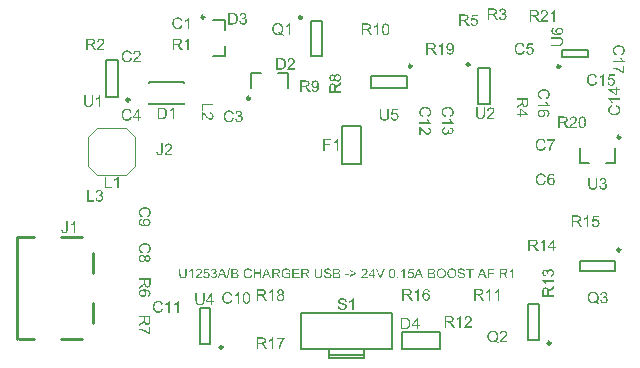
<source format=gbr>
G04*
G04 #@! TF.GenerationSoftware,Altium Limited,Altium Designer,25.2.1 (25)*
G04*
G04 Layer_Color=65535*
%FSLAX25Y25*%
%MOIN*%
G70*
G04*
G04 #@! TF.SameCoordinates,44C634AB-46FA-46F5-9040-7CAB15AB579A*
G04*
G04*
G04 #@! TF.FilePolarity,Positive*
G04*
G01*
G75*
%ADD10C,0.00600*%
%ADD11C,0.00984*%
%ADD12C,0.00394*%
%ADD13C,0.00472*%
%ADD14C,0.01000*%
%ADD15C,0.00787*%
G36*
X122072Y-63196D02*
X122102D01*
X122140Y-63199D01*
X122181Y-63205D01*
X122224Y-63207D01*
X122273Y-63216D01*
X122322Y-63221D01*
X122427Y-63243D01*
X122533Y-63272D01*
X122587Y-63289D01*
X122639Y-63310D01*
X122641D01*
X122650Y-63316D01*
X122666Y-63321D01*
X122685Y-63332D01*
X122706Y-63343D01*
X122733Y-63359D01*
X122763Y-63375D01*
X122793Y-63394D01*
X122861Y-63443D01*
X122931Y-63500D01*
X122996Y-63568D01*
X123029Y-63606D01*
X123056Y-63646D01*
X123059Y-63649D01*
X123061Y-63657D01*
X123070Y-63668D01*
X123080Y-63684D01*
X123091Y-63706D01*
X123102Y-63730D01*
X123116Y-63760D01*
X123132Y-63793D01*
X123145Y-63828D01*
X123159Y-63866D01*
X123172Y-63907D01*
X123186Y-63953D01*
X123205Y-64045D01*
X123213Y-64096D01*
X123216Y-64148D01*
X122809Y-64178D01*
Y-64175D01*
X122807Y-64164D01*
X122804Y-64148D01*
X122801Y-64129D01*
X122796Y-64102D01*
X122788Y-64074D01*
X122780Y-64042D01*
X122769Y-64007D01*
X122739Y-63934D01*
X122720Y-63896D01*
X122701Y-63858D01*
X122677Y-63823D01*
X122650Y-63787D01*
X122617Y-63752D01*
X122584Y-63722D01*
X122582Y-63719D01*
X122576Y-63717D01*
X122565Y-63709D01*
X122549Y-63698D01*
X122530Y-63687D01*
X122506Y-63674D01*
X122479Y-63660D01*
X122446Y-63644D01*
X122408Y-63630D01*
X122368Y-63617D01*
X122322Y-63603D01*
X122270Y-63592D01*
X122216Y-63581D01*
X122159Y-63573D01*
X122097Y-63570D01*
X122029Y-63568D01*
X121991D01*
X121967Y-63570D01*
X121934Y-63573D01*
X121899Y-63576D01*
X121858Y-63579D01*
X121815Y-63584D01*
X121723Y-63603D01*
X121631Y-63627D01*
X121584Y-63644D01*
X121544Y-63663D01*
X121503Y-63684D01*
X121468Y-63709D01*
X121465Y-63711D01*
X121460Y-63714D01*
X121452Y-63722D01*
X121441Y-63733D01*
X121427Y-63747D01*
X121414Y-63763D01*
X121381Y-63803D01*
X121349Y-63855D01*
X121322Y-63912D01*
X121311Y-63944D01*
X121303Y-63977D01*
X121297Y-64012D01*
X121294Y-64050D01*
Y-64053D01*
Y-64058D01*
Y-64066D01*
X121297Y-64077D01*
X121300Y-64110D01*
X121311Y-64150D01*
X121324Y-64194D01*
X121346Y-64240D01*
X121376Y-64289D01*
X121395Y-64310D01*
X121416Y-64332D01*
X121419D01*
X121422Y-64337D01*
X121433Y-64343D01*
X121443Y-64351D01*
X121460Y-64362D01*
X121484Y-64373D01*
X121511Y-64386D01*
X121544Y-64402D01*
X121582Y-64419D01*
X121628Y-64438D01*
X121679Y-64457D01*
X121739Y-64476D01*
X121807Y-64497D01*
X121880Y-64519D01*
X121964Y-64541D01*
X122056Y-64562D01*
X122061D01*
X122070Y-64565D01*
X122078Y-64568D01*
X122105Y-64573D01*
X122140Y-64581D01*
X122181Y-64592D01*
X122229Y-64603D01*
X122284Y-64617D01*
X122338Y-64630D01*
X122457Y-64663D01*
X122514Y-64679D01*
X122574Y-64698D01*
X122628Y-64714D01*
X122679Y-64733D01*
X122725Y-64749D01*
X122763Y-64766D01*
X122766Y-64768D01*
X122777Y-64771D01*
X122790Y-64779D01*
X122809Y-64787D01*
X122831Y-64801D01*
X122858Y-64817D01*
X122888Y-64833D01*
X122921Y-64855D01*
X122985Y-64901D01*
X123056Y-64955D01*
X123118Y-65020D01*
X123148Y-65056D01*
X123175Y-65091D01*
X123178Y-65093D01*
X123181Y-65099D01*
X123189Y-65110D01*
X123197Y-65126D01*
X123208Y-65145D01*
X123219Y-65167D01*
X123229Y-65194D01*
X123243Y-65221D01*
X123257Y-65253D01*
X123267Y-65289D01*
X123289Y-65367D01*
X123305Y-65451D01*
X123308Y-65497D01*
X123311Y-65546D01*
Y-65549D01*
Y-65557D01*
Y-65570D01*
X123308Y-65589D01*
X123305Y-65611D01*
X123303Y-65638D01*
X123300Y-65668D01*
X123292Y-65701D01*
X123275Y-65774D01*
X123248Y-65855D01*
X123232Y-65898D01*
X123213Y-65942D01*
X123191Y-65982D01*
X123164Y-66026D01*
X123162Y-66028D01*
X123159Y-66037D01*
X123148Y-66047D01*
X123137Y-66064D01*
X123121Y-66083D01*
X123105Y-66104D01*
X123083Y-66129D01*
X123056Y-66153D01*
X123029Y-66180D01*
X122996Y-66210D01*
X122964Y-66240D01*
X122926Y-66267D01*
X122885Y-66297D01*
X122842Y-66324D01*
X122793Y-66351D01*
X122744Y-66375D01*
X122742D01*
X122731Y-66381D01*
X122717Y-66386D01*
X122696Y-66394D01*
X122671Y-66405D01*
X122639Y-66416D01*
X122603Y-66427D01*
X122565Y-66438D01*
X122522Y-66448D01*
X122473Y-66459D01*
X122424Y-66470D01*
X122370Y-66481D01*
X122313Y-66489D01*
X122254Y-66495D01*
X122192Y-66497D01*
X122129Y-66500D01*
X122089D01*
X122056Y-66497D01*
X122021D01*
X121977Y-66495D01*
X121929Y-66489D01*
X121877Y-66484D01*
X121820Y-66478D01*
X121761Y-66470D01*
X121639Y-66448D01*
X121519Y-66416D01*
X121460Y-66397D01*
X121403Y-66375D01*
X121400Y-66373D01*
X121389Y-66370D01*
X121376Y-66362D01*
X121354Y-66351D01*
X121330Y-66337D01*
X121303Y-66321D01*
X121270Y-66302D01*
X121235Y-66281D01*
X121200Y-66256D01*
X121162Y-66226D01*
X121124Y-66197D01*
X121086Y-66161D01*
X121048Y-66123D01*
X121010Y-66085D01*
X120975Y-66042D01*
X120942Y-65996D01*
X120940Y-65993D01*
X120934Y-65985D01*
X120926Y-65971D01*
X120915Y-65950D01*
X120904Y-65928D01*
X120891Y-65898D01*
X120874Y-65866D01*
X120858Y-65828D01*
X120842Y-65787D01*
X120828Y-65744D01*
X120812Y-65695D01*
X120799Y-65644D01*
X120788Y-65592D01*
X120780Y-65535D01*
X120771Y-65478D01*
X120769Y-65419D01*
X121167Y-65383D01*
Y-65386D01*
X121170Y-65394D01*
Y-65408D01*
X121172Y-65424D01*
X121178Y-65443D01*
X121181Y-65468D01*
X121186Y-65495D01*
X121194Y-65524D01*
X121210Y-65587D01*
X121235Y-65652D01*
X121262Y-65717D01*
X121297Y-65779D01*
Y-65782D01*
X121303Y-65785D01*
X121308Y-65793D01*
X121316Y-65803D01*
X121341Y-65833D01*
X121376Y-65869D01*
X121422Y-65907D01*
X121476Y-65950D01*
X121541Y-65991D01*
X121617Y-66028D01*
X121620D01*
X121628Y-66031D01*
X121639Y-66037D01*
X121655Y-66042D01*
X121677Y-66050D01*
X121701Y-66058D01*
X121728Y-66066D01*
X121761Y-66075D01*
X121796Y-66085D01*
X121834Y-66093D01*
X121874Y-66102D01*
X121918Y-66107D01*
X122010Y-66118D01*
X122110Y-66123D01*
X122151D01*
X122172Y-66121D01*
X122197D01*
X122224Y-66118D01*
X122254Y-66115D01*
X122319Y-66107D01*
X122392Y-66093D01*
X122465Y-66077D01*
X122536Y-66053D01*
X122538D01*
X122544Y-66050D01*
X122555Y-66045D01*
X122565Y-66039D01*
X122582Y-66031D01*
X122601Y-66023D01*
X122641Y-66001D01*
X122685Y-65971D01*
X122731Y-65939D01*
X122774Y-65898D01*
X122812Y-65855D01*
Y-65852D01*
X122815Y-65850D01*
X122826Y-65833D01*
X122842Y-65806D01*
X122858Y-65774D01*
X122874Y-65733D01*
X122891Y-65687D01*
X122901Y-65636D01*
X122904Y-65581D01*
Y-65579D01*
Y-65573D01*
Y-65568D01*
Y-65557D01*
X122899Y-65527D01*
X122893Y-65492D01*
X122882Y-65451D01*
X122866Y-65405D01*
X122845Y-65362D01*
X122815Y-65318D01*
X122812Y-65313D01*
X122799Y-65299D01*
X122777Y-65278D01*
X122747Y-65251D01*
X122706Y-65221D01*
X122658Y-65191D01*
X122598Y-65158D01*
X122528Y-65129D01*
X122525D01*
X122522Y-65126D01*
X122514Y-65123D01*
X122500Y-65121D01*
X122484Y-65115D01*
X122462Y-65107D01*
X122438Y-65099D01*
X122408Y-65091D01*
X122373Y-65080D01*
X122330Y-65069D01*
X122284Y-65056D01*
X122232Y-65042D01*
X122172Y-65028D01*
X122108Y-65012D01*
X122034Y-64993D01*
X121956Y-64974D01*
X121950D01*
X121937Y-64969D01*
X121915Y-64963D01*
X121885Y-64955D01*
X121847Y-64947D01*
X121807Y-64936D01*
X121763Y-64923D01*
X121714Y-64909D01*
X121611Y-64879D01*
X121511Y-64844D01*
X121463Y-64828D01*
X121416Y-64809D01*
X121376Y-64793D01*
X121341Y-64774D01*
X121338Y-64771D01*
X121330Y-64768D01*
X121319Y-64760D01*
X121303Y-64752D01*
X121284Y-64741D01*
X121262Y-64728D01*
X121210Y-64692D01*
X121156Y-64649D01*
X121099Y-64598D01*
X121045Y-64541D01*
X121021Y-64508D01*
X120999Y-64476D01*
Y-64473D01*
X120994Y-64468D01*
X120988Y-64457D01*
X120983Y-64443D01*
X120975Y-64427D01*
X120964Y-64408D01*
X120953Y-64384D01*
X120945Y-64359D01*
X120923Y-64299D01*
X120904Y-64232D01*
X120893Y-64158D01*
X120888Y-64077D01*
Y-64074D01*
Y-64066D01*
Y-64053D01*
X120891Y-64037D01*
X120893Y-64015D01*
X120896Y-63990D01*
X120899Y-63961D01*
X120904Y-63931D01*
X120921Y-63860D01*
X120945Y-63785D01*
X120961Y-63744D01*
X120980Y-63706D01*
X120999Y-63665D01*
X121023Y-63625D01*
X121026Y-63622D01*
X121029Y-63617D01*
X121037Y-63606D01*
X121051Y-63589D01*
X121064Y-63573D01*
X121080Y-63551D01*
X121102Y-63530D01*
X121126Y-63505D01*
X121153Y-63481D01*
X121183Y-63454D01*
X121216Y-63427D01*
X121251Y-63400D01*
X121289Y-63375D01*
X121332Y-63351D01*
X121376Y-63327D01*
X121424Y-63305D01*
X121427D01*
X121435Y-63300D01*
X121452Y-63294D01*
X121471Y-63289D01*
X121495Y-63278D01*
X121525Y-63270D01*
X121560Y-63259D01*
X121598Y-63248D01*
X121639Y-63240D01*
X121685Y-63229D01*
X121733Y-63218D01*
X121785Y-63210D01*
X121896Y-63199D01*
X122013Y-63194D01*
X122048D01*
X122072Y-63196D01*
D02*
G37*
G36*
X77528Y-63196D02*
X77558D01*
X77596Y-63199D01*
X77636Y-63205D01*
X77680Y-63207D01*
X77728Y-63216D01*
X77777Y-63221D01*
X77883Y-63243D01*
X77989Y-63272D01*
X78043Y-63289D01*
X78094Y-63310D01*
X78097D01*
X78105Y-63316D01*
X78122Y-63321D01*
X78140Y-63332D01*
X78162Y-63343D01*
X78189Y-63359D01*
X78219Y-63375D01*
X78249Y-63394D01*
X78317Y-63443D01*
X78387Y-63500D01*
X78452Y-63568D01*
X78485Y-63606D01*
X78512Y-63646D01*
X78514Y-63649D01*
X78517Y-63657D01*
X78525Y-63668D01*
X78536Y-63684D01*
X78547Y-63706D01*
X78558Y-63730D01*
X78571Y-63760D01*
X78588Y-63793D01*
X78601Y-63828D01*
X78615Y-63866D01*
X78628Y-63907D01*
X78642Y-63953D01*
X78661Y-64045D01*
X78669Y-64096D01*
X78672Y-64148D01*
X78265Y-64178D01*
Y-64175D01*
X78262Y-64164D01*
X78260Y-64148D01*
X78257Y-64129D01*
X78251Y-64102D01*
X78243Y-64074D01*
X78235Y-64042D01*
X78224Y-64007D01*
X78195Y-63934D01*
X78176Y-63896D01*
X78157Y-63858D01*
X78132Y-63823D01*
X78105Y-63787D01*
X78073Y-63752D01*
X78040Y-63722D01*
X78037Y-63719D01*
X78032Y-63717D01*
X78021Y-63709D01*
X78005Y-63698D01*
X77986Y-63687D01*
X77962Y-63674D01*
X77934Y-63660D01*
X77902Y-63644D01*
X77864Y-63630D01*
X77823Y-63617D01*
X77777Y-63603D01*
X77726Y-63592D01*
X77672Y-63581D01*
X77615Y-63573D01*
X77552Y-63570D01*
X77485Y-63568D01*
X77447D01*
X77422Y-63570D01*
X77390Y-63573D01*
X77355Y-63576D01*
X77314Y-63579D01*
X77271Y-63584D01*
X77178Y-63603D01*
X77086Y-63627D01*
X77040Y-63644D01*
X76999Y-63663D01*
X76959Y-63684D01*
X76924Y-63709D01*
X76921Y-63711D01*
X76916Y-63714D01*
X76907Y-63722D01*
X76897Y-63733D01*
X76883Y-63747D01*
X76869Y-63763D01*
X76837Y-63803D01*
X76804Y-63855D01*
X76777Y-63912D01*
X76766Y-63945D01*
X76758Y-63977D01*
X76753Y-64012D01*
X76750Y-64050D01*
Y-64053D01*
Y-64058D01*
Y-64066D01*
X76753Y-64077D01*
X76756Y-64110D01*
X76766Y-64150D01*
X76780Y-64194D01*
X76802Y-64240D01*
X76832Y-64289D01*
X76850Y-64310D01*
X76872Y-64332D01*
X76875D01*
X76878Y-64337D01*
X76888Y-64343D01*
X76899Y-64351D01*
X76916Y-64362D01*
X76940Y-64373D01*
X76967Y-64386D01*
X76999Y-64402D01*
X77038Y-64419D01*
X77083Y-64438D01*
X77135Y-64457D01*
X77195Y-64476D01*
X77262Y-64497D01*
X77336Y-64519D01*
X77420Y-64541D01*
X77512Y-64562D01*
X77517D01*
X77525Y-64565D01*
X77533Y-64568D01*
X77561Y-64573D01*
X77596Y-64581D01*
X77636Y-64592D01*
X77685Y-64603D01*
X77739Y-64617D01*
X77794Y-64630D01*
X77913Y-64663D01*
X77970Y-64679D01*
X78029Y-64698D01*
X78083Y-64714D01*
X78135Y-64733D01*
X78181Y-64749D01*
X78219Y-64766D01*
X78222Y-64768D01*
X78233Y-64771D01*
X78246Y-64779D01*
X78265Y-64787D01*
X78287Y-64801D01*
X78314Y-64817D01*
X78344Y-64833D01*
X78376Y-64855D01*
X78441Y-64901D01*
X78512Y-64955D01*
X78574Y-65020D01*
X78604Y-65056D01*
X78631Y-65091D01*
X78634Y-65093D01*
X78636Y-65099D01*
X78645Y-65110D01*
X78653Y-65126D01*
X78663Y-65145D01*
X78674Y-65167D01*
X78685Y-65194D01*
X78699Y-65221D01*
X78712Y-65253D01*
X78723Y-65289D01*
X78745Y-65367D01*
X78761Y-65451D01*
X78764Y-65497D01*
X78766Y-65546D01*
Y-65549D01*
Y-65557D01*
Y-65570D01*
X78764Y-65589D01*
X78761Y-65611D01*
X78758Y-65638D01*
X78756Y-65668D01*
X78747Y-65701D01*
X78731Y-65774D01*
X78704Y-65855D01*
X78688Y-65898D01*
X78669Y-65942D01*
X78647Y-65982D01*
X78620Y-66026D01*
X78617Y-66028D01*
X78615Y-66037D01*
X78604Y-66047D01*
X78593Y-66064D01*
X78577Y-66083D01*
X78561Y-66104D01*
X78539Y-66129D01*
X78512Y-66153D01*
X78485Y-66180D01*
X78452Y-66210D01*
X78420Y-66240D01*
X78382Y-66267D01*
X78341Y-66297D01*
X78298Y-66324D01*
X78249Y-66351D01*
X78200Y-66375D01*
X78197D01*
X78187Y-66381D01*
X78173Y-66386D01*
X78151Y-66394D01*
X78127Y-66405D01*
X78094Y-66416D01*
X78059Y-66427D01*
X78021Y-66438D01*
X77978Y-66448D01*
X77929Y-66459D01*
X77880Y-66470D01*
X77826Y-66481D01*
X77769Y-66489D01*
X77710Y-66495D01*
X77647Y-66497D01*
X77585Y-66500D01*
X77544D01*
X77512Y-66497D01*
X77477D01*
X77433Y-66495D01*
X77384Y-66489D01*
X77333Y-66484D01*
X77276Y-66478D01*
X77216Y-66470D01*
X77094Y-66448D01*
X76975Y-66416D01*
X76916Y-66397D01*
X76859Y-66375D01*
X76856Y-66373D01*
X76845Y-66370D01*
X76832Y-66362D01*
X76810Y-66351D01*
X76785Y-66337D01*
X76758Y-66321D01*
X76726Y-66302D01*
X76691Y-66281D01*
X76655Y-66256D01*
X76617Y-66226D01*
X76579Y-66197D01*
X76542Y-66161D01*
X76504Y-66123D01*
X76466Y-66085D01*
X76430Y-66042D01*
X76398Y-65996D01*
X76395Y-65993D01*
X76390Y-65985D01*
X76382Y-65971D01*
X76371Y-65950D01*
X76360Y-65928D01*
X76346Y-65898D01*
X76330Y-65866D01*
X76314Y-65828D01*
X76298Y-65787D01*
X76284Y-65744D01*
X76268Y-65695D01*
X76254Y-65644D01*
X76243Y-65592D01*
X76235Y-65535D01*
X76227Y-65478D01*
X76224Y-65419D01*
X76623Y-65383D01*
Y-65386D01*
X76626Y-65394D01*
Y-65408D01*
X76628Y-65424D01*
X76634Y-65443D01*
X76636Y-65468D01*
X76642Y-65495D01*
X76650Y-65524D01*
X76666Y-65587D01*
X76691Y-65652D01*
X76718Y-65717D01*
X76753Y-65779D01*
Y-65782D01*
X76758Y-65785D01*
X76764Y-65793D01*
X76772Y-65803D01*
X76796Y-65833D01*
X76832Y-65869D01*
X76878Y-65907D01*
X76932Y-65950D01*
X76997Y-65991D01*
X77073Y-66028D01*
X77075D01*
X77083Y-66031D01*
X77094Y-66037D01*
X77111Y-66042D01*
X77132Y-66050D01*
X77157Y-66058D01*
X77184Y-66066D01*
X77216Y-66075D01*
X77251Y-66085D01*
X77289Y-66093D01*
X77330Y-66102D01*
X77373Y-66107D01*
X77466Y-66118D01*
X77566Y-66123D01*
X77607D01*
X77628Y-66121D01*
X77653D01*
X77680Y-66118D01*
X77710Y-66115D01*
X77775Y-66107D01*
X77848Y-66093D01*
X77921Y-66077D01*
X77991Y-66053D01*
X77994D01*
X78000Y-66050D01*
X78010Y-66045D01*
X78021Y-66039D01*
X78037Y-66031D01*
X78056Y-66023D01*
X78097Y-66001D01*
X78140Y-65971D01*
X78187Y-65939D01*
X78230Y-65898D01*
X78268Y-65855D01*
Y-65852D01*
X78271Y-65850D01*
X78281Y-65833D01*
X78298Y-65806D01*
X78314Y-65774D01*
X78330Y-65733D01*
X78346Y-65687D01*
X78357Y-65636D01*
X78360Y-65581D01*
Y-65579D01*
Y-65573D01*
Y-65568D01*
Y-65557D01*
X78355Y-65527D01*
X78349Y-65492D01*
X78338Y-65451D01*
X78322Y-65405D01*
X78300Y-65362D01*
X78271Y-65318D01*
X78268Y-65313D01*
X78254Y-65299D01*
X78233Y-65278D01*
X78203Y-65251D01*
X78162Y-65221D01*
X78113Y-65191D01*
X78054Y-65158D01*
X77983Y-65129D01*
X77981D01*
X77978Y-65126D01*
X77970Y-65123D01*
X77956Y-65121D01*
X77940Y-65115D01*
X77918Y-65107D01*
X77894Y-65099D01*
X77864Y-65091D01*
X77829Y-65080D01*
X77785Y-65069D01*
X77739Y-65056D01*
X77688Y-65042D01*
X77628Y-65029D01*
X77563Y-65012D01*
X77490Y-64993D01*
X77411Y-64974D01*
X77406D01*
X77393Y-64969D01*
X77371Y-64963D01*
X77341Y-64955D01*
X77303Y-64947D01*
X77262Y-64936D01*
X77219Y-64923D01*
X77170Y-64909D01*
X77067Y-64879D01*
X76967Y-64844D01*
X76918Y-64828D01*
X76872Y-64809D01*
X76832Y-64793D01*
X76796Y-64774D01*
X76794Y-64771D01*
X76785Y-64768D01*
X76775Y-64760D01*
X76758Y-64752D01*
X76739Y-64741D01*
X76718Y-64728D01*
X76666Y-64692D01*
X76612Y-64649D01*
X76555Y-64598D01*
X76501Y-64541D01*
X76477Y-64508D01*
X76455Y-64476D01*
Y-64473D01*
X76449Y-64468D01*
X76444Y-64457D01*
X76438Y-64443D01*
X76430Y-64427D01*
X76420Y-64408D01*
X76409Y-64384D01*
X76401Y-64359D01*
X76379Y-64299D01*
X76360Y-64232D01*
X76349Y-64159D01*
X76344Y-64077D01*
Y-64074D01*
Y-64066D01*
Y-64053D01*
X76346Y-64037D01*
X76349Y-64015D01*
X76352Y-63990D01*
X76354Y-63961D01*
X76360Y-63931D01*
X76376Y-63860D01*
X76401Y-63785D01*
X76417Y-63744D01*
X76436Y-63706D01*
X76455Y-63665D01*
X76479Y-63625D01*
X76482Y-63622D01*
X76485Y-63617D01*
X76493Y-63606D01*
X76506Y-63589D01*
X76520Y-63573D01*
X76536Y-63551D01*
X76558Y-63530D01*
X76582Y-63505D01*
X76609Y-63481D01*
X76639Y-63454D01*
X76672Y-63427D01*
X76707Y-63400D01*
X76745Y-63375D01*
X76788Y-63351D01*
X76832Y-63327D01*
X76880Y-63305D01*
X76883D01*
X76891Y-63300D01*
X76907Y-63294D01*
X76926Y-63289D01*
X76951Y-63278D01*
X76981Y-63270D01*
X77016Y-63259D01*
X77054Y-63248D01*
X77094Y-63240D01*
X77140Y-63229D01*
X77189Y-63218D01*
X77241Y-63210D01*
X77352Y-63199D01*
X77468Y-63194D01*
X77504D01*
X77528Y-63196D01*
D02*
G37*
G36*
X51016Y-63196D02*
X51051D01*
X51092Y-63202D01*
X51138Y-63207D01*
X51192Y-63216D01*
X51252Y-63224D01*
X51311Y-63237D01*
X51376Y-63253D01*
X51444Y-63275D01*
X51512Y-63297D01*
X51580Y-63327D01*
X51648Y-63359D01*
X51713Y-63397D01*
X51775Y-63440D01*
X51777Y-63443D01*
X51788Y-63451D01*
X51807Y-63465D01*
X51829Y-63486D01*
X51856Y-63511D01*
X51886Y-63541D01*
X51919Y-63576D01*
X51956Y-63617D01*
X51992Y-63663D01*
X52030Y-63714D01*
X52070Y-63771D01*
X52105Y-63833D01*
X52143Y-63898D01*
X52176Y-63969D01*
X52206Y-64045D01*
X52233Y-64126D01*
X51815Y-64226D01*
Y-64224D01*
X51810Y-64210D01*
X51805Y-64194D01*
X51794Y-64169D01*
X51783Y-64140D01*
X51769Y-64107D01*
X51753Y-64072D01*
X51734Y-64031D01*
X51688Y-63947D01*
X51634Y-63863D01*
X51601Y-63823D01*
X51569Y-63785D01*
X51531Y-63749D01*
X51493Y-63717D01*
X51490Y-63714D01*
X51482Y-63709D01*
X51471Y-63703D01*
X51455Y-63692D01*
X51433Y-63679D01*
X51409Y-63665D01*
X51379Y-63652D01*
X51347Y-63635D01*
X51311Y-63622D01*
X51271Y-63608D01*
X51227Y-63595D01*
X51179Y-63581D01*
X51130Y-63570D01*
X51076Y-63565D01*
X51021Y-63560D01*
X50962Y-63557D01*
X50927D01*
X50899Y-63560D01*
X50870Y-63562D01*
X50832Y-63565D01*
X50791Y-63570D01*
X50748Y-63579D01*
X50699Y-63590D01*
X50650Y-63600D01*
X50599Y-63614D01*
X50545Y-63633D01*
X50493Y-63652D01*
X50441Y-63676D01*
X50393Y-63703D01*
X50344Y-63736D01*
X50341Y-63739D01*
X50333Y-63744D01*
X50320Y-63755D01*
X50303Y-63768D01*
X50284Y-63785D01*
X50260Y-63806D01*
X50236Y-63833D01*
X50208Y-63860D01*
X50179Y-63893D01*
X50151Y-63928D01*
X50122Y-63969D01*
X50095Y-64009D01*
X50068Y-64056D01*
X50040Y-64104D01*
X50019Y-64156D01*
X49997Y-64210D01*
Y-64213D01*
X49992Y-64224D01*
X49989Y-64240D01*
X49981Y-64262D01*
X49975Y-64289D01*
X49967Y-64321D01*
X49956Y-64356D01*
X49948Y-64397D01*
X49940Y-64440D01*
X49929Y-64489D01*
X49921Y-64541D01*
X49916Y-64592D01*
X49905Y-64706D01*
X49900Y-64823D01*
Y-64828D01*
Y-64842D01*
Y-64863D01*
X49902Y-64890D01*
Y-64925D01*
X49905Y-64966D01*
X49910Y-65012D01*
X49913Y-65064D01*
X49921Y-65118D01*
X49929Y-65175D01*
X49948Y-65294D01*
X49978Y-65416D01*
X49994Y-65476D01*
X50016Y-65535D01*
X50019Y-65538D01*
X50021Y-65549D01*
X50030Y-65565D01*
X50038Y-65584D01*
X50051Y-65611D01*
X50068Y-65638D01*
X50086Y-65671D01*
X50108Y-65706D01*
X50133Y-65741D01*
X50160Y-65779D01*
X50190Y-65817D01*
X50222Y-65855D01*
X50257Y-65890D01*
X50298Y-65926D01*
X50339Y-65958D01*
X50385Y-65988D01*
X50387Y-65991D01*
X50395Y-65993D01*
X50409Y-66001D01*
X50428Y-66012D01*
X50452Y-66023D01*
X50480Y-66034D01*
X50512Y-66047D01*
X50547Y-66061D01*
X50585Y-66077D01*
X50629Y-66091D01*
X50675Y-66102D01*
X50721Y-66113D01*
X50821Y-66131D01*
X50875Y-66134D01*
X50929Y-66137D01*
X50946D01*
X50964Y-66134D01*
X50989D01*
X51019Y-66131D01*
X51054Y-66126D01*
X51095Y-66121D01*
X51138Y-66113D01*
X51184Y-66102D01*
X51233Y-66088D01*
X51282Y-66072D01*
X51333Y-66050D01*
X51382Y-66028D01*
X51433Y-66001D01*
X51482Y-65969D01*
X51528Y-65934D01*
X51531Y-65931D01*
X51539Y-65923D01*
X51553Y-65912D01*
X51569Y-65896D01*
X51588Y-65874D01*
X51612Y-65847D01*
X51637Y-65817D01*
X51664Y-65779D01*
X51691Y-65741D01*
X51718Y-65695D01*
X51748Y-65646D01*
X51775Y-65589D01*
X51799Y-65532D01*
X51824Y-65468D01*
X51845Y-65400D01*
X51864Y-65327D01*
X52287Y-65432D01*
Y-65435D01*
X52284Y-65438D01*
Y-65446D01*
X52282Y-65454D01*
X52273Y-65481D01*
X52260Y-65519D01*
X52246Y-65562D01*
X52227Y-65611D01*
X52203Y-65668D01*
X52176Y-65728D01*
X52146Y-65790D01*
X52111Y-65855D01*
X52070Y-65920D01*
X52027Y-65988D01*
X51981Y-66050D01*
X51927Y-66113D01*
X51870Y-66172D01*
X51807Y-66226D01*
X51805Y-66229D01*
X51791Y-66237D01*
X51772Y-66251D01*
X51745Y-66270D01*
X51713Y-66289D01*
X51672Y-66313D01*
X51626Y-66337D01*
X51572Y-66362D01*
X51515Y-66389D01*
X51450Y-66413D01*
X51379Y-66438D01*
X51306Y-66457D01*
X51227Y-66476D01*
X51143Y-66489D01*
X51054Y-66497D01*
X50962Y-66500D01*
X50940D01*
X50913Y-66497D01*
X50875D01*
X50832Y-66495D01*
X50783Y-66489D01*
X50726Y-66484D01*
X50664Y-66473D01*
X50599Y-66462D01*
X50531Y-66448D01*
X50460Y-66432D01*
X50390Y-66411D01*
X50320Y-66389D01*
X50252Y-66359D01*
X50184Y-66329D01*
X50122Y-66291D01*
X50119Y-66289D01*
X50108Y-66281D01*
X50092Y-66270D01*
X50068Y-66251D01*
X50043Y-66229D01*
X50011Y-66205D01*
X49975Y-66172D01*
X49940Y-66137D01*
X49900Y-66096D01*
X49862Y-66050D01*
X49818Y-65999D01*
X49778Y-65944D01*
X49740Y-65885D01*
X49702Y-65822D01*
X49664Y-65755D01*
X49631Y-65682D01*
X49628Y-65676D01*
X49623Y-65663D01*
X49615Y-65641D01*
X49604Y-65611D01*
X49593Y-65576D01*
X49577Y-65532D01*
X49564Y-65481D01*
X49547Y-65424D01*
X49531Y-65364D01*
X49517Y-65297D01*
X49501Y-65226D01*
X49490Y-65153D01*
X49479Y-65074D01*
X49471Y-64993D01*
X49466Y-64909D01*
X49463Y-64825D01*
Y-64823D01*
Y-64820D01*
Y-64803D01*
Y-64776D01*
X49466Y-64741D01*
X49469Y-64698D01*
X49474Y-64646D01*
X49479Y-64589D01*
X49488Y-64527D01*
X49496Y-64462D01*
X49509Y-64392D01*
X49525Y-64318D01*
X49545Y-64245D01*
X49566Y-64172D01*
X49591Y-64096D01*
X49620Y-64023D01*
X49653Y-63953D01*
X49656Y-63947D01*
X49661Y-63936D01*
X49672Y-63917D01*
X49688Y-63890D01*
X49707Y-63860D01*
X49731Y-63825D01*
X49759Y-63785D01*
X49791Y-63744D01*
X49829Y-63698D01*
X49870Y-63652D01*
X49913Y-63606D01*
X49962Y-63557D01*
X50013Y-63514D01*
X50070Y-63468D01*
X50130Y-63427D01*
X50195Y-63389D01*
X50200Y-63386D01*
X50211Y-63381D01*
X50230Y-63370D01*
X50257Y-63359D01*
X50290Y-63343D01*
X50328Y-63327D01*
X50374Y-63310D01*
X50425Y-63291D01*
X50480Y-63272D01*
X50539Y-63256D01*
X50604Y-63240D01*
X50672Y-63224D01*
X50742Y-63213D01*
X50815Y-63202D01*
X50891Y-63196D01*
X50970Y-63194D01*
X50992D01*
X51016Y-63196D01*
D02*
G37*
G36*
X63780Y-63196D02*
X63813D01*
X63848Y-63199D01*
X63886Y-63202D01*
X63929Y-63207D01*
X63978Y-63213D01*
X64027Y-63221D01*
X64132Y-63243D01*
X64241Y-63270D01*
X64346Y-63308D01*
X64349D01*
X64360Y-63313D01*
X64374Y-63318D01*
X64393Y-63329D01*
X64417Y-63340D01*
X64444Y-63354D01*
X64474Y-63370D01*
X64506Y-63389D01*
X64577Y-63435D01*
X64650Y-63489D01*
X64720Y-63551D01*
X64756Y-63584D01*
X64785Y-63622D01*
X64788Y-63625D01*
X64794Y-63630D01*
X64802Y-63644D01*
X64813Y-63657D01*
X64826Y-63679D01*
X64840Y-63703D01*
X64859Y-63730D01*
X64875Y-63763D01*
X64897Y-63798D01*
X64916Y-63839D01*
X64935Y-63879D01*
X64956Y-63928D01*
X64975Y-63977D01*
X64994Y-64031D01*
X65013Y-64085D01*
X65029Y-64145D01*
X64647Y-64251D01*
Y-64248D01*
X64645Y-64240D01*
X64639Y-64226D01*
X64634Y-64210D01*
X64628Y-64191D01*
X64618Y-64167D01*
X64599Y-64113D01*
X64571Y-64050D01*
X64542Y-63988D01*
X64506Y-63925D01*
X64468Y-63869D01*
Y-63866D01*
X64463Y-63863D01*
X64458Y-63855D01*
X64450Y-63844D01*
X64425Y-63820D01*
X64390Y-63787D01*
X64346Y-63752D01*
X64295Y-63714D01*
X64233Y-63676D01*
X64162Y-63644D01*
X64160D01*
X64154Y-63641D01*
X64143Y-63635D01*
X64127Y-63630D01*
X64108Y-63625D01*
X64086Y-63617D01*
X64062Y-63608D01*
X64032Y-63600D01*
X64002Y-63592D01*
X63967Y-63584D01*
X63894Y-63570D01*
X63813Y-63560D01*
X63723Y-63557D01*
X63674D01*
X63650Y-63560D01*
X63620Y-63562D01*
X63588Y-63565D01*
X63552Y-63568D01*
X63474Y-63579D01*
X63390Y-63595D01*
X63303Y-63617D01*
X63222Y-63646D01*
X63219D01*
X63214Y-63649D01*
X63203Y-63655D01*
X63187Y-63663D01*
X63170Y-63671D01*
X63149Y-63682D01*
X63103Y-63709D01*
X63048Y-63741D01*
X62991Y-63782D01*
X62935Y-63828D01*
X62883Y-63879D01*
X62880Y-63882D01*
X62878Y-63885D01*
X62870Y-63893D01*
X62861Y-63904D01*
X62837Y-63934D01*
X62810Y-63972D01*
X62777Y-64020D01*
X62742Y-64072D01*
X62710Y-64131D01*
X62680Y-64194D01*
Y-64196D01*
X62674Y-64207D01*
X62669Y-64224D01*
X62661Y-64245D01*
X62653Y-64272D01*
X62642Y-64308D01*
X62631Y-64343D01*
X62620Y-64386D01*
X62609Y-64432D01*
X62599Y-64481D01*
X62588Y-64535D01*
X62580Y-64592D01*
X62566Y-64711D01*
X62563Y-64774D01*
X62561Y-64839D01*
Y-64844D01*
Y-64858D01*
Y-64879D01*
X62563Y-64909D01*
X62566Y-64947D01*
X62569Y-64988D01*
X62574Y-65037D01*
X62580Y-65088D01*
X62588Y-65142D01*
X62596Y-65199D01*
X62623Y-65321D01*
X62639Y-65381D01*
X62658Y-65440D01*
X62683Y-65497D01*
X62707Y-65554D01*
X62710Y-65557D01*
X62715Y-65568D01*
X62723Y-65581D01*
X62734Y-65600D01*
X62750Y-65625D01*
X62769Y-65652D01*
X62791Y-65682D01*
X62815Y-65714D01*
X62843Y-65749D01*
X62875Y-65785D01*
X62910Y-65820D01*
X62948Y-65855D01*
X62989Y-65890D01*
X63035Y-65923D01*
X63081Y-65953D01*
X63132Y-65980D01*
X63135Y-65982D01*
X63146Y-65985D01*
X63160Y-65993D01*
X63181Y-66001D01*
X63208Y-66012D01*
X63238Y-66023D01*
X63273Y-66037D01*
X63314Y-66047D01*
X63357Y-66061D01*
X63403Y-66075D01*
X63452Y-66085D01*
X63504Y-66096D01*
X63615Y-66113D01*
X63672Y-66115D01*
X63731Y-66118D01*
X63758D01*
X63777Y-66115D01*
X63802D01*
X63832Y-66113D01*
X63864Y-66110D01*
X63902Y-66104D01*
X63940Y-66099D01*
X63983Y-66093D01*
X64073Y-66075D01*
X64168Y-66050D01*
X64265Y-66015D01*
X64268D01*
X64276Y-66009D01*
X64290Y-66004D01*
X64309Y-65996D01*
X64330Y-65988D01*
X64355Y-65974D01*
X64385Y-65961D01*
X64414Y-65947D01*
X64479Y-65915D01*
X64544Y-65874D01*
X64607Y-65833D01*
X64636Y-65812D01*
X64664Y-65790D01*
Y-65194D01*
X63726D01*
Y-64817D01*
X65078D01*
Y-66004D01*
X65075Y-66007D01*
X65065Y-66015D01*
X65048Y-66028D01*
X65024Y-66045D01*
X64997Y-66064D01*
X64962Y-66088D01*
X64924Y-66115D01*
X64880Y-66142D01*
X64834Y-66172D01*
X64783Y-66202D01*
X64731Y-66234D01*
X64674Y-66264D01*
X64558Y-66324D01*
X64496Y-66351D01*
X64433Y-66375D01*
X64430D01*
X64420Y-66381D01*
X64401Y-66386D01*
X64376Y-66394D01*
X64346Y-66405D01*
X64311Y-66416D01*
X64271Y-66427D01*
X64225Y-66438D01*
X64176Y-66448D01*
X64122Y-66459D01*
X64067Y-66470D01*
X64008Y-66481D01*
X63886Y-66495D01*
X63821Y-66497D01*
X63756Y-66500D01*
X63734D01*
X63710Y-66497D01*
X63677D01*
X63634Y-66495D01*
X63585Y-66489D01*
X63531Y-66484D01*
X63471Y-66476D01*
X63409Y-66465D01*
X63338Y-66451D01*
X63268Y-66435D01*
X63195Y-66416D01*
X63122Y-66392D01*
X63046Y-66365D01*
X62973Y-66335D01*
X62899Y-66299D01*
X62894Y-66297D01*
X62883Y-66291D01*
X62861Y-66278D01*
X62837Y-66262D01*
X62805Y-66242D01*
X62767Y-66215D01*
X62726Y-66186D01*
X62683Y-66150D01*
X62637Y-66113D01*
X62588Y-66069D01*
X62542Y-66020D01*
X62493Y-65969D01*
X62447Y-65912D01*
X62401Y-65852D01*
X62357Y-65787D01*
X62319Y-65717D01*
X62317Y-65711D01*
X62311Y-65701D01*
X62300Y-65679D01*
X62290Y-65649D01*
X62273Y-65614D01*
X62257Y-65570D01*
X62241Y-65522D01*
X62222Y-65468D01*
X62203Y-65405D01*
X62187Y-65340D01*
X62170Y-65270D01*
X62154Y-65197D01*
X62143Y-65118D01*
X62132Y-65034D01*
X62127Y-64950D01*
X62124Y-64863D01*
Y-64860D01*
Y-64858D01*
Y-64842D01*
Y-64817D01*
X62127Y-64785D01*
X62130Y-64744D01*
X62135Y-64695D01*
X62141Y-64641D01*
X62149Y-64579D01*
X62160Y-64514D01*
X62170Y-64446D01*
X62187Y-64373D01*
X62206Y-64299D01*
X62227Y-64224D01*
X62254Y-64148D01*
X62284Y-64069D01*
X62317Y-63993D01*
X62319Y-63988D01*
X62325Y-63974D01*
X62338Y-63955D01*
X62352Y-63925D01*
X62374Y-63893D01*
X62398Y-63855D01*
X62428Y-63812D01*
X62460Y-63766D01*
X62498Y-63717D01*
X62539Y-63668D01*
X62585Y-63617D01*
X62637Y-63568D01*
X62691Y-63519D01*
X62748Y-63473D01*
X62810Y-63430D01*
X62878Y-63392D01*
X62883Y-63389D01*
X62894Y-63384D01*
X62916Y-63373D01*
X62943Y-63362D01*
X62978Y-63346D01*
X63019Y-63329D01*
X63067Y-63310D01*
X63122Y-63291D01*
X63181Y-63275D01*
X63246Y-63256D01*
X63314Y-63240D01*
X63390Y-63224D01*
X63468Y-63213D01*
X63550Y-63202D01*
X63634Y-63196D01*
X63723Y-63194D01*
X63756D01*
X63780Y-63196D01*
D02*
G37*
G36*
X55325Y-66446D02*
X54902D01*
Y-64939D01*
X53246D01*
Y-66446D01*
X52824D01*
Y-63251D01*
X53246D01*
Y-64562D01*
X54902D01*
Y-63251D01*
X55325D01*
Y-66446D01*
D02*
G37*
G36*
X39547Y-63240D02*
X39572D01*
X39599Y-63243D01*
X39629Y-63245D01*
X39664Y-63251D01*
X39737Y-63264D01*
X39818Y-63286D01*
X39902Y-63313D01*
X39986Y-63351D01*
X39989D01*
X39997Y-63356D01*
X40008Y-63362D01*
X40022Y-63370D01*
X40040Y-63384D01*
X40062Y-63397D01*
X40111Y-63430D01*
X40165Y-63476D01*
X40222Y-63527D01*
X40274Y-63587D01*
X40322Y-63657D01*
X40325Y-63660D01*
X40328Y-63665D01*
X40333Y-63676D01*
X40341Y-63690D01*
X40350Y-63709D01*
X40360Y-63730D01*
X40371Y-63755D01*
X40382Y-63782D01*
X40404Y-63841D01*
X40423Y-63912D01*
X40436Y-63988D01*
X40442Y-64029D01*
Y-64069D01*
Y-64072D01*
Y-64077D01*
Y-64088D01*
X40439Y-64104D01*
Y-64123D01*
X40436Y-64142D01*
X40428Y-64194D01*
X40415Y-64251D01*
X40393Y-64316D01*
X40366Y-64381D01*
X40328Y-64446D01*
Y-64448D01*
X40322Y-64454D01*
X40317Y-64462D01*
X40306Y-64473D01*
X40282Y-64505D01*
X40246Y-64543D01*
X40198Y-64584D01*
X40143Y-64630D01*
X40076Y-64674D01*
X40000Y-64714D01*
X40003D01*
X40013Y-64717D01*
X40027Y-64722D01*
X40046Y-64728D01*
X40070Y-64736D01*
X40097Y-64747D01*
X40130Y-64758D01*
X40163Y-64771D01*
X40233Y-64809D01*
X40271Y-64831D01*
X40306Y-64855D01*
X40341Y-64885D01*
X40377Y-64915D01*
X40412Y-64947D01*
X40442Y-64985D01*
X40444Y-64988D01*
X40450Y-64993D01*
X40455Y-65007D01*
X40466Y-65023D01*
X40477Y-65042D01*
X40490Y-65066D01*
X40507Y-65093D01*
X40520Y-65126D01*
X40534Y-65161D01*
X40550Y-65202D01*
X40564Y-65243D01*
X40574Y-65289D01*
X40585Y-65337D01*
X40593Y-65389D01*
X40596Y-65443D01*
X40599Y-65500D01*
Y-65505D01*
Y-65519D01*
X40596Y-65541D01*
X40593Y-65570D01*
X40591Y-65606D01*
X40582Y-65649D01*
X40574Y-65695D01*
X40561Y-65747D01*
X40545Y-65801D01*
X40523Y-65858D01*
X40499Y-65917D01*
X40469Y-65977D01*
X40433Y-66037D01*
X40393Y-66096D01*
X40347Y-66153D01*
X40293Y-66210D01*
X40290Y-66213D01*
X40279Y-66224D01*
X40260Y-66237D01*
X40238Y-66256D01*
X40209Y-66278D01*
X40171Y-66302D01*
X40130Y-66327D01*
X40081Y-66354D01*
X40027Y-66381D01*
X39970Y-66408D01*
X39905Y-66432D01*
X39837Y-66454D01*
X39764Y-66473D01*
X39688Y-66487D01*
X39607Y-66497D01*
X39520Y-66500D01*
X39501D01*
X39480Y-66497D01*
X39450D01*
X39415Y-66492D01*
X39374Y-66487D01*
X39325Y-66478D01*
X39276Y-66467D01*
X39222Y-66457D01*
X39165Y-66440D01*
X39108Y-66419D01*
X39049Y-66394D01*
X38989Y-66367D01*
X38932Y-66332D01*
X38875Y-66294D01*
X38821Y-66251D01*
X38818Y-66248D01*
X38810Y-66240D01*
X38797Y-66226D01*
X38778Y-66205D01*
X38756Y-66180D01*
X38732Y-66150D01*
X38704Y-66115D01*
X38677Y-66075D01*
X38650Y-66031D01*
X38623Y-65982D01*
X38596Y-65928D01*
X38572Y-65871D01*
X38550Y-65809D01*
X38531Y-65744D01*
X38517Y-65674D01*
X38507Y-65600D01*
X38900Y-65549D01*
Y-65552D01*
X38902Y-65562D01*
X38908Y-65581D01*
X38913Y-65603D01*
X38919Y-65630D01*
X38929Y-65663D01*
X38940Y-65698D01*
X38954Y-65733D01*
X38984Y-65812D01*
X39024Y-65893D01*
X39046Y-65931D01*
X39070Y-65966D01*
X39097Y-65999D01*
X39127Y-66028D01*
X39130Y-66031D01*
X39135Y-66034D01*
X39143Y-66042D01*
X39157Y-66050D01*
X39173Y-66061D01*
X39192Y-66075D01*
X39214Y-66088D01*
X39238Y-66102D01*
X39265Y-66115D01*
X39295Y-66129D01*
X39363Y-66153D01*
X39439Y-66169D01*
X39480Y-66172D01*
X39523Y-66175D01*
X39550D01*
X39569Y-66172D01*
X39593Y-66169D01*
X39621Y-66164D01*
X39650Y-66158D01*
X39685Y-66150D01*
X39721Y-66142D01*
X39759Y-66129D01*
X39797Y-66113D01*
X39837Y-66093D01*
X39875Y-66072D01*
X39916Y-66047D01*
X39954Y-66018D01*
X39989Y-65985D01*
X39992Y-65982D01*
X39997Y-65977D01*
X40008Y-65966D01*
X40019Y-65950D01*
X40032Y-65931D01*
X40049Y-65909D01*
X40068Y-65882D01*
X40087Y-65852D01*
X40103Y-65820D01*
X40122Y-65785D01*
X40138Y-65747D01*
X40152Y-65703D01*
X40163Y-65660D01*
X40173Y-65611D01*
X40179Y-65562D01*
X40181Y-65511D01*
Y-65508D01*
Y-65500D01*
Y-65484D01*
X40179Y-65465D01*
X40176Y-65443D01*
X40173Y-65416D01*
X40168Y-65386D01*
X40160Y-65354D01*
X40138Y-65283D01*
X40124Y-65245D01*
X40106Y-65207D01*
X40087Y-65169D01*
X40062Y-65134D01*
X40035Y-65099D01*
X40003Y-65064D01*
X40000Y-65061D01*
X39994Y-65056D01*
X39984Y-65047D01*
X39970Y-65037D01*
X39954Y-65023D01*
X39932Y-65007D01*
X39908Y-64993D01*
X39881Y-64974D01*
X39851Y-64958D01*
X39816Y-64944D01*
X39780Y-64928D01*
X39740Y-64915D01*
X39696Y-64904D01*
X39653Y-64896D01*
X39604Y-64890D01*
X39555Y-64887D01*
X39536D01*
X39512Y-64890D01*
X39480Y-64893D01*
X39439Y-64898D01*
X39393Y-64907D01*
X39339Y-64917D01*
X39279Y-64931D01*
X39322Y-64587D01*
X39331D01*
X39347Y-64589D01*
X39366Y-64592D01*
X39409D01*
X39428Y-64589D01*
X39450D01*
X39474Y-64584D01*
X39504Y-64581D01*
X39536Y-64576D01*
X39607Y-64560D01*
X39683Y-64538D01*
X39761Y-64505D01*
X39799Y-64484D01*
X39837Y-64462D01*
X39840Y-64459D01*
X39845Y-64457D01*
X39856Y-64448D01*
X39870Y-64438D01*
X39883Y-64424D01*
X39900Y-64405D01*
X39919Y-64386D01*
X39937Y-64362D01*
X39957Y-64337D01*
X39976Y-64305D01*
X39992Y-64272D01*
X40005Y-64237D01*
X40019Y-64196D01*
X40030Y-64153D01*
X40035Y-64107D01*
X40038Y-64058D01*
Y-64056D01*
Y-64047D01*
Y-64037D01*
X40035Y-64023D01*
X40032Y-64004D01*
X40030Y-63982D01*
X40019Y-63934D01*
X40003Y-63877D01*
X39976Y-63817D01*
X39959Y-63787D01*
X39940Y-63760D01*
X39919Y-63730D01*
X39891Y-63703D01*
X39889Y-63701D01*
X39886Y-63698D01*
X39875Y-63690D01*
X39864Y-63682D01*
X39851Y-63671D01*
X39832Y-63657D01*
X39813Y-63644D01*
X39788Y-63630D01*
X39734Y-63606D01*
X39672Y-63581D01*
X39596Y-63565D01*
X39558Y-63562D01*
X39515Y-63560D01*
X39493D01*
X39477Y-63562D01*
X39458Y-63565D01*
X39434Y-63568D01*
X39382Y-63579D01*
X39320Y-63595D01*
X39257Y-63622D01*
X39225Y-63638D01*
X39192Y-63657D01*
X39162Y-63679D01*
X39133Y-63706D01*
X39130Y-63709D01*
X39127Y-63711D01*
X39119Y-63722D01*
X39108Y-63733D01*
X39097Y-63747D01*
X39081Y-63766D01*
X39068Y-63787D01*
X39051Y-63814D01*
X39035Y-63841D01*
X39019Y-63874D01*
X39003Y-63909D01*
X38986Y-63947D01*
X38973Y-63990D01*
X38959Y-64037D01*
X38946Y-64085D01*
X38938Y-64137D01*
X38545Y-64066D01*
Y-64061D01*
X38547Y-64050D01*
X38553Y-64029D01*
X38561Y-64001D01*
X38569Y-63969D01*
X38580Y-63931D01*
X38593Y-63888D01*
X38612Y-63841D01*
X38631Y-63795D01*
X38656Y-63744D01*
X38683Y-63695D01*
X38713Y-63644D01*
X38745Y-63592D01*
X38783Y-63546D01*
X38824Y-63500D01*
X38870Y-63457D01*
X38873Y-63454D01*
X38881Y-63446D01*
X38897Y-63435D01*
X38916Y-63421D01*
X38940Y-63405D01*
X38970Y-63386D01*
X39005Y-63367D01*
X39046Y-63346D01*
X39089Y-63327D01*
X39135Y-63308D01*
X39190Y-63289D01*
X39244Y-63272D01*
X39303Y-63256D01*
X39369Y-63245D01*
X39434Y-63240D01*
X39504Y-63237D01*
X39531D01*
X39547Y-63240D01*
D02*
G37*
G36*
X84566Y-65487D02*
X83357D01*
Y-65091D01*
X84566D01*
Y-65487D01*
D02*
G37*
G36*
X87062Y-64682D02*
Y-65047D01*
X84948Y-65953D01*
Y-65560D01*
X86623Y-64869D01*
X84948Y-64180D01*
Y-63787D01*
X87062Y-64682D01*
D02*
G37*
G36*
X95208Y-66446D02*
X94774D01*
X93536Y-63251D01*
X93994D01*
X94823Y-65573D01*
Y-65576D01*
X94829Y-65587D01*
X94834Y-65600D01*
X94839Y-65619D01*
X94848Y-65646D01*
X94858Y-65673D01*
X94869Y-65706D01*
X94883Y-65744D01*
X94894Y-65782D01*
X94907Y-65822D01*
X94937Y-65912D01*
X94964Y-66004D01*
X94991Y-66096D01*
Y-66093D01*
X94994Y-66085D01*
X94999Y-66069D01*
X95005Y-66050D01*
X95010Y-66028D01*
X95021Y-65999D01*
X95029Y-65966D01*
X95040Y-65931D01*
X95053Y-65893D01*
X95067Y-65852D01*
X95094Y-65766D01*
X95129Y-65671D01*
X95165Y-65573D01*
X96029Y-63251D01*
X96460D01*
X95208Y-66446D01*
D02*
G37*
G36*
X75661Y-65099D02*
Y-65104D01*
Y-65121D01*
Y-65145D01*
X75658Y-65178D01*
Y-65218D01*
X75655Y-65267D01*
X75653Y-65318D01*
X75647Y-65375D01*
X75642Y-65435D01*
X75634Y-65497D01*
X75615Y-65625D01*
X75588Y-65749D01*
X75569Y-65806D01*
X75550Y-65863D01*
Y-65866D01*
X75544Y-65877D01*
X75539Y-65890D01*
X75528Y-65909D01*
X75517Y-65934D01*
X75501Y-65961D01*
X75482Y-65993D01*
X75460Y-66026D01*
X75436Y-66061D01*
X75406Y-66099D01*
X75374Y-66137D01*
X75338Y-66177D01*
X75298Y-66215D01*
X75254Y-66253D01*
X75208Y-66289D01*
X75157Y-66324D01*
X75154Y-66326D01*
X75143Y-66332D01*
X75127Y-66340D01*
X75105Y-66351D01*
X75075Y-66365D01*
X75043Y-66381D01*
X75002Y-66394D01*
X74956Y-66411D01*
X74905Y-66430D01*
X74850Y-66443D01*
X74788Y-66459D01*
X74723Y-66473D01*
X74653Y-66484D01*
X74577Y-66492D01*
X74496Y-66497D01*
X74411Y-66500D01*
X74368D01*
X74336Y-66497D01*
X74298Y-66495D01*
X74254Y-66492D01*
X74205Y-66486D01*
X74151Y-66481D01*
X74094Y-66473D01*
X74035Y-66462D01*
X73972Y-66448D01*
X73913Y-66435D01*
X73851Y-66416D01*
X73791Y-66397D01*
X73731Y-66373D01*
X73677Y-66346D01*
X73674Y-66343D01*
X73664Y-66337D01*
X73650Y-66329D01*
X73631Y-66316D01*
X73607Y-66299D01*
X73580Y-66281D01*
X73552Y-66259D01*
X73520Y-66232D01*
X73487Y-66202D01*
X73452Y-66169D01*
X73420Y-66131D01*
X73384Y-66091D01*
X73355Y-66047D01*
X73322Y-66001D01*
X73295Y-65953D01*
X73271Y-65898D01*
Y-65896D01*
X73265Y-65885D01*
X73260Y-65869D01*
X73252Y-65844D01*
X73243Y-65814D01*
X73233Y-65779D01*
X73222Y-65736D01*
X73211Y-65690D01*
X73197Y-65636D01*
X73186Y-65573D01*
X73176Y-65508D01*
X73168Y-65438D01*
X73159Y-65362D01*
X73154Y-65278D01*
X73151Y-65191D01*
X73149Y-65099D01*
Y-63251D01*
X73571D01*
Y-65096D01*
Y-65102D01*
Y-65115D01*
Y-65137D01*
Y-65164D01*
X73574Y-65199D01*
X73577Y-65237D01*
Y-65280D01*
X73582Y-65329D01*
X73590Y-65427D01*
X73604Y-65530D01*
X73612Y-65579D01*
X73623Y-65625D01*
X73634Y-65668D01*
X73647Y-65709D01*
Y-65711D01*
X73650Y-65717D01*
X73655Y-65728D01*
X73664Y-65741D01*
X73672Y-65757D01*
X73682Y-65776D01*
X73710Y-65820D01*
X73747Y-65869D01*
X73794Y-65920D01*
X73848Y-65969D01*
X73913Y-66012D01*
X73915D01*
X73921Y-66018D01*
X73932Y-66023D01*
X73948Y-66028D01*
X73964Y-66037D01*
X73986Y-66045D01*
X74013Y-66056D01*
X74043Y-66064D01*
X74073Y-66075D01*
X74108Y-66085D01*
X74146Y-66093D01*
X74186Y-66102D01*
X74276Y-66113D01*
X74374Y-66118D01*
X74395D01*
X74417Y-66115D01*
X74449D01*
X74487Y-66113D01*
X74531Y-66107D01*
X74580Y-66102D01*
X74631Y-66091D01*
X74685Y-66080D01*
X74739Y-66066D01*
X74796Y-66050D01*
X74850Y-66028D01*
X74902Y-66007D01*
X74954Y-65977D01*
X74997Y-65947D01*
X75037Y-65909D01*
X75040Y-65907D01*
X75046Y-65898D01*
X75056Y-65885D01*
X75070Y-65866D01*
X75084Y-65842D01*
X75100Y-65812D01*
X75119Y-65774D01*
X75138Y-65728D01*
X75157Y-65676D01*
X75176Y-65617D01*
X75192Y-65552D01*
X75205Y-65476D01*
X75219Y-65394D01*
X75230Y-65305D01*
X75235Y-65205D01*
X75238Y-65096D01*
Y-63251D01*
X75661D01*
Y-65099D01*
D02*
G37*
G36*
X30512Y-65099D02*
Y-65104D01*
Y-65121D01*
Y-65145D01*
X30509Y-65178D01*
Y-65218D01*
X30507Y-65267D01*
X30504Y-65318D01*
X30499Y-65375D01*
X30493Y-65435D01*
X30485Y-65497D01*
X30466Y-65625D01*
X30439Y-65749D01*
X30420Y-65806D01*
X30401Y-65863D01*
Y-65866D01*
X30396Y-65877D01*
X30390Y-65890D01*
X30379Y-65909D01*
X30369Y-65934D01*
X30352Y-65961D01*
X30333Y-65993D01*
X30312Y-66026D01*
X30287Y-66061D01*
X30257Y-66099D01*
X30225Y-66137D01*
X30190Y-66177D01*
X30149Y-66215D01*
X30106Y-66253D01*
X30060Y-66289D01*
X30008Y-66324D01*
X30005Y-66327D01*
X29995Y-66332D01*
X29978Y-66340D01*
X29957Y-66351D01*
X29927Y-66365D01*
X29894Y-66381D01*
X29854Y-66394D01*
X29808Y-66411D01*
X29756Y-66430D01*
X29702Y-66443D01*
X29640Y-66459D01*
X29574Y-66473D01*
X29504Y-66484D01*
X29428Y-66492D01*
X29347Y-66497D01*
X29263Y-66500D01*
X29219D01*
X29187Y-66497D01*
X29149Y-66495D01*
X29106Y-66492D01*
X29057Y-66487D01*
X29003Y-66481D01*
X28946Y-66473D01*
X28886Y-66462D01*
X28824Y-66448D01*
X28764Y-66435D01*
X28702Y-66416D01*
X28642Y-66397D01*
X28583Y-66373D01*
X28528Y-66346D01*
X28526Y-66343D01*
X28515Y-66337D01*
X28501Y-66329D01*
X28482Y-66316D01*
X28458Y-66299D01*
X28431Y-66281D01*
X28404Y-66259D01*
X28371Y-66232D01*
X28339Y-66202D01*
X28304Y-66169D01*
X28271Y-66131D01*
X28236Y-66091D01*
X28206Y-66047D01*
X28173Y-66001D01*
X28146Y-65953D01*
X28122Y-65898D01*
Y-65896D01*
X28117Y-65885D01*
X28111Y-65869D01*
X28103Y-65844D01*
X28095Y-65814D01*
X28084Y-65779D01*
X28073Y-65736D01*
X28062Y-65690D01*
X28049Y-65636D01*
X28038Y-65573D01*
X28027Y-65508D01*
X28019Y-65438D01*
X28011Y-65362D01*
X28005Y-65278D01*
X28003Y-65191D01*
X28000Y-65099D01*
Y-63251D01*
X28423D01*
Y-65096D01*
Y-65102D01*
Y-65115D01*
Y-65137D01*
Y-65164D01*
X28425Y-65199D01*
X28428Y-65237D01*
Y-65280D01*
X28434Y-65329D01*
X28442Y-65427D01*
X28455Y-65530D01*
X28463Y-65579D01*
X28474Y-65625D01*
X28485Y-65668D01*
X28499Y-65709D01*
Y-65711D01*
X28501Y-65717D01*
X28507Y-65728D01*
X28515Y-65741D01*
X28523Y-65758D01*
X28534Y-65776D01*
X28561Y-65820D01*
X28599Y-65869D01*
X28645Y-65920D01*
X28699Y-65969D01*
X28764Y-66012D01*
X28767D01*
X28772Y-66018D01*
X28783Y-66023D01*
X28800Y-66028D01*
X28816Y-66037D01*
X28837Y-66045D01*
X28864Y-66056D01*
X28894Y-66064D01*
X28924Y-66075D01*
X28959Y-66085D01*
X28997Y-66093D01*
X29038Y-66102D01*
X29127Y-66113D01*
X29225Y-66118D01*
X29247D01*
X29268Y-66115D01*
X29301D01*
X29339Y-66113D01*
X29382Y-66107D01*
X29431Y-66102D01*
X29482Y-66091D01*
X29537Y-66080D01*
X29591Y-66066D01*
X29648Y-66050D01*
X29702Y-66028D01*
X29753Y-66007D01*
X29805Y-65977D01*
X29848Y-65947D01*
X29889Y-65909D01*
X29892Y-65907D01*
X29897Y-65898D01*
X29908Y-65885D01*
X29921Y-65866D01*
X29935Y-65842D01*
X29951Y-65812D01*
X29970Y-65774D01*
X29989Y-65728D01*
X30008Y-65676D01*
X30027Y-65617D01*
X30043Y-65552D01*
X30057Y-65476D01*
X30070Y-65394D01*
X30081Y-65305D01*
X30087Y-65205D01*
X30089Y-65096D01*
Y-63251D01*
X30512D01*
Y-65099D01*
D02*
G37*
G36*
X106097Y-63665D02*
X104820D01*
X104647Y-64530D01*
X104650Y-64527D01*
X104660Y-64522D01*
X104677Y-64511D01*
X104696Y-64497D01*
X104723Y-64484D01*
X104755Y-64465D01*
X104791Y-64446D01*
X104831Y-64427D01*
X104875Y-64408D01*
X104921Y-64392D01*
X104969Y-64373D01*
X105024Y-64359D01*
X105078Y-64346D01*
X105135Y-64335D01*
X105192Y-64329D01*
X105251Y-64327D01*
X105270D01*
X105292Y-64329D01*
X105322Y-64332D01*
X105357Y-64335D01*
X105398Y-64343D01*
X105446Y-64351D01*
X105495Y-64362D01*
X105549Y-64378D01*
X105606Y-64397D01*
X105666Y-64421D01*
X105726Y-64448D01*
X105785Y-64481D01*
X105842Y-64522D01*
X105902Y-64565D01*
X105956Y-64617D01*
X105959Y-64619D01*
X105969Y-64630D01*
X105983Y-64646D01*
X106002Y-64668D01*
X106024Y-64698D01*
X106048Y-64733D01*
X106075Y-64774D01*
X106102Y-64820D01*
X106129Y-64871D01*
X106154Y-64925D01*
X106178Y-64988D01*
X106200Y-65056D01*
X106219Y-65126D01*
X106232Y-65202D01*
X106243Y-65280D01*
X106246Y-65364D01*
Y-65370D01*
Y-65383D01*
X106243Y-65405D01*
Y-65438D01*
X106238Y-65476D01*
X106232Y-65519D01*
X106224Y-65568D01*
X106213Y-65619D01*
X106200Y-65679D01*
X106184Y-65738D01*
X106162Y-65801D01*
X106137Y-65863D01*
X106110Y-65926D01*
X106075Y-65991D01*
X106037Y-66053D01*
X105991Y-66113D01*
X105988Y-66118D01*
X105977Y-66129D01*
X105959Y-66148D01*
X105934Y-66172D01*
X105904Y-66202D01*
X105866Y-66234D01*
X105823Y-66270D01*
X105772Y-66305D01*
X105715Y-66343D01*
X105652Y-66378D01*
X105582Y-66411D01*
X105509Y-66440D01*
X105427Y-66465D01*
X105341Y-66484D01*
X105249Y-66495D01*
X105151Y-66500D01*
X105132D01*
X105110Y-66497D01*
X105078D01*
X105043Y-66492D01*
X104999Y-66486D01*
X104950Y-66478D01*
X104899Y-66470D01*
X104845Y-66457D01*
X104788Y-66440D01*
X104728Y-66421D01*
X104669Y-66397D01*
X104609Y-66370D01*
X104552Y-66337D01*
X104495Y-66299D01*
X104441Y-66256D01*
X104438Y-66253D01*
X104430Y-66245D01*
X104417Y-66232D01*
X104398Y-66213D01*
X104376Y-66188D01*
X104351Y-66158D01*
X104324Y-66123D01*
X104297Y-66083D01*
X104270Y-66039D01*
X104243Y-65991D01*
X104216Y-65936D01*
X104192Y-65879D01*
X104170Y-65817D01*
X104151Y-65752D01*
X104137Y-65682D01*
X104127Y-65608D01*
X104539Y-65573D01*
Y-65576D01*
X104541Y-65587D01*
X104544Y-65603D01*
X104547Y-65622D01*
X104555Y-65649D01*
X104560Y-65676D01*
X104571Y-65709D01*
X104582Y-65744D01*
X104609Y-65817D01*
X104644Y-65893D01*
X104690Y-65966D01*
X104717Y-65999D01*
X104747Y-66028D01*
X104750Y-66031D01*
X104755Y-66034D01*
X104763Y-66042D01*
X104777Y-66053D01*
X104793Y-66064D01*
X104812Y-66075D01*
X104837Y-66088D01*
X104861Y-66102D01*
X104888Y-66118D01*
X104921Y-66131D01*
X104988Y-66153D01*
X105067Y-66172D01*
X105108Y-66175D01*
X105151Y-66177D01*
X105165D01*
X105178Y-66175D01*
X105200D01*
X105224Y-66172D01*
X105251Y-66167D01*
X105284Y-66158D01*
X105319Y-66150D01*
X105357Y-66140D01*
X105395Y-66126D01*
X105436Y-66110D01*
X105476Y-66088D01*
X105517Y-66064D01*
X105558Y-66037D01*
X105595Y-66004D01*
X105633Y-65966D01*
X105636Y-65963D01*
X105641Y-65955D01*
X105652Y-65944D01*
X105663Y-65928D01*
X105679Y-65907D01*
X105696Y-65879D01*
X105712Y-65850D01*
X105731Y-65814D01*
X105750Y-65776D01*
X105766Y-65733D01*
X105782Y-65687D01*
X105799Y-65636D01*
X105809Y-65584D01*
X105820Y-65524D01*
X105826Y-65465D01*
X105828Y-65400D01*
Y-65397D01*
Y-65383D01*
Y-65367D01*
X105826Y-65343D01*
X105823Y-65316D01*
X105818Y-65283D01*
X105812Y-65248D01*
X105804Y-65207D01*
X105796Y-65167D01*
X105782Y-65123D01*
X105766Y-65077D01*
X105750Y-65034D01*
X105726Y-64991D01*
X105701Y-64947D01*
X105671Y-64907D01*
X105639Y-64869D01*
X105636Y-64866D01*
X105631Y-64860D01*
X105620Y-64850D01*
X105604Y-64839D01*
X105587Y-64823D01*
X105563Y-64806D01*
X105538Y-64790D01*
X105506Y-64771D01*
X105473Y-64752D01*
X105436Y-64736D01*
X105395Y-64719D01*
X105351Y-64703D01*
X105306Y-64692D01*
X105254Y-64682D01*
X105202Y-64676D01*
X105146Y-64674D01*
X105113D01*
X105097Y-64676D01*
X105078Y-64679D01*
X105032Y-64684D01*
X104980Y-64695D01*
X104921Y-64709D01*
X104864Y-64730D01*
X104804Y-64760D01*
X104801D01*
X104799Y-64763D01*
X104791Y-64768D01*
X104780Y-64776D01*
X104753Y-64795D01*
X104717Y-64820D01*
X104679Y-64852D01*
X104639Y-64890D01*
X104601Y-64934D01*
X104566Y-64982D01*
X104197Y-64934D01*
X104506Y-63291D01*
X106097D01*
Y-63665D01*
D02*
G37*
G36*
X37992Y-63665D02*
X36715D01*
X36542Y-64530D01*
X36545Y-64527D01*
X36555Y-64522D01*
X36572Y-64511D01*
X36591Y-64497D01*
X36618Y-64484D01*
X36650Y-64465D01*
X36686Y-64446D01*
X36726Y-64427D01*
X36770Y-64408D01*
X36816Y-64392D01*
X36864Y-64373D01*
X36919Y-64359D01*
X36973Y-64346D01*
X37030Y-64335D01*
X37087Y-64329D01*
X37146Y-64327D01*
X37165D01*
X37187Y-64329D01*
X37217Y-64332D01*
X37252Y-64335D01*
X37293Y-64343D01*
X37341Y-64351D01*
X37390Y-64362D01*
X37444Y-64378D01*
X37501Y-64397D01*
X37561Y-64421D01*
X37620Y-64448D01*
X37680Y-64481D01*
X37737Y-64522D01*
X37797Y-64565D01*
X37851Y-64617D01*
X37854Y-64619D01*
X37864Y-64630D01*
X37878Y-64646D01*
X37897Y-64668D01*
X37919Y-64698D01*
X37943Y-64733D01*
X37970Y-64774D01*
X37997Y-64820D01*
X38024Y-64871D01*
X38049Y-64925D01*
X38073Y-64988D01*
X38095Y-65056D01*
X38114Y-65126D01*
X38127Y-65202D01*
X38138Y-65280D01*
X38141Y-65364D01*
Y-65370D01*
Y-65383D01*
X38138Y-65405D01*
Y-65438D01*
X38133Y-65476D01*
X38127Y-65519D01*
X38119Y-65568D01*
X38108Y-65619D01*
X38095Y-65679D01*
X38078Y-65738D01*
X38057Y-65801D01*
X38032Y-65863D01*
X38005Y-65926D01*
X37970Y-65991D01*
X37932Y-66053D01*
X37886Y-66113D01*
X37883Y-66118D01*
X37872Y-66129D01*
X37854Y-66148D01*
X37829Y-66172D01*
X37799Y-66202D01*
X37761Y-66234D01*
X37718Y-66270D01*
X37667Y-66305D01*
X37610Y-66343D01*
X37547Y-66378D01*
X37477Y-66411D01*
X37404Y-66440D01*
X37322Y-66465D01*
X37236Y-66484D01*
X37143Y-66495D01*
X37046Y-66500D01*
X37027D01*
X37005Y-66497D01*
X36973D01*
X36938Y-66492D01*
X36894Y-66487D01*
X36845Y-66478D01*
X36794Y-66470D01*
X36740Y-66457D01*
X36683Y-66440D01*
X36623Y-66421D01*
X36564Y-66397D01*
X36504Y-66370D01*
X36447Y-66337D01*
X36390Y-66299D01*
X36336Y-66256D01*
X36333Y-66253D01*
X36325Y-66245D01*
X36312Y-66232D01*
X36293Y-66213D01*
X36271Y-66188D01*
X36246Y-66158D01*
X36219Y-66123D01*
X36192Y-66083D01*
X36165Y-66039D01*
X36138Y-65991D01*
X36111Y-65936D01*
X36087Y-65879D01*
X36065Y-65817D01*
X36046Y-65752D01*
X36032Y-65682D01*
X36022Y-65608D01*
X36434Y-65573D01*
Y-65576D01*
X36436Y-65587D01*
X36439Y-65603D01*
X36442Y-65622D01*
X36450Y-65649D01*
X36455Y-65676D01*
X36466Y-65709D01*
X36477Y-65744D01*
X36504Y-65817D01*
X36539Y-65893D01*
X36585Y-65966D01*
X36612Y-65999D01*
X36642Y-66028D01*
X36645Y-66031D01*
X36650Y-66034D01*
X36658Y-66042D01*
X36672Y-66053D01*
X36688Y-66064D01*
X36707Y-66075D01*
X36732Y-66088D01*
X36756Y-66102D01*
X36783Y-66118D01*
X36816Y-66131D01*
X36883Y-66153D01*
X36962Y-66172D01*
X37003Y-66175D01*
X37046Y-66177D01*
X37060D01*
X37073Y-66175D01*
X37095D01*
X37119Y-66172D01*
X37146Y-66167D01*
X37179Y-66158D01*
X37214Y-66150D01*
X37252Y-66140D01*
X37290Y-66126D01*
X37330Y-66110D01*
X37371Y-66088D01*
X37412Y-66064D01*
X37453Y-66037D01*
X37490Y-66004D01*
X37528Y-65966D01*
X37531Y-65963D01*
X37536Y-65955D01*
X37547Y-65944D01*
X37558Y-65928D01*
X37574Y-65907D01*
X37591Y-65879D01*
X37607Y-65850D01*
X37626Y-65814D01*
X37645Y-65776D01*
X37661Y-65733D01*
X37677Y-65687D01*
X37694Y-65636D01*
X37705Y-65584D01*
X37715Y-65524D01*
X37721Y-65465D01*
X37723Y-65400D01*
Y-65397D01*
Y-65383D01*
Y-65367D01*
X37721Y-65343D01*
X37718Y-65316D01*
X37713Y-65283D01*
X37707Y-65248D01*
X37699Y-65207D01*
X37691Y-65167D01*
X37677Y-65123D01*
X37661Y-65077D01*
X37645Y-65034D01*
X37620Y-64991D01*
X37596Y-64947D01*
X37566Y-64907D01*
X37534Y-64869D01*
X37531Y-64866D01*
X37526Y-64860D01*
X37515Y-64850D01*
X37499Y-64839D01*
X37482Y-64823D01*
X37458Y-64806D01*
X37433Y-64790D01*
X37401Y-64771D01*
X37369Y-64752D01*
X37330Y-64736D01*
X37290Y-64719D01*
X37247Y-64703D01*
X37200Y-64692D01*
X37149Y-64682D01*
X37097Y-64676D01*
X37041Y-64674D01*
X37008D01*
X36992Y-64676D01*
X36973Y-64679D01*
X36927Y-64684D01*
X36875Y-64695D01*
X36816Y-64709D01*
X36759Y-64730D01*
X36699Y-64760D01*
X36696D01*
X36694Y-64763D01*
X36686Y-64768D01*
X36675Y-64776D01*
X36648Y-64795D01*
X36612Y-64820D01*
X36574Y-64852D01*
X36534Y-64890D01*
X36496Y-64934D01*
X36461Y-64982D01*
X36092Y-64934D01*
X36401Y-63291D01*
X37992D01*
Y-63665D01*
D02*
G37*
G36*
X139340Y-66446D02*
X138947D01*
Y-63947D01*
X138945Y-63950D01*
X138942Y-63953D01*
X138934Y-63961D01*
X138920Y-63972D01*
X138907Y-63982D01*
X138891Y-63996D01*
X138869Y-64012D01*
X138847Y-64031D01*
X138793Y-64072D01*
X138728Y-64118D01*
X138655Y-64167D01*
X138573Y-64218D01*
X138571Y-64221D01*
X138563Y-64224D01*
X138552Y-64232D01*
X138535Y-64240D01*
X138516Y-64251D01*
X138492Y-64264D01*
X138465Y-64278D01*
X138438Y-64294D01*
X138373Y-64327D01*
X138305Y-64359D01*
X138235Y-64392D01*
X138164Y-64419D01*
Y-64039D01*
X138167Y-64037D01*
X138178Y-64031D01*
X138197Y-64023D01*
X138218Y-64012D01*
X138248Y-63996D01*
X138281Y-63980D01*
X138319Y-63958D01*
X138359Y-63934D01*
X138403Y-63909D01*
X138449Y-63879D01*
X138544Y-63817D01*
X138641Y-63744D01*
X138736Y-63665D01*
X138739Y-63663D01*
X138747Y-63655D01*
X138760Y-63644D01*
X138777Y-63627D01*
X138796Y-63608D01*
X138820Y-63584D01*
X138844Y-63560D01*
X138872Y-63530D01*
X138931Y-63465D01*
X138988Y-63392D01*
X139042Y-63316D01*
X139064Y-63275D01*
X139086Y-63237D01*
X139340D01*
Y-66446D01*
D02*
G37*
G36*
X136327Y-63253D02*
X136367Y-63256D01*
X136414Y-63259D01*
X136462Y-63261D01*
X136568Y-63272D01*
X136676Y-63286D01*
X136728Y-63297D01*
X136779Y-63308D01*
X136828Y-63321D01*
X136872Y-63337D01*
X136874D01*
X136882Y-63343D01*
X136893Y-63345D01*
X136909Y-63354D01*
X136928Y-63364D01*
X136950Y-63375D01*
X136999Y-63408D01*
X137056Y-63451D01*
X137086Y-63476D01*
X137115Y-63503D01*
X137145Y-63533D01*
X137172Y-63568D01*
X137199Y-63603D01*
X137226Y-63644D01*
X137229Y-63646D01*
X137232Y-63655D01*
X137240Y-63665D01*
X137248Y-63682D01*
X137259Y-63700D01*
X137270Y-63725D01*
X137281Y-63755D01*
X137294Y-63785D01*
X137308Y-63820D01*
X137319Y-63855D01*
X137340Y-63936D01*
X137357Y-64029D01*
X137359Y-64074D01*
X137362Y-64123D01*
Y-64126D01*
Y-64140D01*
X137359Y-64156D01*
Y-64180D01*
X137357Y-64210D01*
X137351Y-64243D01*
X137343Y-64280D01*
X137335Y-64321D01*
X137321Y-64364D01*
X137308Y-64411D01*
X137289Y-64459D01*
X137267Y-64508D01*
X137243Y-64557D01*
X137213Y-64603D01*
X137178Y-64649D01*
X137140Y-64695D01*
X137137Y-64698D01*
X137129Y-64706D01*
X137115Y-64717D01*
X137099Y-64733D01*
X137075Y-64752D01*
X137045Y-64771D01*
X137013Y-64795D01*
X136972Y-64820D01*
X136928Y-64844D01*
X136877Y-64869D01*
X136823Y-64893D01*
X136760Y-64917D01*
X136693Y-64939D01*
X136622Y-64961D01*
X136544Y-64977D01*
X136460Y-64991D01*
X136462D01*
X136468Y-64993D01*
X136476Y-64999D01*
X136487Y-65004D01*
X136516Y-65020D01*
X136555Y-65042D01*
X136595Y-65066D01*
X136638Y-65093D01*
X136679Y-65121D01*
X136714Y-65150D01*
X136717Y-65153D01*
X136723Y-65158D01*
X136733Y-65167D01*
X136747Y-65180D01*
X136763Y-65197D01*
X136782Y-65218D01*
X136804Y-65240D01*
X136828Y-65267D01*
X136855Y-65297D01*
X136882Y-65329D01*
X136912Y-65364D01*
X136942Y-65402D01*
X137002Y-65484D01*
X137064Y-65576D01*
X137619Y-66446D01*
X137091D01*
X136668Y-65782D01*
X136666Y-65779D01*
X136660Y-65768D01*
X136649Y-65755D01*
X136638Y-65736D01*
X136622Y-65711D01*
X136603Y-65682D01*
X136582Y-65652D01*
X136560Y-65619D01*
X136511Y-65549D01*
X136460Y-65476D01*
X136411Y-65405D01*
X136386Y-65373D01*
X136362Y-65343D01*
Y-65340D01*
X136357Y-65335D01*
X136351Y-65329D01*
X136343Y-65318D01*
X136319Y-65291D01*
X136292Y-65259D01*
X136256Y-65224D01*
X136221Y-65188D01*
X136183Y-65156D01*
X136148Y-65129D01*
X136143Y-65126D01*
X136132Y-65118D01*
X136113Y-65107D01*
X136088Y-65093D01*
X136058Y-65080D01*
X136026Y-65066D01*
X135991Y-65053D01*
X135953Y-65042D01*
X135950D01*
X135939Y-65039D01*
X135923Y-65037D01*
X135899Y-65034D01*
X135866Y-65031D01*
X135826Y-65028D01*
X135777Y-65026D01*
X135229D01*
Y-66446D01*
X134807D01*
Y-63251D01*
X136292D01*
X136327Y-63253D01*
D02*
G37*
G36*
X133010Y-63627D02*
X131278D01*
Y-64617D01*
X132777D01*
Y-64993D01*
X131278D01*
Y-66446D01*
X130855D01*
Y-63251D01*
X133010D01*
Y-63627D01*
D02*
G37*
G36*
X130492Y-66446D02*
X130013D01*
X129639Y-65478D01*
X128300D01*
X127953Y-66446D01*
X127506D01*
X128731Y-63251D01*
X129186D01*
X130492Y-66446D01*
D02*
G37*
G36*
X126181Y-63627D02*
X125124D01*
Y-66446D01*
X124701D01*
Y-63627D01*
X123650D01*
Y-63251D01*
X126181D01*
Y-63627D01*
D02*
G37*
G36*
X112230Y-63253D02*
X112262D01*
X112297Y-63256D01*
X112338Y-63259D01*
X112381Y-63261D01*
X112473Y-63275D01*
X112571Y-63291D01*
X112666Y-63316D01*
X112712Y-63332D01*
X112755Y-63348D01*
X112758D01*
X112766Y-63354D01*
X112777Y-63359D01*
X112793Y-63367D01*
X112809Y-63378D01*
X112831Y-63389D01*
X112883Y-63421D01*
X112937Y-63465D01*
X112996Y-63516D01*
X113051Y-63579D01*
X113102Y-63649D01*
X113105Y-63652D01*
X113108Y-63657D01*
X113113Y-63668D01*
X113121Y-63684D01*
X113132Y-63703D01*
X113143Y-63725D01*
X113154Y-63749D01*
X113167Y-63776D01*
X113189Y-63839D01*
X113210Y-63912D01*
X113224Y-63988D01*
X113230Y-64029D01*
Y-64069D01*
Y-64072D01*
Y-64077D01*
Y-64088D01*
X113227Y-64104D01*
Y-64123D01*
X113224Y-64145D01*
X113221Y-64167D01*
X113216Y-64194D01*
X113202Y-64253D01*
X113181Y-64318D01*
X113154Y-64389D01*
X113116Y-64457D01*
Y-64459D01*
X113110Y-64465D01*
X113105Y-64473D01*
X113094Y-64486D01*
X113083Y-64503D01*
X113070Y-64519D01*
X113032Y-64560D01*
X112986Y-64606D01*
X112926Y-64654D01*
X112858Y-64703D01*
X112780Y-64747D01*
X112782D01*
X112793Y-64749D01*
X112807Y-64755D01*
X112828Y-64763D01*
X112853Y-64774D01*
X112880Y-64785D01*
X112910Y-64798D01*
X112945Y-64814D01*
X113015Y-64855D01*
X113091Y-64907D01*
X113162Y-64969D01*
X113197Y-65001D01*
X113227Y-65039D01*
X113230Y-65042D01*
X113235Y-65047D01*
X113240Y-65061D01*
X113251Y-65074D01*
X113262Y-65096D01*
X113276Y-65118D01*
X113292Y-65145D01*
X113305Y-65175D01*
X113319Y-65210D01*
X113335Y-65245D01*
X113349Y-65286D01*
X113360Y-65329D01*
X113370Y-65373D01*
X113379Y-65421D01*
X113381Y-65470D01*
X113384Y-65522D01*
Y-65524D01*
Y-65532D01*
Y-65543D01*
X113381Y-65560D01*
Y-65579D01*
X113379Y-65603D01*
X113376Y-65630D01*
X113373Y-65657D01*
X113360Y-65722D01*
X113343Y-65793D01*
X113322Y-65866D01*
X113289Y-65939D01*
Y-65942D01*
X113284Y-65947D01*
X113278Y-65958D01*
X113273Y-65971D01*
X113262Y-65988D01*
X113251Y-66004D01*
X113224Y-66047D01*
X113189Y-66096D01*
X113151Y-66145D01*
X113105Y-66194D01*
X113053Y-66237D01*
X113051D01*
X113048Y-66242D01*
X113040Y-66248D01*
X113029Y-66253D01*
X113015Y-66262D01*
X112999Y-66272D01*
X112959Y-66294D01*
X112907Y-66321D01*
X112847Y-66346D01*
X112780Y-66373D01*
X112704Y-66394D01*
X112701D01*
X112693Y-66397D01*
X112682Y-66400D01*
X112666Y-66402D01*
X112647Y-66405D01*
X112620Y-66411D01*
X112593Y-66416D01*
X112560Y-66419D01*
X112525Y-66424D01*
X112484Y-66430D01*
X112444Y-66435D01*
X112398Y-66438D01*
X112349Y-66440D01*
X112297Y-66443D01*
X112189Y-66446D01*
X110972D01*
Y-63251D01*
X112205D01*
X112230Y-63253D01*
D02*
G37*
G36*
X109406Y-66446D02*
X108926D01*
X108552Y-65478D01*
X107213D01*
X106866Y-66446D01*
X106419D01*
X107644Y-63251D01*
X108099D01*
X109406Y-66446D01*
D02*
G37*
G36*
X103121D02*
X102728D01*
Y-63947D01*
X102726Y-63950D01*
X102723Y-63953D01*
X102715Y-63961D01*
X102701Y-63972D01*
X102688Y-63982D01*
X102671Y-63996D01*
X102650Y-64012D01*
X102628Y-64031D01*
X102574Y-64072D01*
X102509Y-64118D01*
X102436Y-64167D01*
X102354Y-64218D01*
X102352Y-64221D01*
X102343Y-64224D01*
X102333Y-64232D01*
X102316Y-64240D01*
X102297Y-64251D01*
X102273Y-64264D01*
X102246Y-64278D01*
X102219Y-64294D01*
X102154Y-64327D01*
X102086Y-64359D01*
X102015Y-64392D01*
X101945Y-64419D01*
Y-64039D01*
X101948Y-64037D01*
X101959Y-64031D01*
X101978Y-64023D01*
X101999Y-64012D01*
X102029Y-63996D01*
X102062Y-63980D01*
X102100Y-63958D01*
X102140Y-63934D01*
X102183Y-63909D01*
X102230Y-63879D01*
X102324Y-63817D01*
X102422Y-63744D01*
X102517Y-63665D01*
X102520Y-63663D01*
X102528Y-63655D01*
X102541Y-63644D01*
X102558Y-63627D01*
X102576Y-63608D01*
X102601Y-63584D01*
X102625Y-63560D01*
X102652Y-63530D01*
X102712Y-63465D01*
X102769Y-63392D01*
X102823Y-63316D01*
X102845Y-63275D01*
X102866Y-63237D01*
X103121D01*
Y-66446D01*
D02*
G37*
G36*
X101072D02*
X100625D01*
Y-65999D01*
X101072D01*
Y-66446D01*
D02*
G37*
G36*
X92869Y-65321D02*
X93300D01*
Y-65682D01*
X92869D01*
Y-66446D01*
X92476D01*
Y-65682D01*
X91092D01*
Y-65321D01*
X92550Y-63251D01*
X92869D01*
Y-65321D01*
D02*
G37*
G36*
X89840Y-63240D02*
X89872D01*
X89910Y-63245D01*
X89956Y-63251D01*
X90005Y-63259D01*
X90059Y-63270D01*
X90119Y-63283D01*
X90175Y-63300D01*
X90238Y-63321D01*
X90298Y-63346D01*
X90357Y-63375D01*
X90417Y-63411D01*
X90474Y-63449D01*
X90525Y-63495D01*
X90528Y-63497D01*
X90536Y-63505D01*
X90549Y-63522D01*
X90569Y-63541D01*
X90588Y-63565D01*
X90609Y-63595D01*
X90633Y-63630D01*
X90661Y-63668D01*
X90685Y-63711D01*
X90709Y-63760D01*
X90731Y-63812D01*
X90753Y-63869D01*
X90769Y-63928D01*
X90783Y-63990D01*
X90791Y-64056D01*
X90793Y-64126D01*
Y-64129D01*
Y-64134D01*
Y-64145D01*
Y-64159D01*
X90791Y-64178D01*
Y-64196D01*
X90788Y-64221D01*
X90783Y-64245D01*
X90774Y-64302D01*
X90761Y-64367D01*
X90742Y-64435D01*
X90715Y-64505D01*
Y-64508D01*
X90712Y-64514D01*
X90707Y-64524D01*
X90699Y-64538D01*
X90690Y-64554D01*
X90680Y-64573D01*
X90669Y-64598D01*
X90653Y-64622D01*
X90617Y-64682D01*
X90571Y-64747D01*
X90517Y-64820D01*
X90455Y-64896D01*
X90452Y-64898D01*
X90447Y-64904D01*
X90436Y-64917D01*
X90419Y-64934D01*
X90400Y-64953D01*
X90376Y-64980D01*
X90346Y-65009D01*
X90311Y-65042D01*
X90273Y-65080D01*
X90227Y-65121D01*
X90178Y-65167D01*
X90124Y-65218D01*
X90064Y-65272D01*
X89997Y-65329D01*
X89926Y-65392D01*
X89850Y-65457D01*
X89848Y-65459D01*
X89834Y-65470D01*
X89818Y-65484D01*
X89793Y-65505D01*
X89766Y-65527D01*
X89734Y-65557D01*
X89699Y-65587D01*
X89661Y-65617D01*
X89585Y-65684D01*
X89512Y-65749D01*
X89476Y-65782D01*
X89447Y-65809D01*
X89419Y-65836D01*
X89398Y-65858D01*
X89392Y-65863D01*
X89381Y-65877D01*
X89363Y-65896D01*
X89341Y-65923D01*
X89314Y-65955D01*
X89287Y-65991D01*
X89260Y-66028D01*
X89232Y-66069D01*
X90799D01*
Y-66446D01*
X88688D01*
Y-66443D01*
Y-66440D01*
Y-66432D01*
Y-66421D01*
Y-66394D01*
X88690Y-66359D01*
X88696Y-66318D01*
X88704Y-66272D01*
X88715Y-66224D01*
X88731Y-66175D01*
Y-66172D01*
X88734Y-66164D01*
X88739Y-66153D01*
X88747Y-66137D01*
X88756Y-66118D01*
X88766Y-66096D01*
X88780Y-66069D01*
X88793Y-66039D01*
X88829Y-65974D01*
X88875Y-65904D01*
X88926Y-65828D01*
X88989Y-65749D01*
X88991Y-65747D01*
X88997Y-65738D01*
X89008Y-65728D01*
X89021Y-65711D01*
X89040Y-65692D01*
X89062Y-65668D01*
X89089Y-65641D01*
X89121Y-65611D01*
X89154Y-65576D01*
X89192Y-65541D01*
X89235Y-65500D01*
X89281Y-65457D01*
X89330Y-65413D01*
X89384Y-65367D01*
X89441Y-65318D01*
X89503Y-65267D01*
X89506D01*
X89509Y-65262D01*
X89517Y-65256D01*
X89525Y-65248D01*
X89552Y-65226D01*
X89587Y-65197D01*
X89631Y-65161D01*
X89677Y-65118D01*
X89731Y-65072D01*
X89785Y-65020D01*
X89845Y-64969D01*
X89904Y-64912D01*
X89961Y-64858D01*
X90018Y-64801D01*
X90073Y-64744D01*
X90124Y-64690D01*
X90167Y-64638D01*
X90205Y-64589D01*
X90208Y-64587D01*
X90214Y-64579D01*
X90222Y-64565D01*
X90235Y-64546D01*
X90249Y-64524D01*
X90265Y-64500D01*
X90281Y-64470D01*
X90298Y-64438D01*
X90333Y-64364D01*
X90360Y-64286D01*
X90373Y-64243D01*
X90381Y-64202D01*
X90387Y-64159D01*
X90390Y-64118D01*
Y-64115D01*
Y-64107D01*
Y-64096D01*
X90387Y-64080D01*
X90384Y-64058D01*
X90381Y-64037D01*
X90376Y-64009D01*
X90368Y-63982D01*
X90349Y-63920D01*
X90335Y-63888D01*
X90319Y-63855D01*
X90300Y-63820D01*
X90276Y-63787D01*
X90251Y-63755D01*
X90222Y-63725D01*
X90219Y-63722D01*
X90214Y-63717D01*
X90205Y-63709D01*
X90192Y-63701D01*
X90175Y-63687D01*
X90157Y-63674D01*
X90132Y-63660D01*
X90105Y-63644D01*
X90075Y-63627D01*
X90043Y-63614D01*
X90008Y-63600D01*
X89970Y-63587D01*
X89929Y-63579D01*
X89883Y-63570D01*
X89837Y-63565D01*
X89788Y-63562D01*
X89761D01*
X89742Y-63565D01*
X89718Y-63568D01*
X89690Y-63570D01*
X89658Y-63576D01*
X89625Y-63584D01*
X89555Y-63603D01*
X89517Y-63617D01*
X89479Y-63635D01*
X89441Y-63655D01*
X89403Y-63676D01*
X89368Y-63703D01*
X89335Y-63733D01*
X89333Y-63736D01*
X89327Y-63741D01*
X89319Y-63752D01*
X89308Y-63766D01*
X89295Y-63782D01*
X89281Y-63803D01*
X89265Y-63828D01*
X89251Y-63855D01*
X89235Y-63888D01*
X89219Y-63923D01*
X89205Y-63961D01*
X89192Y-64004D01*
X89181Y-64047D01*
X89173Y-64096D01*
X89167Y-64148D01*
X89165Y-64202D01*
X88761Y-64161D01*
Y-64156D01*
X88764Y-64142D01*
X88766Y-64118D01*
X88772Y-64088D01*
X88780Y-64050D01*
X88788Y-64007D01*
X88799Y-63958D01*
X88815Y-63907D01*
X88834Y-63852D01*
X88853Y-63795D01*
X88880Y-63739D01*
X88907Y-63682D01*
X88942Y-63627D01*
X88980Y-63573D01*
X89021Y-63522D01*
X89070Y-63476D01*
X89073Y-63473D01*
X89083Y-63465D01*
X89097Y-63454D01*
X89119Y-63438D01*
X89146Y-63421D01*
X89181Y-63400D01*
X89219Y-63378D01*
X89262Y-63356D01*
X89311Y-63335D01*
X89365Y-63313D01*
X89425Y-63291D01*
X89490Y-63275D01*
X89560Y-63259D01*
X89634Y-63248D01*
X89712Y-63240D01*
X89796Y-63237D01*
X89818D01*
X89840Y-63240D01*
D02*
G37*
G36*
X80585Y-63253D02*
X80617D01*
X80653Y-63256D01*
X80693Y-63259D01*
X80737Y-63261D01*
X80829Y-63275D01*
X80926Y-63291D01*
X81021Y-63316D01*
X81067Y-63332D01*
X81111Y-63348D01*
X81113D01*
X81121Y-63354D01*
X81132Y-63359D01*
X81148Y-63367D01*
X81165Y-63378D01*
X81186Y-63389D01*
X81238Y-63421D01*
X81292Y-63465D01*
X81352Y-63516D01*
X81406Y-63579D01*
X81458Y-63649D01*
X81460Y-63652D01*
X81463Y-63657D01*
X81468Y-63668D01*
X81476Y-63684D01*
X81487Y-63703D01*
X81498Y-63725D01*
X81509Y-63749D01*
X81523Y-63776D01*
X81544Y-63839D01*
X81566Y-63912D01*
X81579Y-63988D01*
X81585Y-64029D01*
Y-64069D01*
Y-64072D01*
Y-64077D01*
Y-64088D01*
X81582Y-64104D01*
Y-64123D01*
X81579Y-64145D01*
X81577Y-64167D01*
X81571Y-64194D01*
X81558Y-64253D01*
X81536Y-64318D01*
X81509Y-64389D01*
X81471Y-64457D01*
Y-64459D01*
X81466Y-64465D01*
X81460Y-64473D01*
X81449Y-64486D01*
X81438Y-64503D01*
X81425Y-64519D01*
X81387Y-64560D01*
X81341Y-64606D01*
X81281Y-64654D01*
X81214Y-64703D01*
X81135Y-64747D01*
X81138D01*
X81148Y-64749D01*
X81162Y-64755D01*
X81184Y-64763D01*
X81208Y-64774D01*
X81235Y-64785D01*
X81265Y-64798D01*
X81300Y-64814D01*
X81371Y-64855D01*
X81447Y-64907D01*
X81517Y-64969D01*
X81552Y-65001D01*
X81582Y-65039D01*
X81585Y-65042D01*
X81590Y-65047D01*
X81596Y-65061D01*
X81607Y-65074D01*
X81617Y-65096D01*
X81631Y-65118D01*
X81647Y-65145D01*
X81661Y-65175D01*
X81674Y-65210D01*
X81691Y-65245D01*
X81704Y-65286D01*
X81715Y-65329D01*
X81726Y-65373D01*
X81734Y-65421D01*
X81737Y-65470D01*
X81739Y-65522D01*
Y-65524D01*
Y-65532D01*
Y-65543D01*
X81737Y-65560D01*
Y-65579D01*
X81734Y-65603D01*
X81731Y-65630D01*
X81729Y-65657D01*
X81715Y-65722D01*
X81699Y-65793D01*
X81677Y-65866D01*
X81644Y-65939D01*
Y-65942D01*
X81639Y-65947D01*
X81634Y-65958D01*
X81628Y-65971D01*
X81617Y-65988D01*
X81607Y-66004D01*
X81579Y-66047D01*
X81544Y-66096D01*
X81506Y-66145D01*
X81460Y-66194D01*
X81409Y-66237D01*
X81406D01*
X81403Y-66242D01*
X81395Y-66248D01*
X81384Y-66253D01*
X81371Y-66262D01*
X81354Y-66272D01*
X81314Y-66294D01*
X81262Y-66321D01*
X81203Y-66346D01*
X81135Y-66373D01*
X81059Y-66394D01*
X81056D01*
X81048Y-66397D01*
X81037Y-66400D01*
X81021Y-66402D01*
X81002Y-66405D01*
X80975Y-66411D01*
X80948Y-66416D01*
X80915Y-66419D01*
X80880Y-66424D01*
X80840Y-66430D01*
X80799Y-66435D01*
X80753Y-66438D01*
X80704Y-66440D01*
X80653Y-66443D01*
X80544Y-66446D01*
X79327D01*
Y-63251D01*
X80560D01*
X80585Y-63253D01*
D02*
G37*
G36*
X70205D02*
X70246Y-63256D01*
X70292Y-63259D01*
X70341Y-63261D01*
X70447Y-63272D01*
X70555Y-63286D01*
X70607Y-63297D01*
X70658Y-63308D01*
X70707Y-63321D01*
X70750Y-63337D01*
X70753D01*
X70761Y-63343D01*
X70772Y-63346D01*
X70788Y-63354D01*
X70807Y-63364D01*
X70829Y-63375D01*
X70878Y-63408D01*
X70934Y-63451D01*
X70964Y-63476D01*
X70994Y-63503D01*
X71024Y-63533D01*
X71051Y-63568D01*
X71078Y-63603D01*
X71105Y-63644D01*
X71108Y-63646D01*
X71111Y-63655D01*
X71119Y-63665D01*
X71127Y-63682D01*
X71138Y-63701D01*
X71149Y-63725D01*
X71159Y-63755D01*
X71173Y-63785D01*
X71187Y-63820D01*
X71197Y-63855D01*
X71219Y-63936D01*
X71235Y-64029D01*
X71238Y-64074D01*
X71241Y-64123D01*
Y-64126D01*
Y-64140D01*
X71238Y-64156D01*
Y-64180D01*
X71235Y-64210D01*
X71230Y-64243D01*
X71222Y-64280D01*
X71214Y-64321D01*
X71200Y-64364D01*
X71187Y-64411D01*
X71168Y-64459D01*
X71146Y-64508D01*
X71122Y-64557D01*
X71092Y-64603D01*
X71056Y-64649D01*
X71018Y-64695D01*
X71016Y-64698D01*
X71008Y-64706D01*
X70994Y-64717D01*
X70978Y-64733D01*
X70954Y-64752D01*
X70924Y-64771D01*
X70891Y-64795D01*
X70850Y-64820D01*
X70807Y-64844D01*
X70756Y-64869D01*
X70701Y-64893D01*
X70639Y-64917D01*
X70571Y-64939D01*
X70501Y-64961D01*
X70422Y-64977D01*
X70338Y-64991D01*
X70341D01*
X70346Y-64993D01*
X70355Y-64999D01*
X70365Y-65004D01*
X70395Y-65020D01*
X70433Y-65042D01*
X70474Y-65066D01*
X70517Y-65093D01*
X70558Y-65121D01*
X70593Y-65150D01*
X70596Y-65153D01*
X70601Y-65158D01*
X70612Y-65167D01*
X70626Y-65180D01*
X70642Y-65197D01*
X70661Y-65218D01*
X70683Y-65240D01*
X70707Y-65267D01*
X70734Y-65297D01*
X70761Y-65329D01*
X70791Y-65364D01*
X70821Y-65402D01*
X70880Y-65484D01*
X70943Y-65576D01*
X71498Y-66446D01*
X70970D01*
X70547Y-65782D01*
X70544Y-65779D01*
X70539Y-65768D01*
X70528Y-65755D01*
X70517Y-65736D01*
X70501Y-65711D01*
X70482Y-65682D01*
X70460Y-65652D01*
X70439Y-65619D01*
X70390Y-65549D01*
X70338Y-65476D01*
X70289Y-65405D01*
X70265Y-65373D01*
X70241Y-65343D01*
Y-65340D01*
X70235Y-65335D01*
X70230Y-65329D01*
X70222Y-65318D01*
X70197Y-65291D01*
X70170Y-65259D01*
X70135Y-65224D01*
X70100Y-65188D01*
X70062Y-65156D01*
X70027Y-65129D01*
X70021Y-65126D01*
X70010Y-65118D01*
X69991Y-65107D01*
X69967Y-65093D01*
X69937Y-65080D01*
X69905Y-65066D01*
X69870Y-65053D01*
X69832Y-65042D01*
X69829D01*
X69818Y-65039D01*
X69802Y-65037D01*
X69777Y-65034D01*
X69745Y-65031D01*
X69704Y-65029D01*
X69655Y-65026D01*
X69108D01*
Y-66446D01*
X68685D01*
Y-63251D01*
X70170D01*
X70205Y-63253D01*
D02*
G37*
G36*
X68024Y-63627D02*
X66132D01*
Y-64606D01*
X67905D01*
Y-64982D01*
X66132D01*
Y-66069D01*
X68097D01*
Y-66446D01*
X65710D01*
Y-63251D01*
X68024D01*
Y-63627D01*
D02*
G37*
G36*
X60534Y-63253D02*
X60574Y-63256D01*
X60620Y-63259D01*
X60669Y-63261D01*
X60775Y-63272D01*
X60883Y-63286D01*
X60935Y-63297D01*
X60986Y-63308D01*
X61035Y-63321D01*
X61078Y-63337D01*
X61081D01*
X61089Y-63343D01*
X61100Y-63346D01*
X61116Y-63354D01*
X61135Y-63364D01*
X61157Y-63375D01*
X61206Y-63408D01*
X61263Y-63451D01*
X61292Y-63476D01*
X61322Y-63503D01*
X61352Y-63533D01*
X61379Y-63568D01*
X61406Y-63603D01*
X61433Y-63644D01*
X61436Y-63646D01*
X61439Y-63655D01*
X61447Y-63665D01*
X61455Y-63682D01*
X61466Y-63701D01*
X61477Y-63725D01*
X61488Y-63755D01*
X61501Y-63785D01*
X61515Y-63820D01*
X61525Y-63855D01*
X61547Y-63936D01*
X61563Y-64029D01*
X61566Y-64074D01*
X61569Y-64123D01*
Y-64126D01*
Y-64140D01*
X61566Y-64156D01*
Y-64180D01*
X61563Y-64210D01*
X61558Y-64243D01*
X61550Y-64280D01*
X61542Y-64321D01*
X61528Y-64364D01*
X61515Y-64411D01*
X61496Y-64459D01*
X61474Y-64508D01*
X61449Y-64557D01*
X61420Y-64603D01*
X61384Y-64649D01*
X61347Y-64695D01*
X61344Y-64698D01*
X61336Y-64706D01*
X61322Y-64717D01*
X61306Y-64733D01*
X61282Y-64752D01*
X61252Y-64771D01*
X61219Y-64795D01*
X61178Y-64820D01*
X61135Y-64844D01*
X61084Y-64869D01*
X61029Y-64893D01*
X60967Y-64917D01*
X60899Y-64939D01*
X60829Y-64961D01*
X60750Y-64977D01*
X60666Y-64991D01*
X60669D01*
X60675Y-64993D01*
X60683Y-64999D01*
X60693Y-65004D01*
X60723Y-65020D01*
X60761Y-65042D01*
X60802Y-65066D01*
X60845Y-65093D01*
X60886Y-65121D01*
X60921Y-65150D01*
X60924Y-65153D01*
X60929Y-65158D01*
X60940Y-65167D01*
X60954Y-65180D01*
X60970Y-65197D01*
X60989Y-65218D01*
X61010Y-65240D01*
X61035Y-65267D01*
X61062Y-65297D01*
X61089Y-65329D01*
X61119Y-65364D01*
X61149Y-65402D01*
X61208Y-65484D01*
X61271Y-65576D01*
X61826Y-66446D01*
X61298D01*
X60875Y-65782D01*
X60872Y-65779D01*
X60867Y-65768D01*
X60856Y-65755D01*
X60845Y-65736D01*
X60829Y-65711D01*
X60810Y-65682D01*
X60788Y-65652D01*
X60767Y-65619D01*
X60718Y-65549D01*
X60666Y-65476D01*
X60618Y-65405D01*
X60593Y-65373D01*
X60569Y-65343D01*
Y-65340D01*
X60563Y-65335D01*
X60558Y-65329D01*
X60550Y-65318D01*
X60525Y-65291D01*
X60498Y-65259D01*
X60463Y-65224D01*
X60428Y-65188D01*
X60390Y-65156D01*
X60355Y-65129D01*
X60349Y-65126D01*
X60338Y-65118D01*
X60320Y-65107D01*
X60295Y-65093D01*
X60265Y-65080D01*
X60233Y-65066D01*
X60198Y-65053D01*
X60160Y-65042D01*
X60157D01*
X60146Y-65039D01*
X60130Y-65037D01*
X60105Y-65034D01*
X60073Y-65031D01*
X60032Y-65029D01*
X59983Y-65026D01*
X59436D01*
Y-66446D01*
X59013D01*
Y-63251D01*
X60498D01*
X60534Y-63253D01*
D02*
G37*
G36*
X58666Y-66446D02*
X58187D01*
X57813Y-65478D01*
X56474Y-65478D01*
X56127Y-66446D01*
X55680D01*
X56905Y-63251D01*
X57360D01*
X58666Y-66446D01*
D02*
G37*
G36*
X46607Y-63253D02*
X46639D01*
X46675Y-63256D01*
X46715Y-63259D01*
X46759Y-63261D01*
X46851Y-63275D01*
X46948Y-63291D01*
X47043Y-63316D01*
X47089Y-63332D01*
X47133Y-63348D01*
X47135D01*
X47143Y-63354D01*
X47154Y-63359D01*
X47170Y-63367D01*
X47187Y-63378D01*
X47208Y-63389D01*
X47260Y-63421D01*
X47314Y-63465D01*
X47374Y-63516D01*
X47428Y-63579D01*
X47480Y-63649D01*
X47482Y-63652D01*
X47485Y-63657D01*
X47490Y-63668D01*
X47499Y-63684D01*
X47509Y-63703D01*
X47520Y-63725D01*
X47531Y-63749D01*
X47545Y-63776D01*
X47566Y-63839D01*
X47588Y-63912D01*
X47601Y-63988D01*
X47607Y-64029D01*
Y-64069D01*
Y-64072D01*
Y-64077D01*
Y-64088D01*
X47604Y-64104D01*
Y-64123D01*
X47601Y-64145D01*
X47599Y-64167D01*
X47593Y-64194D01*
X47580Y-64253D01*
X47558Y-64318D01*
X47531Y-64389D01*
X47493Y-64457D01*
Y-64459D01*
X47488Y-64465D01*
X47482Y-64473D01*
X47471Y-64486D01*
X47460Y-64503D01*
X47447Y-64519D01*
X47409Y-64560D01*
X47363Y-64606D01*
X47303Y-64654D01*
X47236Y-64703D01*
X47157Y-64747D01*
X47160D01*
X47170Y-64749D01*
X47184Y-64755D01*
X47206Y-64763D01*
X47230Y-64774D01*
X47257Y-64785D01*
X47287Y-64798D01*
X47322Y-64814D01*
X47393Y-64855D01*
X47469Y-64907D01*
X47539Y-64969D01*
X47574Y-65001D01*
X47604Y-65039D01*
X47607Y-65042D01*
X47612Y-65047D01*
X47618Y-65061D01*
X47629Y-65074D01*
X47639Y-65096D01*
X47653Y-65118D01*
X47669Y-65145D01*
X47683Y-65175D01*
X47696Y-65210D01*
X47712Y-65245D01*
X47726Y-65286D01*
X47737Y-65329D01*
X47748Y-65373D01*
X47756Y-65421D01*
X47759Y-65470D01*
X47761Y-65522D01*
Y-65524D01*
Y-65532D01*
Y-65543D01*
X47759Y-65560D01*
Y-65579D01*
X47756Y-65603D01*
X47753Y-65630D01*
X47750Y-65657D01*
X47737Y-65722D01*
X47721Y-65793D01*
X47699Y-65866D01*
X47666Y-65939D01*
Y-65942D01*
X47661Y-65947D01*
X47656Y-65958D01*
X47650Y-65972D01*
X47639Y-65988D01*
X47629Y-66004D01*
X47601Y-66047D01*
X47566Y-66096D01*
X47528Y-66145D01*
X47482Y-66194D01*
X47431Y-66237D01*
X47428D01*
X47425Y-66243D01*
X47417Y-66248D01*
X47406Y-66253D01*
X47393Y-66262D01*
X47376Y-66272D01*
X47336Y-66294D01*
X47284Y-66321D01*
X47225Y-66346D01*
X47157Y-66373D01*
X47081Y-66394D01*
X47078D01*
X47070Y-66397D01*
X47059Y-66400D01*
X47043Y-66402D01*
X47024Y-66405D01*
X46997Y-66411D01*
X46970Y-66416D01*
X46938Y-66419D01*
X46902Y-66424D01*
X46862Y-66430D01*
X46821Y-66435D01*
X46775Y-66438D01*
X46726Y-66440D01*
X46675Y-66443D01*
X46566Y-66446D01*
X45349D01*
Y-63251D01*
X46582D01*
X46607Y-63253D01*
D02*
G37*
G36*
X43783Y-66446D02*
X43303D01*
X42929Y-65478D01*
X41591D01*
X41244Y-66446D01*
X40797D01*
X42022Y-63251D01*
X42477D01*
X43783Y-66446D01*
D02*
G37*
G36*
X34642Y-63240D02*
X34675D01*
X34713Y-63245D01*
X34759Y-63251D01*
X34808Y-63259D01*
X34862Y-63270D01*
X34921Y-63283D01*
X34978Y-63300D01*
X35041Y-63321D01*
X35100Y-63346D01*
X35160Y-63375D01*
X35219Y-63411D01*
X35276Y-63449D01*
X35328Y-63495D01*
X35331Y-63497D01*
X35339Y-63505D01*
X35352Y-63522D01*
X35371Y-63541D01*
X35390Y-63565D01*
X35412Y-63595D01*
X35436Y-63630D01*
X35463Y-63668D01*
X35488Y-63711D01*
X35512Y-63760D01*
X35534Y-63812D01*
X35555Y-63869D01*
X35572Y-63928D01*
X35585Y-63990D01*
X35593Y-64056D01*
X35596Y-64126D01*
Y-64129D01*
Y-64134D01*
Y-64145D01*
Y-64159D01*
X35593Y-64178D01*
Y-64196D01*
X35591Y-64221D01*
X35585Y-64245D01*
X35577Y-64302D01*
X35564Y-64367D01*
X35545Y-64435D01*
X35517Y-64505D01*
Y-64508D01*
X35515Y-64514D01*
X35509Y-64524D01*
X35501Y-64538D01*
X35493Y-64554D01*
X35482Y-64573D01*
X35471Y-64598D01*
X35455Y-64622D01*
X35420Y-64682D01*
X35374Y-64747D01*
X35320Y-64820D01*
X35257Y-64896D01*
X35255Y-64898D01*
X35249Y-64904D01*
X35238Y-64917D01*
X35222Y-64934D01*
X35203Y-64953D01*
X35179Y-64980D01*
X35149Y-65009D01*
X35114Y-65042D01*
X35076Y-65080D01*
X35030Y-65121D01*
X34981Y-65167D01*
X34927Y-65218D01*
X34867Y-65272D01*
X34799Y-65329D01*
X34729Y-65392D01*
X34653Y-65457D01*
X34650Y-65459D01*
X34637Y-65470D01*
X34620Y-65484D01*
X34596Y-65505D01*
X34569Y-65527D01*
X34536Y-65557D01*
X34501Y-65587D01*
X34463Y-65617D01*
X34387Y-65684D01*
X34314Y-65749D01*
X34279Y-65782D01*
X34249Y-65809D01*
X34222Y-65836D01*
X34201Y-65858D01*
X34195Y-65863D01*
X34184Y-65877D01*
X34165Y-65896D01*
X34144Y-65923D01*
X34117Y-65955D01*
X34089Y-65991D01*
X34062Y-66028D01*
X34035Y-66069D01*
X35601D01*
Y-66446D01*
X33490D01*
Y-66443D01*
Y-66440D01*
Y-66432D01*
Y-66421D01*
Y-66394D01*
X33493Y-66359D01*
X33499Y-66318D01*
X33507Y-66272D01*
X33518Y-66224D01*
X33534Y-66175D01*
Y-66172D01*
X33536Y-66164D01*
X33542Y-66153D01*
X33550Y-66137D01*
X33558Y-66118D01*
X33569Y-66096D01*
X33583Y-66069D01*
X33596Y-66039D01*
X33631Y-65974D01*
X33677Y-65904D01*
X33729Y-65828D01*
X33791Y-65749D01*
X33794Y-65747D01*
X33799Y-65738D01*
X33810Y-65728D01*
X33824Y-65711D01*
X33843Y-65692D01*
X33864Y-65668D01*
X33891Y-65641D01*
X33924Y-65611D01*
X33957Y-65576D01*
X33994Y-65541D01*
X34038Y-65500D01*
X34084Y-65457D01*
X34133Y-65413D01*
X34187Y-65367D01*
X34244Y-65318D01*
X34306Y-65267D01*
X34309D01*
X34312Y-65262D01*
X34320Y-65256D01*
X34328Y-65248D01*
X34355Y-65226D01*
X34390Y-65197D01*
X34433Y-65161D01*
X34480Y-65118D01*
X34534Y-65072D01*
X34588Y-65020D01*
X34648Y-64969D01*
X34707Y-64912D01*
X34764Y-64858D01*
X34821Y-64801D01*
X34875Y-64744D01*
X34927Y-64690D01*
X34970Y-64638D01*
X35008Y-64589D01*
X35011Y-64587D01*
X35016Y-64579D01*
X35024Y-64565D01*
X35038Y-64546D01*
X35051Y-64524D01*
X35068Y-64500D01*
X35084Y-64470D01*
X35100Y-64438D01*
X35135Y-64364D01*
X35162Y-64286D01*
X35176Y-64243D01*
X35184Y-64202D01*
X35190Y-64159D01*
X35192Y-64118D01*
Y-64115D01*
Y-64107D01*
Y-64096D01*
X35190Y-64080D01*
X35187Y-64058D01*
X35184Y-64037D01*
X35179Y-64009D01*
X35171Y-63982D01*
X35152Y-63920D01*
X35138Y-63888D01*
X35122Y-63855D01*
X35103Y-63820D01*
X35078Y-63787D01*
X35054Y-63755D01*
X35024Y-63725D01*
X35022Y-63722D01*
X35016Y-63717D01*
X35008Y-63709D01*
X34995Y-63701D01*
X34978Y-63687D01*
X34959Y-63674D01*
X34935Y-63660D01*
X34908Y-63644D01*
X34878Y-63627D01*
X34846Y-63614D01*
X34810Y-63600D01*
X34772Y-63587D01*
X34732Y-63579D01*
X34686Y-63570D01*
X34639Y-63565D01*
X34591Y-63562D01*
X34564D01*
X34545Y-63565D01*
X34520Y-63568D01*
X34493Y-63570D01*
X34461Y-63576D01*
X34428Y-63584D01*
X34358Y-63603D01*
X34320Y-63617D01*
X34282Y-63635D01*
X34244Y-63655D01*
X34206Y-63676D01*
X34171Y-63703D01*
X34138Y-63733D01*
X34135Y-63736D01*
X34130Y-63741D01*
X34122Y-63752D01*
X34111Y-63766D01*
X34097Y-63782D01*
X34084Y-63803D01*
X34068Y-63828D01*
X34054Y-63855D01*
X34038Y-63888D01*
X34022Y-63923D01*
X34008Y-63961D01*
X33994Y-64004D01*
X33984Y-64047D01*
X33975Y-64096D01*
X33970Y-64148D01*
X33967Y-64202D01*
X33564Y-64161D01*
Y-64156D01*
X33566Y-64142D01*
X33569Y-64118D01*
X33575Y-64088D01*
X33583Y-64050D01*
X33591Y-64007D01*
X33602Y-63958D01*
X33618Y-63907D01*
X33637Y-63852D01*
X33656Y-63795D01*
X33683Y-63739D01*
X33710Y-63682D01*
X33745Y-63627D01*
X33783Y-63573D01*
X33824Y-63522D01*
X33873Y-63476D01*
X33875Y-63473D01*
X33886Y-63465D01*
X33900Y-63454D01*
X33921Y-63438D01*
X33948Y-63421D01*
X33984Y-63400D01*
X34022Y-63378D01*
X34065Y-63356D01*
X34114Y-63335D01*
X34168Y-63313D01*
X34228Y-63291D01*
X34293Y-63275D01*
X34363Y-63259D01*
X34436Y-63248D01*
X34515Y-63240D01*
X34599Y-63237D01*
X34620D01*
X34642Y-63240D01*
D02*
G37*
G36*
X32534Y-66446D02*
X32141D01*
Y-63947D01*
X32138Y-63950D01*
X32135Y-63953D01*
X32127Y-63961D01*
X32114Y-63972D01*
X32100Y-63982D01*
X32084Y-63996D01*
X32062Y-64012D01*
X32041Y-64031D01*
X31986Y-64072D01*
X31921Y-64118D01*
X31848Y-64167D01*
X31767Y-64218D01*
X31764Y-64221D01*
X31756Y-64224D01*
X31745Y-64232D01*
X31729Y-64240D01*
X31710Y-64251D01*
X31686Y-64264D01*
X31659Y-64278D01*
X31631Y-64294D01*
X31566Y-64327D01*
X31499Y-64359D01*
X31428Y-64392D01*
X31358Y-64419D01*
Y-64039D01*
X31360Y-64037D01*
X31371Y-64031D01*
X31390Y-64023D01*
X31412Y-64012D01*
X31442Y-63996D01*
X31474Y-63980D01*
X31512Y-63958D01*
X31553Y-63934D01*
X31596Y-63909D01*
X31642Y-63879D01*
X31737Y-63817D01*
X31835Y-63744D01*
X31929Y-63665D01*
X31932Y-63663D01*
X31940Y-63655D01*
X31954Y-63644D01*
X31970Y-63627D01*
X31989Y-63608D01*
X32013Y-63584D01*
X32038Y-63560D01*
X32065Y-63530D01*
X32125Y-63465D01*
X32182Y-63392D01*
X32236Y-63316D01*
X32257Y-63275D01*
X32279Y-63237D01*
X32534D01*
Y-66446D01*
D02*
G37*
G36*
X118915Y-63196D02*
X118953Y-63199D01*
X118999Y-63205D01*
X119048Y-63213D01*
X119105Y-63221D01*
X119164Y-63232D01*
X119227Y-63245D01*
X119295Y-63264D01*
X119362Y-63283D01*
X119430Y-63308D01*
X119500Y-63337D01*
X119568Y-63370D01*
X119636Y-63408D01*
X119641Y-63411D01*
X119652Y-63419D01*
X119671Y-63429D01*
X119696Y-63446D01*
X119725Y-63468D01*
X119758Y-63495D01*
X119796Y-63524D01*
X119836Y-63560D01*
X119880Y-63600D01*
X119923Y-63644D01*
X119969Y-63692D01*
X120015Y-63747D01*
X120059Y-63803D01*
X120102Y-63863D01*
X120140Y-63928D01*
X120178Y-63999D01*
X120181Y-64004D01*
X120186Y-64015D01*
X120194Y-64037D01*
X120208Y-64064D01*
X120221Y-64102D01*
X120238Y-64142D01*
X120254Y-64191D01*
X120273Y-64248D01*
X120289Y-64308D01*
X120305Y-64373D01*
X120322Y-64443D01*
X120335Y-64519D01*
X120349Y-64598D01*
X120357Y-64682D01*
X120362Y-64766D01*
X120365Y-64855D01*
Y-64860D01*
Y-64877D01*
Y-64901D01*
X120362Y-64936D01*
X120360Y-64980D01*
X120354Y-65028D01*
X120349Y-65085D01*
X120341Y-65145D01*
X120330Y-65210D01*
X120316Y-65280D01*
X120300Y-65354D01*
X120281Y-65427D01*
X120259Y-65503D01*
X120232Y-65576D01*
X120202Y-65652D01*
X120167Y-65725D01*
X120164Y-65730D01*
X120159Y-65741D01*
X120148Y-65760D01*
X120132Y-65787D01*
X120110Y-65820D01*
X120086Y-65855D01*
X120059Y-65896D01*
X120024Y-65942D01*
X119988Y-65988D01*
X119945Y-66034D01*
X119902Y-66083D01*
X119850Y-66131D01*
X119796Y-66177D01*
X119739Y-66224D01*
X119677Y-66267D01*
X119612Y-66305D01*
X119609Y-66308D01*
X119595Y-66313D01*
X119576Y-66324D01*
X119549Y-66335D01*
X119517Y-66351D01*
X119476Y-66367D01*
X119430Y-66383D01*
X119381Y-66402D01*
X119324Y-66421D01*
X119265Y-66438D01*
X119202Y-66454D01*
X119135Y-66470D01*
X119064Y-66481D01*
X118991Y-66492D01*
X118915Y-66497D01*
X118836Y-66500D01*
X118817D01*
X118793Y-66497D01*
X118761D01*
X118723Y-66495D01*
X118677Y-66489D01*
X118625Y-66481D01*
X118568Y-66473D01*
X118506Y-66462D01*
X118444Y-66446D01*
X118376Y-66430D01*
X118308Y-66408D01*
X118238Y-66383D01*
X118167Y-66354D01*
X118099Y-66321D01*
X118032Y-66283D01*
X118029Y-66281D01*
X118015Y-66272D01*
X117996Y-66262D01*
X117975Y-66242D01*
X117945Y-66221D01*
X117910Y-66194D01*
X117872Y-66164D01*
X117831Y-66129D01*
X117788Y-66088D01*
X117744Y-66042D01*
X117698Y-65993D01*
X117655Y-65942D01*
X117612Y-65885D01*
X117568Y-65822D01*
X117528Y-65757D01*
X117492Y-65690D01*
X117490Y-65684D01*
X117484Y-65673D01*
X117476Y-65652D01*
X117465Y-65625D01*
X117449Y-65589D01*
X117435Y-65546D01*
X117419Y-65500D01*
X117403Y-65448D01*
X117384Y-65389D01*
X117368Y-65326D01*
X117354Y-65262D01*
X117341Y-65191D01*
X117327Y-65121D01*
X117319Y-65045D01*
X117314Y-64969D01*
X117311Y-64890D01*
Y-64887D01*
Y-64882D01*
Y-64871D01*
Y-64855D01*
X117314Y-64836D01*
Y-64814D01*
X117316Y-64787D01*
Y-64760D01*
X117322Y-64728D01*
X117324Y-64692D01*
X117332Y-64617D01*
X117346Y-64530D01*
X117365Y-64438D01*
X117387Y-64340D01*
X117414Y-64237D01*
X117449Y-64134D01*
X117490Y-64031D01*
X117538Y-63928D01*
X117595Y-63828D01*
X117660Y-63733D01*
X117736Y-63646D01*
X117742Y-63641D01*
X117755Y-63627D01*
X117780Y-63606D01*
X117815Y-63576D01*
X117856Y-63541D01*
X117907Y-63503D01*
X117967Y-63462D01*
X118034Y-63419D01*
X118110Y-63378D01*
X118194Y-63337D01*
X118284Y-63300D01*
X118381Y-63264D01*
X118487Y-63234D01*
X118598Y-63213D01*
X118714Y-63199D01*
X118839Y-63194D01*
X118883D01*
X118915Y-63196D01*
D02*
G37*
G36*
X115444D02*
X115481Y-63199D01*
X115528Y-63205D01*
X115576Y-63213D01*
X115633Y-63221D01*
X115693Y-63232D01*
X115755Y-63245D01*
X115823Y-63264D01*
X115891Y-63283D01*
X115958Y-63308D01*
X116029Y-63337D01*
X116097Y-63370D01*
X116164Y-63408D01*
X116170Y-63411D01*
X116181Y-63419D01*
X116200Y-63429D01*
X116224Y-63446D01*
X116254Y-63468D01*
X116286Y-63495D01*
X116324Y-63524D01*
X116365Y-63560D01*
X116408Y-63600D01*
X116452Y-63644D01*
X116498Y-63692D01*
X116544Y-63747D01*
X116587Y-63803D01*
X116630Y-63863D01*
X116668Y-63928D01*
X116706Y-63999D01*
X116709Y-64004D01*
X116715Y-64015D01*
X116723Y-64037D01*
X116736Y-64064D01*
X116750Y-64102D01*
X116766Y-64142D01*
X116782Y-64191D01*
X116801Y-64248D01*
X116817Y-64308D01*
X116834Y-64373D01*
X116850Y-64443D01*
X116864Y-64519D01*
X116877Y-64598D01*
X116885Y-64682D01*
X116891Y-64766D01*
X116893Y-64855D01*
Y-64860D01*
Y-64877D01*
Y-64901D01*
X116891Y-64936D01*
X116888Y-64980D01*
X116883Y-65028D01*
X116877Y-65085D01*
X116869Y-65145D01*
X116858Y-65210D01*
X116845Y-65280D01*
X116828Y-65354D01*
X116809Y-65427D01*
X116788Y-65503D01*
X116761Y-65576D01*
X116731Y-65652D01*
X116696Y-65725D01*
X116693Y-65730D01*
X116688Y-65741D01*
X116677Y-65760D01*
X116660Y-65787D01*
X116639Y-65820D01*
X116614Y-65855D01*
X116587Y-65896D01*
X116552Y-65942D01*
X116517Y-65988D01*
X116473Y-66034D01*
X116430Y-66083D01*
X116378Y-66131D01*
X116324Y-66177D01*
X116267Y-66224D01*
X116205Y-66267D01*
X116140Y-66305D01*
X116137Y-66308D01*
X116124Y-66313D01*
X116105Y-66324D01*
X116078Y-66335D01*
X116045Y-66351D01*
X116005Y-66367D01*
X115958Y-66383D01*
X115910Y-66402D01*
X115853Y-66421D01*
X115793Y-66438D01*
X115731Y-66454D01*
X115663Y-66470D01*
X115593Y-66481D01*
X115519Y-66492D01*
X115444Y-66497D01*
X115365Y-66500D01*
X115346D01*
X115322Y-66497D01*
X115289D01*
X115251Y-66495D01*
X115205Y-66489D01*
X115154Y-66481D01*
X115097Y-66473D01*
X115034Y-66462D01*
X114972Y-66446D01*
X114904Y-66430D01*
X114837Y-66408D01*
X114766Y-66383D01*
X114696Y-66354D01*
X114628Y-66321D01*
X114560Y-66283D01*
X114557Y-66281D01*
X114544Y-66272D01*
X114525Y-66262D01*
X114503Y-66242D01*
X114473Y-66221D01*
X114438Y-66194D01*
X114400Y-66164D01*
X114360Y-66129D01*
X114316Y-66088D01*
X114273Y-66042D01*
X114227Y-65993D01*
X114183Y-65942D01*
X114140Y-65885D01*
X114097Y-65822D01*
X114056Y-65757D01*
X114021Y-65690D01*
X114018Y-65684D01*
X114013Y-65673D01*
X114005Y-65652D01*
X113994Y-65625D01*
X113978Y-65589D01*
X113964Y-65546D01*
X113948Y-65500D01*
X113931Y-65448D01*
X113912Y-65389D01*
X113896Y-65326D01*
X113883Y-65262D01*
X113869Y-65191D01*
X113856Y-65121D01*
X113847Y-65045D01*
X113842Y-64969D01*
X113839Y-64890D01*
Y-64887D01*
Y-64882D01*
Y-64871D01*
Y-64855D01*
X113842Y-64836D01*
Y-64814D01*
X113845Y-64787D01*
Y-64760D01*
X113850Y-64728D01*
X113853Y-64692D01*
X113861Y-64617D01*
X113874Y-64530D01*
X113893Y-64438D01*
X113915Y-64340D01*
X113942Y-64237D01*
X113978Y-64134D01*
X114018Y-64031D01*
X114067Y-63928D01*
X114124Y-63828D01*
X114189Y-63733D01*
X114265Y-63646D01*
X114270Y-63641D01*
X114284Y-63627D01*
X114308Y-63606D01*
X114343Y-63576D01*
X114384Y-63541D01*
X114435Y-63503D01*
X114495Y-63462D01*
X114563Y-63419D01*
X114639Y-63378D01*
X114723Y-63337D01*
X114812Y-63300D01*
X114910Y-63264D01*
X115015Y-63234D01*
X115127Y-63213D01*
X115243Y-63199D01*
X115368Y-63194D01*
X115411D01*
X115444Y-63196D01*
D02*
G37*
G36*
X99005Y-63240D02*
X99026D01*
X99054Y-63243D01*
X99083Y-63245D01*
X99116Y-63251D01*
X99186Y-63261D01*
X99262Y-63280D01*
X99338Y-63308D01*
X99414Y-63343D01*
X99417D01*
X99422Y-63348D01*
X99433Y-63354D01*
X99446Y-63362D01*
X99463Y-63373D01*
X99482Y-63386D01*
X99528Y-63419D01*
X99576Y-63462D01*
X99631Y-63511D01*
X99685Y-63573D01*
X99734Y-63641D01*
X99736Y-63644D01*
X99739Y-63649D01*
X99744Y-63660D01*
X99755Y-63676D01*
X99766Y-63695D01*
X99777Y-63717D01*
X99791Y-63744D01*
X99804Y-63774D01*
X99820Y-63806D01*
X99837Y-63844D01*
X99853Y-63882D01*
X99869Y-63925D01*
X99902Y-64018D01*
X99932Y-64118D01*
Y-64121D01*
X99934Y-64131D01*
X99940Y-64148D01*
X99942Y-64169D01*
X99948Y-64196D01*
X99956Y-64232D01*
X99961Y-64272D01*
X99970Y-64316D01*
X99975Y-64367D01*
X99980Y-64424D01*
X99988Y-64486D01*
X99994Y-64554D01*
X99999Y-64625D01*
X100002Y-64703D01*
X100005Y-64785D01*
Y-64871D01*
Y-64874D01*
Y-64877D01*
Y-64885D01*
Y-64896D01*
Y-64909D01*
Y-64925D01*
X100002Y-64963D01*
Y-65012D01*
X99999Y-65066D01*
X99994Y-65129D01*
X99991Y-65194D01*
X99983Y-65267D01*
X99978Y-65340D01*
X99956Y-65492D01*
X99942Y-65568D01*
X99926Y-65641D01*
X99910Y-65711D01*
X99888Y-65779D01*
Y-65782D01*
X99883Y-65795D01*
X99877Y-65812D01*
X99866Y-65836D01*
X99853Y-65866D01*
X99839Y-65898D01*
X99820Y-65936D01*
X99801Y-65977D01*
X99753Y-66061D01*
X99693Y-66150D01*
X99623Y-66237D01*
X99582Y-66275D01*
X99541Y-66313D01*
X99539Y-66316D01*
X99530Y-66321D01*
X99517Y-66329D01*
X99501Y-66343D01*
X99479Y-66356D01*
X99452Y-66373D01*
X99419Y-66389D01*
X99384Y-66405D01*
X99344Y-66424D01*
X99300Y-66440D01*
X99251Y-66457D01*
X99200Y-66470D01*
X99146Y-66484D01*
X99089Y-66492D01*
X99026Y-66497D01*
X98961Y-66500D01*
X98940D01*
X98918Y-66497D01*
X98886Y-66495D01*
X98845Y-66489D01*
X98801Y-66484D01*
X98750Y-66473D01*
X98696Y-66459D01*
X98639Y-66440D01*
X98579Y-66419D01*
X98520Y-66394D01*
X98460Y-66362D01*
X98400Y-66324D01*
X98341Y-66281D01*
X98287Y-66229D01*
X98235Y-66172D01*
X98232Y-66167D01*
X98221Y-66153D01*
X98205Y-66129D01*
X98186Y-66096D01*
X98162Y-66053D01*
X98135Y-65999D01*
X98108Y-65934D01*
X98078Y-65858D01*
X98048Y-65774D01*
X98021Y-65679D01*
X98007Y-65627D01*
X97994Y-65570D01*
X97980Y-65513D01*
X97970Y-65454D01*
X97959Y-65392D01*
X97951Y-65327D01*
X97942Y-65256D01*
X97934Y-65186D01*
X97929Y-65113D01*
X97923Y-65034D01*
X97921Y-64955D01*
Y-64871D01*
Y-64869D01*
Y-64866D01*
Y-64858D01*
Y-64847D01*
Y-64833D01*
Y-64817D01*
X97923Y-64776D01*
Y-64730D01*
X97926Y-64674D01*
X97932Y-64611D01*
X97934Y-64543D01*
X97942Y-64473D01*
X97951Y-64400D01*
X97970Y-64248D01*
X97983Y-64172D01*
X97999Y-64096D01*
X98016Y-64026D01*
X98037Y-63958D01*
X98040Y-63955D01*
X98043Y-63942D01*
X98051Y-63925D01*
X98059Y-63901D01*
X98072Y-63871D01*
X98086Y-63839D01*
X98105Y-63801D01*
X98124Y-63760D01*
X98173Y-63676D01*
X98232Y-63587D01*
X98300Y-63500D01*
X98341Y-63462D01*
X98381Y-63424D01*
X98384Y-63421D01*
X98392Y-63416D01*
X98406Y-63408D01*
X98422Y-63394D01*
X98447Y-63381D01*
X98474Y-63364D01*
X98503Y-63348D01*
X98541Y-63329D01*
X98579Y-63313D01*
X98625Y-63297D01*
X98671Y-63280D01*
X98723Y-63267D01*
X98777Y-63253D01*
X98837Y-63245D01*
X98896Y-63240D01*
X98961Y-63237D01*
X98986D01*
X99005Y-63240D01*
D02*
G37*
G36*
X44095Y-66500D02*
X43780D01*
X44707Y-63196D01*
X45022D01*
X44095Y-66500D01*
D02*
G37*
G36*
X174627Y11165D02*
X174679Y11162D01*
X174741Y11155D01*
X174810Y11149D01*
X174885Y11139D01*
X174963Y11129D01*
X175048Y11113D01*
X175136Y11093D01*
X175224Y11071D01*
X175312Y11044D01*
X175403Y11015D01*
X175491Y10979D01*
X175576Y10940D01*
X175582Y10937D01*
X175595Y10930D01*
X175618Y10917D01*
X175651Y10898D01*
X175687Y10875D01*
X175729Y10846D01*
X175778Y10813D01*
X175827Y10774D01*
X175882Y10728D01*
X175938Y10679D01*
X175993Y10627D01*
X176052Y10569D01*
X176104Y10507D01*
X176159Y10438D01*
X176208Y10366D01*
X176254Y10288D01*
X176257Y10282D01*
X176264Y10269D01*
X176277Y10246D01*
X176290Y10213D01*
X176309Y10174D01*
X176329Y10128D01*
X176348Y10073D01*
X176371Y10011D01*
X176394Y9946D01*
X176414Y9874D01*
X176433Y9796D01*
X176453Y9714D01*
X176466Y9630D01*
X176479Y9542D01*
X176485Y9450D01*
X176489Y9356D01*
Y9330D01*
X176485Y9300D01*
Y9258D01*
X176479Y9209D01*
X176472Y9154D01*
X176462Y9088D01*
X176453Y9017D01*
X176436Y8945D01*
X176417Y8867D01*
X176391Y8785D01*
X176365Y8704D01*
X176329Y8622D01*
X176290Y8541D01*
X176244Y8462D01*
X176192Y8388D01*
X176189Y8384D01*
X176179Y8371D01*
X176163Y8348D01*
X176137Y8322D01*
X176107Y8290D01*
X176071Y8254D01*
X176029Y8215D01*
X175980Y8169D01*
X175925Y8127D01*
X175863Y8081D01*
X175794Y8032D01*
X175719Y7990D01*
X175641Y7944D01*
X175556Y7905D01*
X175465Y7869D01*
X175367Y7837D01*
X175247Y8339D01*
X175250D01*
X175266Y8345D01*
X175286Y8352D01*
X175315Y8365D01*
X175351Y8378D01*
X175390Y8394D01*
X175432Y8414D01*
X175481Y8436D01*
X175582Y8492D01*
X175683Y8557D01*
X175732Y8596D01*
X175778Y8635D01*
X175820Y8681D01*
X175859Y8727D01*
X175863Y8730D01*
X175869Y8740D01*
X175876Y8753D01*
X175889Y8772D01*
X175905Y8798D01*
X175921Y8828D01*
X175938Y8863D01*
X175957Y8903D01*
X175973Y8945D01*
X175990Y8994D01*
X176006Y9046D01*
X176022Y9105D01*
X176035Y9163D01*
X176042Y9229D01*
X176049Y9294D01*
X176052Y9365D01*
Y9408D01*
X176049Y9441D01*
X176045Y9476D01*
X176042Y9522D01*
X176035Y9571D01*
X176026Y9623D01*
X176013Y9682D01*
X176000Y9740D01*
X175983Y9802D01*
X175961Y9868D01*
X175938Y9929D01*
X175908Y9991D01*
X175876Y10050D01*
X175837Y10109D01*
X175833Y10112D01*
X175827Y10122D01*
X175814Y10138D01*
X175797Y10158D01*
X175778Y10181D01*
X175752Y10210D01*
X175719Y10239D01*
X175687Y10272D01*
X175647Y10308D01*
X175605Y10340D01*
X175556Y10376D01*
X175507Y10409D01*
X175452Y10441D01*
X175393Y10474D01*
X175331Y10500D01*
X175266Y10526D01*
X175263D01*
X175250Y10533D01*
X175230Y10536D01*
X175204Y10546D01*
X175172Y10552D01*
X175132Y10562D01*
X175090Y10575D01*
X175041Y10585D01*
X174989Y10595D01*
X174930Y10608D01*
X174868Y10617D01*
X174806Y10624D01*
X174670Y10637D01*
X174529Y10644D01*
X174523D01*
X174506D01*
X174480D01*
X174448Y10640D01*
X174406D01*
X174357Y10637D01*
X174301Y10630D01*
X174239Y10627D01*
X174174Y10617D01*
X174106Y10608D01*
X173962Y10585D01*
X173815Y10549D01*
X173744Y10529D01*
X173672Y10503D01*
X173669Y10500D01*
X173656Y10497D01*
X173636Y10487D01*
X173613Y10477D01*
X173581Y10461D01*
X173548Y10441D01*
X173509Y10419D01*
X173467Y10392D01*
X173424Y10363D01*
X173379Y10330D01*
X173333Y10295D01*
X173287Y10255D01*
X173245Y10213D01*
X173203Y10164D01*
X173163Y10115D01*
X173127Y10060D01*
X173124Y10057D01*
X173121Y10047D01*
X173111Y10031D01*
X173098Y10008D01*
X173085Y9978D01*
X173072Y9946D01*
X173056Y9907D01*
X173039Y9864D01*
X173020Y9819D01*
X173004Y9766D01*
X172991Y9711D01*
X172978Y9656D01*
X172955Y9535D01*
X172951Y9470D01*
X172948Y9405D01*
Y9385D01*
X172951Y9362D01*
Y9333D01*
X172955Y9297D01*
X172961Y9255D01*
X172968Y9206D01*
X172978Y9154D01*
X172991Y9098D01*
X173007Y9040D01*
X173027Y8981D01*
X173053Y8919D01*
X173079Y8860D01*
X173111Y8798D01*
X173150Y8740D01*
X173193Y8684D01*
X173196Y8681D01*
X173206Y8671D01*
X173219Y8655D01*
X173238Y8635D01*
X173265Y8613D01*
X173297Y8583D01*
X173333Y8554D01*
X173379Y8521D01*
X173424Y8489D01*
X173480Y8456D01*
X173538Y8420D01*
X173607Y8388D01*
X173675Y8358D01*
X173753Y8329D01*
X173835Y8303D01*
X173923Y8280D01*
X173796Y7771D01*
X173793D01*
X173789Y7775D01*
X173779D01*
X173770Y7778D01*
X173737Y7788D01*
X173691Y7804D01*
X173639Y7820D01*
X173581Y7843D01*
X173512Y7873D01*
X173441Y7905D01*
X173365Y7941D01*
X173287Y7983D01*
X173209Y8032D01*
X173127Y8084D01*
X173053Y8140D01*
X172978Y8205D01*
X172906Y8273D01*
X172841Y8348D01*
X172837Y8352D01*
X172828Y8368D01*
X172811Y8391D01*
X172789Y8423D01*
X172766Y8462D01*
X172736Y8511D01*
X172707Y8567D01*
X172678Y8632D01*
X172645Y8700D01*
X172616Y8779D01*
X172586Y8863D01*
X172564Y8952D01*
X172541Y9046D01*
X172524Y9147D01*
X172515Y9255D01*
X172511Y9365D01*
Y9392D01*
X172515Y9424D01*
Y9470D01*
X172518Y9522D01*
X172524Y9581D01*
X172531Y9649D01*
X172544Y9724D01*
X172557Y9802D01*
X172573Y9884D01*
X172593Y9969D01*
X172619Y10053D01*
X172645Y10138D01*
X172681Y10220D01*
X172717Y10301D01*
X172762Y10376D01*
X172766Y10379D01*
X172775Y10392D01*
X172789Y10412D01*
X172811Y10441D01*
X172837Y10471D01*
X172867Y10510D01*
X172906Y10552D01*
X172948Y10595D01*
X172997Y10644D01*
X173053Y10689D01*
X173115Y10741D01*
X173180Y10790D01*
X173251Y10836D01*
X173326Y10881D01*
X173408Y10927D01*
X173496Y10966D01*
X173502Y10970D01*
X173519Y10976D01*
X173545Y10986D01*
X173581Y10999D01*
X173623Y11012D01*
X173675Y11031D01*
X173737Y11048D01*
X173806Y11067D01*
X173877Y11087D01*
X173959Y11103D01*
X174044Y11123D01*
X174132Y11136D01*
X174226Y11149D01*
X174324Y11158D01*
X174425Y11165D01*
X174526Y11168D01*
X174529D01*
X174533D01*
X174552D01*
X174585D01*
X174627Y11165D01*
D02*
G37*
G36*
X175475Y6973D02*
X175481Y6960D01*
X175491Y6937D01*
X175504Y6911D01*
X175524Y6875D01*
X175543Y6836D01*
X175569Y6790D01*
X175599Y6741D01*
X175628Y6689D01*
X175664Y6634D01*
X175739Y6520D01*
X175827Y6402D01*
X175921Y6288D01*
X175925Y6285D01*
X175934Y6275D01*
X175947Y6259D01*
X175967Y6239D01*
X175990Y6216D01*
X176019Y6187D01*
X176049Y6158D01*
X176084Y6125D01*
X176163Y6053D01*
X176251Y5985D01*
X176342Y5920D01*
X176391Y5894D01*
X176436Y5868D01*
Y5561D01*
X172577D01*
Y6034D01*
X175582D01*
X175579Y6037D01*
X175576Y6040D01*
X175566Y6050D01*
X175553Y6066D01*
X175540Y6083D01*
X175524Y6102D01*
X175504Y6128D01*
X175481Y6154D01*
X175432Y6220D01*
X175377Y6298D01*
X175318Y6386D01*
X175256Y6484D01*
X175253Y6487D01*
X175250Y6497D01*
X175240Y6510D01*
X175230Y6529D01*
X175217Y6552D01*
X175201Y6582D01*
X175185Y6614D01*
X175165Y6647D01*
X175126Y6725D01*
X175087Y6806D01*
X175048Y6891D01*
X175015Y6976D01*
X175471D01*
X175475Y6973D01*
D02*
G37*
G36*
X176371Y1832D02*
X176003D01*
X176000Y1835D01*
X175983Y1848D01*
X175964Y1867D01*
X175931Y1894D01*
X175892Y1929D01*
X175846Y1969D01*
X175791Y2011D01*
X175726Y2060D01*
X175654Y2115D01*
X175576Y2171D01*
X175491Y2233D01*
X175400Y2295D01*
X175299Y2360D01*
X175194Y2425D01*
X175080Y2493D01*
X174963Y2562D01*
X174960D01*
X174956Y2565D01*
X174947Y2572D01*
X174934Y2578D01*
X174917Y2585D01*
X174898Y2598D01*
X174852Y2621D01*
X174793Y2650D01*
X174722Y2686D01*
X174643Y2725D01*
X174555Y2764D01*
X174458Y2810D01*
X174353Y2855D01*
X174246Y2901D01*
X174128Y2947D01*
X174011Y2992D01*
X173887Y3035D01*
X173760Y3077D01*
X173633Y3116D01*
X173626D01*
X173610Y3123D01*
X173584Y3129D01*
X173548Y3139D01*
X173502Y3149D01*
X173450Y3162D01*
X173388Y3175D01*
X173320Y3191D01*
X173245Y3207D01*
X173163Y3220D01*
X173075Y3237D01*
X172984Y3250D01*
X172886Y3263D01*
X172785Y3276D01*
X172684Y3286D01*
X172577Y3295D01*
Y3781D01*
X172583D01*
X172596D01*
X172622Y3778D01*
X172658D01*
X172701Y3775D01*
X172753Y3771D01*
X172815Y3765D01*
X172883Y3755D01*
X172961Y3749D01*
X173043Y3735D01*
X173134Y3723D01*
X173229Y3703D01*
X173333Y3683D01*
X173441Y3661D01*
X173555Y3635D01*
X173672Y3605D01*
X173675D01*
X173679Y3602D01*
X173688D01*
X173701Y3599D01*
X173718Y3592D01*
X173734Y3589D01*
X173783Y3573D01*
X173838Y3556D01*
X173907Y3533D01*
X173982Y3511D01*
X174066Y3481D01*
X174158Y3449D01*
X174256Y3413D01*
X174360Y3374D01*
X174464Y3328D01*
X174575Y3282D01*
X174686Y3230D01*
X174800Y3178D01*
X174911Y3119D01*
X174914D01*
X174917Y3116D01*
X174937Y3106D01*
X174969Y3087D01*
X175012Y3064D01*
X175061Y3035D01*
X175123Y2999D01*
X175188Y2960D01*
X175260Y2914D01*
X175338Y2865D01*
X175419Y2813D01*
X175504Y2757D01*
X175589Y2696D01*
X175758Y2572D01*
X175840Y2506D01*
X175918Y2438D01*
Y4319D01*
X176371D01*
Y1832D01*
D02*
G37*
G36*
X149627Y-3458D02*
X149679Y-3461D01*
X149741Y-3467D01*
X149810Y-3474D01*
X149885Y-3484D01*
X149963Y-3494D01*
X150048Y-3510D01*
X150136Y-3529D01*
X150224Y-3552D01*
X150312Y-3578D01*
X150403Y-3608D01*
X150491Y-3644D01*
X150576Y-3683D01*
X150582Y-3686D01*
X150595Y-3692D01*
X150618Y-3706D01*
X150651Y-3725D01*
X150687Y-3748D01*
X150729Y-3777D01*
X150778Y-3810D01*
X150827Y-3849D01*
X150882Y-3895D01*
X150938Y-3943D01*
X150993Y-3996D01*
X151052Y-4054D01*
X151104Y-4116D01*
X151159Y-4185D01*
X151208Y-4256D01*
X151254Y-4335D01*
X151257Y-4341D01*
X151264Y-4354D01*
X151277Y-4377D01*
X151290Y-4410D01*
X151309Y-4449D01*
X151329Y-4494D01*
X151348Y-4550D01*
X151371Y-4612D01*
X151394Y-4677D01*
X151414Y-4749D01*
X151433Y-4827D01*
X151453Y-4908D01*
X151466Y-4993D01*
X151479Y-5081D01*
X151485Y-5173D01*
X151489Y-5267D01*
Y-5293D01*
X151485Y-5322D01*
Y-5365D01*
X151479Y-5414D01*
X151472Y-5469D01*
X151462Y-5534D01*
X151453Y-5606D01*
X151436Y-5678D01*
X151417Y-5756D01*
X151391Y-5838D01*
X151365Y-5919D01*
X151329Y-6001D01*
X151290Y-6082D01*
X151244Y-6160D01*
X151192Y-6235D01*
X151189Y-6239D01*
X151179Y-6251D01*
X151163Y-6274D01*
X151137Y-6300D01*
X151107Y-6333D01*
X151071Y-6369D01*
X151029Y-6408D01*
X150980Y-6454D01*
X150925Y-6496D01*
X150863Y-6542D01*
X150794Y-6591D01*
X150719Y-6633D01*
X150641Y-6679D01*
X150556Y-6718D01*
X150465Y-6754D01*
X150367Y-6786D01*
X150247Y-6284D01*
X150250D01*
X150266Y-6278D01*
X150286Y-6271D01*
X150315Y-6258D01*
X150351Y-6245D01*
X150390Y-6229D01*
X150432Y-6209D01*
X150481Y-6186D01*
X150582Y-6131D01*
X150683Y-6066D01*
X150732Y-6027D01*
X150778Y-5988D01*
X150820Y-5942D01*
X150859Y-5896D01*
X150863Y-5893D01*
X150869Y-5883D01*
X150876Y-5870D01*
X150889Y-5850D01*
X150905Y-5824D01*
X150921Y-5795D01*
X150938Y-5759D01*
X150957Y-5720D01*
X150973Y-5678D01*
X150990Y-5629D01*
X151006Y-5577D01*
X151022Y-5518D01*
X151035Y-5459D01*
X151042Y-5394D01*
X151049Y-5329D01*
X151052Y-5257D01*
Y-5215D01*
X151049Y-5182D01*
X151045Y-5146D01*
X151042Y-5101D01*
X151035Y-5052D01*
X151026Y-5000D01*
X151013Y-4941D01*
X151000Y-4882D01*
X150983Y-4820D01*
X150961Y-4755D01*
X150938Y-4693D01*
X150908Y-4631D01*
X150876Y-4573D01*
X150837Y-4514D01*
X150833Y-4511D01*
X150827Y-4501D01*
X150814Y-4485D01*
X150797Y-4465D01*
X150778Y-4442D01*
X150752Y-4413D01*
X150719Y-4383D01*
X150687Y-4351D01*
X150647Y-4315D01*
X150605Y-4282D01*
X150556Y-4247D01*
X150507Y-4214D01*
X150452Y-4181D01*
X150393Y-4149D01*
X150331Y-4123D01*
X150266Y-4097D01*
X150263D01*
X150250Y-4090D01*
X150230Y-4087D01*
X150204Y-4077D01*
X150172Y-4071D01*
X150132Y-4061D01*
X150090Y-4048D01*
X150041Y-4038D01*
X149989Y-4028D01*
X149930Y-4015D01*
X149868Y-4005D01*
X149806Y-3999D01*
X149670Y-3986D01*
X149529Y-3979D01*
X149523D01*
X149506D01*
X149480D01*
X149448Y-3983D01*
X149406D01*
X149357Y-3986D01*
X149301Y-3992D01*
X149239Y-3996D01*
X149174Y-4005D01*
X149106Y-4015D01*
X148962Y-4038D01*
X148815Y-4074D01*
X148744Y-4093D01*
X148672Y-4120D01*
X148669Y-4123D01*
X148656Y-4126D01*
X148636Y-4136D01*
X148613Y-4146D01*
X148581Y-4162D01*
X148548Y-4181D01*
X148509Y-4204D01*
X148467Y-4230D01*
X148424Y-4260D01*
X148379Y-4292D01*
X148333Y-4328D01*
X148287Y-4367D01*
X148245Y-4410D01*
X148203Y-4459D01*
X148163Y-4507D01*
X148127Y-4563D01*
X148124Y-4566D01*
X148121Y-4576D01*
X148111Y-4592D01*
X148098Y-4615D01*
X148085Y-4644D01*
X148072Y-4677D01*
X148056Y-4716D01*
X148039Y-4758D01*
X148020Y-4804D01*
X148004Y-4856D01*
X147991Y-4912D01*
X147978Y-4967D01*
X147955Y-5088D01*
X147951Y-5153D01*
X147948Y-5218D01*
Y-5238D01*
X147951Y-5260D01*
Y-5290D01*
X147955Y-5326D01*
X147961Y-5368D01*
X147968Y-5417D01*
X147978Y-5469D01*
X147991Y-5525D01*
X148007Y-5583D01*
X148027Y-5642D01*
X148053Y-5704D01*
X148079Y-5762D01*
X148111Y-5824D01*
X148150Y-5883D01*
X148193Y-5939D01*
X148196Y-5942D01*
X148206Y-5952D01*
X148219Y-5968D01*
X148238Y-5988D01*
X148265Y-6010D01*
X148297Y-6040D01*
X148333Y-6069D01*
X148379Y-6102D01*
X148424Y-6134D01*
X148480Y-6167D01*
X148538Y-6203D01*
X148607Y-6235D01*
X148675Y-6265D01*
X148753Y-6294D01*
X148835Y-6320D01*
X148923Y-6343D01*
X148796Y-6851D01*
X148793D01*
X148789Y-6848D01*
X148779D01*
X148770Y-6845D01*
X148737Y-6835D01*
X148691Y-6819D01*
X148639Y-6803D01*
X148581Y-6780D01*
X148512Y-6750D01*
X148441Y-6718D01*
X148365Y-6682D01*
X148287Y-6639D01*
X148209Y-6591D01*
X148127Y-6538D01*
X148053Y-6483D01*
X147978Y-6418D01*
X147906Y-6349D01*
X147841Y-6274D01*
X147837Y-6271D01*
X147828Y-6255D01*
X147811Y-6232D01*
X147789Y-6199D01*
X147766Y-6160D01*
X147736Y-6111D01*
X147707Y-6056D01*
X147678Y-5991D01*
X147645Y-5922D01*
X147616Y-5844D01*
X147586Y-5759D01*
X147564Y-5671D01*
X147541Y-5577D01*
X147524Y-5476D01*
X147515Y-5368D01*
X147511Y-5257D01*
Y-5231D01*
X147515Y-5198D01*
Y-5153D01*
X147518Y-5101D01*
X147524Y-5042D01*
X147531Y-4974D01*
X147544Y-4899D01*
X147557Y-4820D01*
X147573Y-4739D01*
X147593Y-4654D01*
X147619Y-4569D01*
X147645Y-4485D01*
X147681Y-4403D01*
X147717Y-4322D01*
X147762Y-4247D01*
X147766Y-4243D01*
X147775Y-4230D01*
X147789Y-4211D01*
X147811Y-4181D01*
X147837Y-4152D01*
X147867Y-4113D01*
X147906Y-4071D01*
X147948Y-4028D01*
X147997Y-3979D01*
X148053Y-3934D01*
X148115Y-3881D01*
X148180Y-3833D01*
X148251Y-3787D01*
X148326Y-3741D01*
X148408Y-3696D01*
X148496Y-3657D01*
X148502Y-3653D01*
X148519Y-3647D01*
X148545Y-3637D01*
X148581Y-3624D01*
X148623Y-3611D01*
X148675Y-3591D01*
X148737Y-3575D01*
X148806Y-3556D01*
X148877Y-3536D01*
X148959Y-3520D01*
X149044Y-3500D01*
X149132Y-3487D01*
X149226Y-3474D01*
X149324Y-3464D01*
X149425Y-3458D01*
X149526Y-3454D01*
X149529D01*
X149533D01*
X149552D01*
X149585D01*
X149627Y-3458D01*
D02*
G37*
G36*
X150475Y-7650D02*
X150481Y-7663D01*
X150491Y-7686D01*
X150504Y-7712D01*
X150524Y-7748D01*
X150543Y-7787D01*
X150569Y-7833D01*
X150599Y-7881D01*
X150628Y-7934D01*
X150664Y-7989D01*
X150739Y-8103D01*
X150827Y-8221D01*
X150921Y-8335D01*
X150925Y-8338D01*
X150934Y-8348D01*
X150947Y-8364D01*
X150967Y-8384D01*
X150990Y-8406D01*
X151019Y-8436D01*
X151049Y-8465D01*
X151084Y-8498D01*
X151163Y-8569D01*
X151251Y-8638D01*
X151342Y-8703D01*
X151391Y-8729D01*
X151436Y-8755D01*
Y-9062D01*
X147577D01*
Y-8589D01*
X150582D01*
X150579Y-8586D01*
X150576Y-8582D01*
X150566Y-8573D01*
X150553Y-8556D01*
X150540Y-8540D01*
X150524Y-8521D01*
X150504Y-8494D01*
X150481Y-8468D01*
X150432Y-8403D01*
X150377Y-8325D01*
X150318Y-8237D01*
X150256Y-8139D01*
X150253Y-8136D01*
X150250Y-8126D01*
X150240Y-8113D01*
X150230Y-8093D01*
X150217Y-8071D01*
X150201Y-8041D01*
X150185Y-8009D01*
X150165Y-7976D01*
X150126Y-7898D01*
X150087Y-7816D01*
X150048Y-7732D01*
X150015Y-7647D01*
X150471D01*
X150475Y-7650D01*
D02*
G37*
G36*
X149448Y-10255D02*
X149480D01*
X149516D01*
X149555Y-10258D01*
X149598Y-10261D01*
X149647Y-10265D01*
X149699Y-10268D01*
X149751Y-10274D01*
X149868Y-10287D01*
X149992Y-10304D01*
X150126Y-10323D01*
X150260Y-10353D01*
X150393Y-10385D01*
X150527Y-10424D01*
X150657Y-10473D01*
X150778Y-10525D01*
X150892Y-10591D01*
X150944Y-10626D01*
X150993Y-10662D01*
X151000Y-10666D01*
X151013Y-10679D01*
X151035Y-10698D01*
X151061Y-10728D01*
X151097Y-10763D01*
X151133Y-10809D01*
X151172Y-10858D01*
X151215Y-10917D01*
X151257Y-10985D01*
X151296Y-11057D01*
X151332Y-11135D01*
X151368Y-11223D01*
X151394Y-11314D01*
X151417Y-11415D01*
X151433Y-11520D01*
X151436Y-11631D01*
Y-11673D01*
X151433Y-11705D01*
X151430Y-11745D01*
X151423Y-11790D01*
X151414Y-11839D01*
X151404Y-11895D01*
X151391Y-11950D01*
X151374Y-12012D01*
X151352Y-12074D01*
X151329Y-12136D01*
X151300Y-12198D01*
X151264Y-12260D01*
X151225Y-12318D01*
X151179Y-12374D01*
X151176Y-12377D01*
X151166Y-12387D01*
X151153Y-12400D01*
X151133Y-12419D01*
X151107Y-12442D01*
X151075Y-12468D01*
X151039Y-12498D01*
X150996Y-12527D01*
X150947Y-12556D01*
X150895Y-12586D01*
X150840Y-12615D01*
X150775Y-12644D01*
X150709Y-12667D01*
X150638Y-12690D01*
X150559Y-12710D01*
X150478Y-12723D01*
X150442Y-12253D01*
X150445D01*
X150455Y-12250D01*
X150468Y-12247D01*
X150488Y-12240D01*
X150511Y-12234D01*
X150537Y-12227D01*
X150595Y-12207D01*
X150664Y-12182D01*
X150729Y-12149D01*
X150794Y-12113D01*
X150820Y-12093D01*
X150846Y-12074D01*
X150850Y-12071D01*
X150856Y-12064D01*
X150866Y-12054D01*
X150879Y-12038D01*
X150892Y-12022D01*
X150912Y-11999D01*
X150928Y-11973D01*
X150947Y-11943D01*
X150967Y-11911D01*
X150983Y-11875D01*
X151016Y-11794D01*
X151029Y-11748D01*
X151039Y-11702D01*
X151045Y-11653D01*
X151049Y-11601D01*
Y-11578D01*
X151045Y-11562D01*
Y-11542D01*
X151042Y-11520D01*
X151032Y-11468D01*
X151019Y-11406D01*
X150996Y-11337D01*
X150964Y-11269D01*
X150921Y-11203D01*
X150918Y-11200D01*
X150915Y-11194D01*
X150905Y-11181D01*
X150892Y-11168D01*
X150876Y-11148D01*
X150853Y-11125D01*
X150830Y-11102D01*
X150801Y-11076D01*
X150768Y-11050D01*
X150732Y-11021D01*
X150693Y-10992D01*
X150651Y-10962D01*
X150605Y-10933D01*
X150556Y-10904D01*
X150501Y-10877D01*
X150445Y-10851D01*
X150442D01*
X150432Y-10845D01*
X150413Y-10838D01*
X150387Y-10832D01*
X150357Y-10822D01*
X150318Y-10812D01*
X150273Y-10799D01*
X150217Y-10786D01*
X150159Y-10776D01*
X150093Y-10763D01*
X150022Y-10754D01*
X149940Y-10744D01*
X149855Y-10734D01*
X149764Y-10728D01*
X149663Y-10724D01*
X149559Y-10721D01*
X149562Y-10724D01*
X149572Y-10728D01*
X149585Y-10737D01*
X149601Y-10750D01*
X149624Y-10767D01*
X149647Y-10786D01*
X149702Y-10835D01*
X149767Y-10897D01*
X149829Y-10969D01*
X149891Y-11047D01*
X149943Y-11135D01*
Y-11138D01*
X149950Y-11145D01*
X149956Y-11161D01*
X149963Y-11177D01*
X149973Y-11200D01*
X149983Y-11226D01*
X149996Y-11259D01*
X150009Y-11292D01*
X150031Y-11370D01*
X150051Y-11458D01*
X150064Y-11552D01*
X150071Y-11653D01*
Y-11673D01*
X150067Y-11699D01*
X150064Y-11732D01*
X150061Y-11774D01*
X150051Y-11820D01*
X150041Y-11875D01*
X150028Y-11930D01*
X150009Y-11992D01*
X149986Y-12058D01*
X149956Y-12126D01*
X149924Y-12191D01*
X149885Y-12260D01*
X149836Y-12328D01*
X149784Y-12393D01*
X149722Y-12459D01*
X149718Y-12462D01*
X149705Y-12472D01*
X149686Y-12488D01*
X149660Y-12511D01*
X149624Y-12537D01*
X149582Y-12563D01*
X149533Y-12596D01*
X149477Y-12625D01*
X149415Y-12657D01*
X149350Y-12687D01*
X149275Y-12713D01*
X149194Y-12739D01*
X149109Y-12762D01*
X149018Y-12778D01*
X148923Y-12788D01*
X148822Y-12791D01*
X148819D01*
X148806D01*
X148786D01*
X148760Y-12788D01*
X148727D01*
X148691Y-12785D01*
X148649Y-12778D01*
X148603Y-12772D01*
X148551Y-12762D01*
X148499Y-12752D01*
X148385Y-12726D01*
X148268Y-12687D01*
X148209Y-12661D01*
X148150Y-12635D01*
X148147Y-12631D01*
X148137Y-12628D01*
X148121Y-12618D01*
X148098Y-12605D01*
X148072Y-12589D01*
X148043Y-12569D01*
X148010Y-12547D01*
X147974Y-12524D01*
X147899Y-12462D01*
X147818Y-12387D01*
X147743Y-12302D01*
X147707Y-12253D01*
X147674Y-12204D01*
X147671Y-12201D01*
X147668Y-12191D01*
X147658Y-12178D01*
X147648Y-12155D01*
X147635Y-12129D01*
X147622Y-12100D01*
X147609Y-12064D01*
X147593Y-12025D01*
X147577Y-11979D01*
X147564Y-11934D01*
X147550Y-11881D01*
X147538Y-11826D01*
X147518Y-11712D01*
X147515Y-11650D01*
X147511Y-11585D01*
Y-11559D01*
X147515Y-11530D01*
X147518Y-11487D01*
X147524Y-11438D01*
X147534Y-11379D01*
X147547Y-11314D01*
X147567Y-11243D01*
X147590Y-11168D01*
X147619Y-11089D01*
X147652Y-11011D01*
X147694Y-10930D01*
X147743Y-10851D01*
X147801Y-10770D01*
X147870Y-10695D01*
X147945Y-10623D01*
X147951Y-10620D01*
X147965Y-10607D01*
X147991Y-10591D01*
X148030Y-10565D01*
X148075Y-10538D01*
X148134Y-10506D01*
X148206Y-10473D01*
X148287Y-10437D01*
X148379Y-10402D01*
X148483Y-10369D01*
X148600Y-10336D01*
X148731Y-10310D01*
X148871Y-10287D01*
X149027Y-10268D01*
X149194Y-10255D01*
X149282Y-10251D01*
X149373D01*
X149376D01*
X149386D01*
X149402D01*
X149422D01*
X149448Y-10255D01*
D02*
G37*
G36*
X39414Y-8861D02*
X36023D01*
Y-10752D01*
X35570D01*
Y-8353D01*
X39414D01*
Y-8861D01*
D02*
G37*
G36*
X35674Y-11111D02*
X35723Y-11117D01*
X35779Y-11127D01*
X35837Y-11140D01*
X35896Y-11160D01*
X35899D01*
X35909Y-11163D01*
X35922Y-11169D01*
X35942Y-11179D01*
X35965Y-11189D01*
X35991Y-11202D01*
X36023Y-11218D01*
X36059Y-11235D01*
X36137Y-11277D01*
X36222Y-11332D01*
X36313Y-11394D01*
X36408Y-11469D01*
X36411Y-11473D01*
X36421Y-11479D01*
X36434Y-11492D01*
X36454Y-11509D01*
X36476Y-11531D01*
X36506Y-11558D01*
X36538Y-11590D01*
X36574Y-11629D01*
X36617Y-11668D01*
X36659Y-11714D01*
X36708Y-11766D01*
X36760Y-11822D01*
X36812Y-11880D01*
X36868Y-11945D01*
X36926Y-12014D01*
X36988Y-12089D01*
Y-12092D01*
X36995Y-12095D01*
X37001Y-12105D01*
X37011Y-12115D01*
X37037Y-12148D01*
X37073Y-12190D01*
X37115Y-12242D01*
X37168Y-12297D01*
X37223Y-12363D01*
X37285Y-12428D01*
X37347Y-12500D01*
X37415Y-12571D01*
X37480Y-12640D01*
X37549Y-12708D01*
X37617Y-12773D01*
X37683Y-12835D01*
X37745Y-12888D01*
X37803Y-12933D01*
X37806Y-12936D01*
X37816Y-12943D01*
X37832Y-12953D01*
X37855Y-12969D01*
X37881Y-12985D01*
X37911Y-13005D01*
X37947Y-13025D01*
X37986Y-13044D01*
X38074Y-13086D01*
X38168Y-13119D01*
X38221Y-13135D01*
X38269Y-13145D01*
X38322Y-13152D01*
X38370Y-13155D01*
X38374D01*
X38383D01*
X38396D01*
X38416Y-13152D01*
X38442Y-13148D01*
X38468Y-13145D01*
X38501Y-13139D01*
X38533Y-13129D01*
X38608Y-13106D01*
X38647Y-13090D01*
X38687Y-13070D01*
X38729Y-13047D01*
X38768Y-13018D01*
X38807Y-12989D01*
X38843Y-12953D01*
X38846Y-12949D01*
X38853Y-12943D01*
X38863Y-12933D01*
X38873Y-12917D01*
X38889Y-12897D01*
X38905Y-12875D01*
X38921Y-12845D01*
X38941Y-12813D01*
X38960Y-12777D01*
X38977Y-12738D01*
X38993Y-12695D01*
X39009Y-12650D01*
X39019Y-12601D01*
X39029Y-12545D01*
X39035Y-12490D01*
X39039Y-12431D01*
Y-12398D01*
X39035Y-12376D01*
X39032Y-12346D01*
X39029Y-12314D01*
X39022Y-12275D01*
X39013Y-12235D01*
X38990Y-12151D01*
X38974Y-12105D01*
X38951Y-12060D01*
X38928Y-12014D01*
X38902Y-11968D01*
X38869Y-11926D01*
X38833Y-11887D01*
X38830Y-11884D01*
X38824Y-11877D01*
X38811Y-11867D01*
X38794Y-11854D01*
X38775Y-11838D01*
X38749Y-11822D01*
X38719Y-11802D01*
X38687Y-11786D01*
X38647Y-11766D01*
X38605Y-11746D01*
X38559Y-11730D01*
X38507Y-11714D01*
X38455Y-11701D01*
X38396Y-11691D01*
X38335Y-11685D01*
X38269Y-11681D01*
X38318Y-11196D01*
X38325D01*
X38341Y-11199D01*
X38370Y-11202D01*
X38406Y-11209D01*
X38452Y-11218D01*
X38504Y-11228D01*
X38563Y-11241D01*
X38625Y-11261D01*
X38690Y-11284D01*
X38758Y-11306D01*
X38827Y-11339D01*
X38895Y-11372D01*
X38960Y-11414D01*
X39026Y-11460D01*
X39088Y-11509D01*
X39143Y-11567D01*
X39146Y-11570D01*
X39156Y-11584D01*
X39169Y-11600D01*
X39189Y-11626D01*
X39208Y-11659D01*
X39234Y-11701D01*
X39260Y-11746D01*
X39287Y-11799D01*
X39313Y-11857D01*
X39339Y-11923D01*
X39365Y-11994D01*
X39384Y-12072D01*
X39404Y-12157D01*
X39417Y-12245D01*
X39427Y-12340D01*
X39430Y-12441D01*
Y-12467D01*
X39427Y-12493D01*
Y-12532D01*
X39420Y-12578D01*
X39414Y-12633D01*
X39404Y-12692D01*
X39391Y-12757D01*
X39375Y-12829D01*
X39355Y-12897D01*
X39329Y-12972D01*
X39299Y-13044D01*
X39264Y-13116D01*
X39221Y-13187D01*
X39176Y-13256D01*
X39120Y-13318D01*
X39117Y-13321D01*
X39107Y-13331D01*
X39088Y-13347D01*
X39065Y-13370D01*
X39035Y-13393D01*
X39000Y-13419D01*
X38957Y-13448D01*
X38912Y-13481D01*
X38859Y-13510D01*
X38801Y-13540D01*
X38739Y-13566D01*
X38670Y-13592D01*
X38599Y-13611D01*
X38524Y-13628D01*
X38445Y-13637D01*
X38361Y-13641D01*
X38357D01*
X38351D01*
X38338D01*
X38322D01*
X38299Y-13637D01*
X38276D01*
X38247Y-13634D01*
X38217Y-13628D01*
X38149Y-13618D01*
X38070Y-13601D01*
X37989Y-13579D01*
X37904Y-13546D01*
X37901D01*
X37894Y-13543D01*
X37881Y-13536D01*
X37865Y-13526D01*
X37846Y-13517D01*
X37823Y-13504D01*
X37793Y-13491D01*
X37764Y-13471D01*
X37692Y-13429D01*
X37614Y-13373D01*
X37526Y-13308D01*
X37435Y-13233D01*
X37431Y-13230D01*
X37425Y-13223D01*
X37409Y-13210D01*
X37389Y-13191D01*
X37366Y-13168D01*
X37334Y-13139D01*
X37298Y-13103D01*
X37259Y-13060D01*
X37213Y-13015D01*
X37164Y-12959D01*
X37109Y-12901D01*
X37047Y-12835D01*
X36982Y-12764D01*
X36913Y-12682D01*
X36838Y-12597D01*
X36760Y-12506D01*
X36757Y-12503D01*
X36744Y-12487D01*
X36727Y-12467D01*
X36701Y-12438D01*
X36675Y-12405D01*
X36639Y-12366D01*
X36604Y-12324D01*
X36568Y-12278D01*
X36486Y-12187D01*
X36408Y-12099D01*
X36369Y-12056D01*
X36336Y-12020D01*
X36304Y-11988D01*
X36277Y-11962D01*
X36271Y-11955D01*
X36255Y-11942D01*
X36232Y-11919D01*
X36199Y-11893D01*
X36160Y-11861D01*
X36118Y-11828D01*
X36072Y-11795D01*
X36023Y-11763D01*
Y-13647D01*
X35570D01*
Y-11108D01*
X35573D01*
X35577D01*
X35586D01*
X35599D01*
X35632D01*
X35674Y-11111D01*
D02*
G37*
G36*
X154714Y17095D02*
X154746D01*
X154782Y17092D01*
X154825Y17086D01*
X154870Y17079D01*
X154923Y17069D01*
X154975Y17060D01*
X155089Y17033D01*
X155206Y16994D01*
X155265Y16968D01*
X155324Y16942D01*
X155327Y16939D01*
X155337Y16936D01*
X155353Y16926D01*
X155376Y16913D01*
X155402Y16896D01*
X155431Y16877D01*
X155464Y16854D01*
X155500Y16831D01*
X155575Y16769D01*
X155656Y16694D01*
X155731Y16610D01*
X155767Y16561D01*
X155799Y16512D01*
X155803Y16509D01*
X155806Y16499D01*
X155816Y16486D01*
X155826Y16463D01*
X155839Y16437D01*
X155852Y16408D01*
X155865Y16372D01*
X155881Y16332D01*
X155897Y16287D01*
X155910Y16241D01*
X155923Y16189D01*
X155936Y16134D01*
X155956Y16020D01*
X155959Y15958D01*
X155963Y15892D01*
Y15866D01*
X155959Y15837D01*
X155956Y15795D01*
X155949Y15746D01*
X155940Y15687D01*
X155927Y15622D01*
X155907Y15550D01*
X155884Y15475D01*
X155855Y15397D01*
X155822Y15319D01*
X155780Y15237D01*
X155731Y15159D01*
X155672Y15077D01*
X155604Y15002D01*
X155529Y14931D01*
X155522Y14928D01*
X155509Y14914D01*
X155483Y14898D01*
X155444Y14872D01*
X155398Y14846D01*
X155340Y14813D01*
X155268Y14781D01*
X155187Y14745D01*
X155095Y14709D01*
X154991Y14676D01*
X154874Y14644D01*
X154743Y14618D01*
X154603Y14595D01*
X154447Y14575D01*
X154280Y14562D01*
X154192Y14559D01*
X154101D01*
X154098D01*
X154088D01*
X154072D01*
X154052D01*
X154026Y14562D01*
X153993D01*
X153958D01*
X153919Y14566D01*
X153876Y14569D01*
X153827Y14572D01*
X153775Y14575D01*
X153723Y14582D01*
X153605Y14595D01*
X153482Y14611D01*
X153348Y14631D01*
X153214Y14660D01*
X153081Y14693D01*
X152947Y14732D01*
X152817Y14781D01*
X152696Y14833D01*
X152582Y14898D01*
X152530Y14934D01*
X152481Y14970D01*
X152474Y14973D01*
X152461Y14986D01*
X152438Y15006D01*
X152412Y15035D01*
X152376Y15071D01*
X152341Y15117D01*
X152302Y15166D01*
X152259Y15224D01*
X152217Y15293D01*
X152178Y15364D01*
X152142Y15443D01*
X152106Y15531D01*
X152080Y15622D01*
X152057Y15723D01*
X152041Y15827D01*
X152038Y15938D01*
Y15980D01*
X152041Y16013D01*
X152044Y16052D01*
X152050Y16098D01*
X152060Y16147D01*
X152070Y16202D01*
X152083Y16258D01*
X152099Y16319D01*
X152122Y16381D01*
X152145Y16443D01*
X152174Y16505D01*
X152210Y16567D01*
X152249Y16626D01*
X152295Y16681D01*
X152298Y16685D01*
X152308Y16694D01*
X152321Y16707D01*
X152341Y16727D01*
X152367Y16750D01*
X152399Y16776D01*
X152435Y16805D01*
X152478Y16835D01*
X152526Y16864D01*
X152579Y16893D01*
X152634Y16923D01*
X152699Y16952D01*
X152764Y16975D01*
X152836Y16998D01*
X152914Y17017D01*
X152996Y17030D01*
X153032Y16561D01*
X153029D01*
X153019Y16557D01*
X153006Y16554D01*
X152986Y16548D01*
X152963Y16541D01*
X152937Y16535D01*
X152878Y16515D01*
X152810Y16489D01*
X152745Y16456D01*
X152680Y16421D01*
X152654Y16401D01*
X152628Y16381D01*
X152624Y16378D01*
X152618Y16372D01*
X152608Y16362D01*
X152595Y16346D01*
X152582Y16329D01*
X152562Y16307D01*
X152546Y16280D01*
X152526Y16251D01*
X152507Y16218D01*
X152491Y16183D01*
X152458Y16101D01*
X152445Y16055D01*
X152435Y16010D01*
X152429Y15961D01*
X152425Y15909D01*
Y15886D01*
X152429Y15870D01*
Y15850D01*
X152432Y15827D01*
X152442Y15775D01*
X152455Y15713D01*
X152478Y15645D01*
X152510Y15576D01*
X152552Y15511D01*
X152556Y15508D01*
X152559Y15501D01*
X152569Y15488D01*
X152582Y15475D01*
X152598Y15456D01*
X152621Y15433D01*
X152644Y15410D01*
X152673Y15384D01*
X152706Y15358D01*
X152742Y15328D01*
X152781Y15299D01*
X152823Y15270D01*
X152869Y15240D01*
X152918Y15211D01*
X152973Y15185D01*
X153029Y15159D01*
X153032D01*
X153042Y15152D01*
X153061Y15146D01*
X153087Y15139D01*
X153117Y15130D01*
X153156Y15120D01*
X153201Y15107D01*
X153257Y15094D01*
X153315Y15084D01*
X153381Y15071D01*
X153452Y15061D01*
X153534Y15051D01*
X153619Y15042D01*
X153710Y15035D01*
X153811Y15032D01*
X153915Y15029D01*
X153912Y15032D01*
X153902Y15035D01*
X153889Y15045D01*
X153873Y15058D01*
X153850Y15074D01*
X153827Y15094D01*
X153772Y15143D01*
X153707Y15205D01*
X153645Y15276D01*
X153583Y15355D01*
X153531Y15443D01*
Y15446D01*
X153524Y15452D01*
X153517Y15469D01*
X153511Y15485D01*
X153501Y15508D01*
X153491Y15534D01*
X153478Y15566D01*
X153465Y15599D01*
X153443Y15677D01*
X153423Y15765D01*
X153410Y15860D01*
X153403Y15961D01*
Y15980D01*
X153407Y16006D01*
X153410Y16039D01*
X153413Y16082D01*
X153423Y16127D01*
X153433Y16183D01*
X153446Y16238D01*
X153465Y16300D01*
X153488Y16365D01*
X153517Y16434D01*
X153550Y16499D01*
X153589Y16567D01*
X153638Y16636D01*
X153690Y16701D01*
X153752Y16766D01*
X153755Y16769D01*
X153769Y16779D01*
X153788Y16795D01*
X153814Y16818D01*
X153850Y16844D01*
X153892Y16870D01*
X153941Y16903D01*
X153997Y16932D01*
X154059Y16965D01*
X154124Y16994D01*
X154199Y17020D01*
X154280Y17047D01*
X154365Y17069D01*
X154456Y17086D01*
X154551Y17095D01*
X154652Y17099D01*
X154655D01*
X154668D01*
X154688D01*
X154714Y17095D01*
D02*
G37*
G36*
X154372Y13920D02*
X154420D01*
X154479Y13917D01*
X154541Y13914D01*
X154610Y13907D01*
X154681Y13901D01*
X154756Y13891D01*
X154910Y13868D01*
X155060Y13835D01*
X155128Y13813D01*
X155196Y13790D01*
X155200D01*
X155213Y13783D01*
X155229Y13777D01*
X155252Y13764D01*
X155281Y13751D01*
X155314Y13731D01*
X155353Y13708D01*
X155392Y13682D01*
X155434Y13653D01*
X155480Y13617D01*
X155526Y13578D01*
X155575Y13535D01*
X155620Y13487D01*
X155666Y13434D01*
X155708Y13379D01*
X155751Y13317D01*
X155754Y13314D01*
X155760Y13301D01*
X155770Y13281D01*
X155783Y13255D01*
X155799Y13219D01*
X155819Y13180D01*
X155835Y13131D01*
X155855Y13076D01*
X155878Y13014D01*
X155894Y12949D01*
X155914Y12874D01*
X155930Y12795D01*
X155943Y12711D01*
X155953Y12619D01*
X155959Y12522D01*
X155963Y12421D01*
Y12368D01*
X155959Y12329D01*
X155956Y12284D01*
X155953Y12231D01*
X155946Y12173D01*
X155940Y12108D01*
X155930Y12039D01*
X155917Y11967D01*
X155901Y11892D01*
X155884Y11821D01*
X155861Y11746D01*
X155839Y11674D01*
X155809Y11602D01*
X155777Y11537D01*
X155773Y11534D01*
X155767Y11521D01*
X155757Y11505D01*
X155741Y11482D01*
X155721Y11452D01*
X155699Y11420D01*
X155672Y11387D01*
X155640Y11348D01*
X155604Y11309D01*
X155565Y11266D01*
X155519Y11227D01*
X155470Y11185D01*
X155418Y11149D01*
X155363Y11110D01*
X155304Y11077D01*
X155239Y11048D01*
X155236D01*
X155222Y11042D01*
X155203Y11035D01*
X155174Y11025D01*
X155138Y11016D01*
X155095Y11002D01*
X155043Y10989D01*
X154988Y10976D01*
X154923Y10960D01*
X154848Y10947D01*
X154769Y10934D01*
X154685Y10924D01*
X154593Y10914D01*
X154492Y10908D01*
X154388Y10905D01*
X154277Y10901D01*
X152054D01*
Y11410D01*
X154274D01*
X154280D01*
X154297D01*
X154323D01*
X154355D01*
X154398Y11413D01*
X154443Y11417D01*
X154496D01*
X154554Y11423D01*
X154672Y11433D01*
X154795Y11449D01*
X154854Y11459D01*
X154910Y11472D01*
X154962Y11485D01*
X155011Y11501D01*
X155014D01*
X155020Y11505D01*
X155033Y11511D01*
X155050Y11521D01*
X155069Y11531D01*
X155092Y11544D01*
X155144Y11576D01*
X155203Y11622D01*
X155265Y11677D01*
X155324Y11743D01*
X155376Y11821D01*
Y11824D01*
X155382Y11830D01*
X155389Y11844D01*
X155395Y11863D01*
X155405Y11883D01*
X155415Y11909D01*
X155428Y11941D01*
X155438Y11977D01*
X155451Y12013D01*
X155464Y12055D01*
X155473Y12101D01*
X155483Y12150D01*
X155496Y12257D01*
X155503Y12375D01*
Y12401D01*
X155500Y12427D01*
Y12466D01*
X155496Y12512D01*
X155490Y12564D01*
X155483Y12623D01*
X155470Y12685D01*
X155457Y12750D01*
X155441Y12815D01*
X155421Y12883D01*
X155395Y12949D01*
X155369Y13011D01*
X155333Y13072D01*
X155298Y13125D01*
X155252Y13174D01*
X155249Y13177D01*
X155239Y13183D01*
X155222Y13196D01*
X155200Y13213D01*
X155170Y13229D01*
X155134Y13249D01*
X155089Y13271D01*
X155033Y13294D01*
X154972Y13317D01*
X154900Y13340D01*
X154822Y13359D01*
X154730Y13376D01*
X154632Y13392D01*
X154525Y13405D01*
X154404Y13412D01*
X154274Y13415D01*
X152054D01*
Y13923D01*
X154277D01*
X154284D01*
X154303D01*
X154332D01*
X154372Y13920D01*
D02*
G37*
G36*
X97909Y-12269D02*
Y-12275D01*
Y-12295D01*
Y-12324D01*
X97905Y-12364D01*
Y-12412D01*
X97902Y-12471D01*
X97899Y-12533D01*
X97892Y-12601D01*
X97886Y-12673D01*
X97876Y-12748D01*
X97853Y-12901D01*
X97821Y-13051D01*
X97798Y-13120D01*
X97775Y-13188D01*
Y-13192D01*
X97768Y-13205D01*
X97762Y-13221D01*
X97749Y-13244D01*
X97736Y-13273D01*
X97716Y-13306D01*
X97694Y-13345D01*
X97667Y-13384D01*
X97638Y-13426D01*
X97602Y-13472D01*
X97563Y-13518D01*
X97521Y-13566D01*
X97472Y-13612D01*
X97420Y-13658D01*
X97364Y-13700D01*
X97302Y-13743D01*
X97299Y-13746D01*
X97286Y-13752D01*
X97267Y-13762D01*
X97240Y-13775D01*
X97205Y-13791D01*
X97165Y-13811D01*
X97117Y-13827D01*
X97061Y-13847D01*
X96999Y-13870D01*
X96934Y-13886D01*
X96859Y-13905D01*
X96781Y-13922D01*
X96696Y-13935D01*
X96605Y-13945D01*
X96507Y-13951D01*
X96406Y-13954D01*
X96354D01*
X96315Y-13951D01*
X96269Y-13948D01*
X96217Y-13945D01*
X96158Y-13938D01*
X96093Y-13931D01*
X96024Y-13922D01*
X95953Y-13909D01*
X95878Y-13892D01*
X95806Y-13876D01*
X95731Y-13853D01*
X95659Y-13830D01*
X95588Y-13801D01*
X95522Y-13769D01*
X95519Y-13765D01*
X95506Y-13759D01*
X95490Y-13749D01*
X95467Y-13733D01*
X95438Y-13713D01*
X95405Y-13690D01*
X95372Y-13664D01*
X95333Y-13632D01*
X95294Y-13596D01*
X95252Y-13557D01*
X95213Y-13511D01*
X95170Y-13462D01*
X95135Y-13410D01*
X95095Y-13354D01*
X95063Y-13296D01*
X95033Y-13231D01*
Y-13227D01*
X95027Y-13214D01*
X95020Y-13195D01*
X95011Y-13165D01*
X95001Y-13130D01*
X94988Y-13087D01*
X94975Y-13035D01*
X94962Y-12980D01*
X94945Y-12914D01*
X94932Y-12839D01*
X94919Y-12761D01*
X94910Y-12676D01*
X94900Y-12585D01*
X94893Y-12484D01*
X94890Y-12380D01*
X94887Y-12269D01*
Y-10046D01*
X95395D01*
Y-12266D01*
Y-12272D01*
Y-12289D01*
Y-12315D01*
Y-12347D01*
X95398Y-12390D01*
X95402Y-12435D01*
Y-12487D01*
X95408Y-12546D01*
X95418Y-12663D01*
X95434Y-12787D01*
X95444Y-12846D01*
X95457Y-12901D01*
X95470Y-12954D01*
X95486Y-13002D01*
Y-13006D01*
X95490Y-13012D01*
X95496Y-13025D01*
X95506Y-13042D01*
X95516Y-13061D01*
X95529Y-13084D01*
X95561Y-13136D01*
X95607Y-13195D01*
X95663Y-13257D01*
X95728Y-13315D01*
X95806Y-13368D01*
X95809D01*
X95816Y-13374D01*
X95829Y-13381D01*
X95848Y-13387D01*
X95868Y-13397D01*
X95894Y-13407D01*
X95927Y-13420D01*
X95963Y-13430D01*
X95998Y-13442D01*
X96041Y-13456D01*
X96086Y-13465D01*
X96135Y-13475D01*
X96243Y-13488D01*
X96360Y-13495D01*
X96386D01*
X96412Y-13491D01*
X96451D01*
X96497Y-13488D01*
X96549Y-13482D01*
X96608Y-13475D01*
X96670Y-13462D01*
X96735Y-13449D01*
X96800Y-13433D01*
X96869Y-13413D01*
X96934Y-13387D01*
X96996Y-13361D01*
X97058Y-13325D01*
X97110Y-13289D01*
X97159Y-13244D01*
X97162Y-13240D01*
X97169Y-13231D01*
X97182Y-13214D01*
X97198Y-13192D01*
X97214Y-13162D01*
X97234Y-13126D01*
X97257Y-13081D01*
X97280Y-13025D01*
X97302Y-12963D01*
X97325Y-12892D01*
X97345Y-12813D01*
X97361Y-12722D01*
X97377Y-12624D01*
X97390Y-12517D01*
X97397Y-12396D01*
X97400Y-12266D01*
Y-10046D01*
X97909D01*
Y-12269D01*
D02*
G37*
G36*
X100934Y-10544D02*
X99398D01*
X99190Y-11584D01*
X99193Y-11581D01*
X99206Y-11575D01*
X99226Y-11562D01*
X99249Y-11545D01*
X99281Y-11529D01*
X99320Y-11506D01*
X99363Y-11483D01*
X99412Y-11461D01*
X99464Y-11438D01*
X99519Y-11418D01*
X99578Y-11395D01*
X99643Y-11379D01*
X99708Y-11363D01*
X99777Y-11350D01*
X99845Y-11343D01*
X99917Y-11340D01*
X99940D01*
X99966Y-11343D01*
X100002Y-11346D01*
X100044Y-11350D01*
X100093Y-11359D01*
X100152Y-11369D01*
X100210Y-11382D01*
X100276Y-11402D01*
X100344Y-11425D01*
X100416Y-11454D01*
X100487Y-11486D01*
X100559Y-11526D01*
X100628Y-11575D01*
X100699Y-11627D01*
X100765Y-11689D01*
X100768Y-11692D01*
X100781Y-11705D01*
X100797Y-11725D01*
X100820Y-11751D01*
X100846Y-11787D01*
X100875Y-11829D01*
X100908Y-11878D01*
X100941Y-11933D01*
X100973Y-11995D01*
X101003Y-12060D01*
X101032Y-12135D01*
X101058Y-12217D01*
X101081Y-12302D01*
X101097Y-12393D01*
X101110Y-12487D01*
X101113Y-12588D01*
Y-12595D01*
Y-12611D01*
X101110Y-12637D01*
Y-12676D01*
X101103Y-12722D01*
X101097Y-12774D01*
X101087Y-12833D01*
X101074Y-12895D01*
X101058Y-12967D01*
X101038Y-13038D01*
X101012Y-13113D01*
X100983Y-13188D01*
X100950Y-13263D01*
X100908Y-13341D01*
X100862Y-13417D01*
X100807Y-13488D01*
X100804Y-13495D01*
X100791Y-13508D01*
X100768Y-13531D01*
X100738Y-13560D01*
X100703Y-13596D01*
X100657Y-13635D01*
X100605Y-13677D01*
X100543Y-13720D01*
X100474Y-13765D01*
X100399Y-13808D01*
X100315Y-13847D01*
X100227Y-13883D01*
X100129Y-13912D01*
X100024Y-13935D01*
X99914Y-13948D01*
X99796Y-13954D01*
X99773D01*
X99747Y-13951D01*
X99708D01*
X99666Y-13945D01*
X99614Y-13938D01*
X99555Y-13928D01*
X99493Y-13918D01*
X99428Y-13902D01*
X99359Y-13883D01*
X99288Y-13860D01*
X99216Y-13830D01*
X99144Y-13798D01*
X99076Y-13759D01*
X99007Y-13713D01*
X98942Y-13661D01*
X98939Y-13658D01*
X98929Y-13648D01*
X98913Y-13632D01*
X98890Y-13609D01*
X98864Y-13579D01*
X98835Y-13544D01*
X98802Y-13501D01*
X98769Y-13452D01*
X98737Y-13400D01*
X98704Y-13341D01*
X98672Y-13276D01*
X98642Y-13208D01*
X98616Y-13133D01*
X98593Y-13055D01*
X98577Y-12970D01*
X98564Y-12882D01*
X99059Y-12839D01*
Y-12843D01*
X99063Y-12856D01*
X99066Y-12875D01*
X99069Y-12898D01*
X99079Y-12931D01*
X99086Y-12963D01*
X99099Y-13002D01*
X99112Y-13045D01*
X99144Y-13133D01*
X99187Y-13224D01*
X99242Y-13312D01*
X99275Y-13351D01*
X99310Y-13387D01*
X99314Y-13390D01*
X99320Y-13394D01*
X99330Y-13403D01*
X99346Y-13417D01*
X99366Y-13430D01*
X99389Y-13442D01*
X99418Y-13459D01*
X99447Y-13475D01*
X99480Y-13495D01*
X99519Y-13511D01*
X99601Y-13537D01*
X99695Y-13560D01*
X99744Y-13563D01*
X99796Y-13566D01*
X99813D01*
X99829Y-13563D01*
X99855D01*
X99884Y-13560D01*
X99917Y-13553D01*
X99956Y-13544D01*
X99998Y-13534D01*
X100044Y-13521D01*
X100090Y-13505D01*
X100139Y-13485D01*
X100188Y-13459D01*
X100236Y-13430D01*
X100285Y-13397D01*
X100331Y-13358D01*
X100376Y-13312D01*
X100380Y-13309D01*
X100386Y-13299D01*
X100399Y-13286D01*
X100412Y-13266D01*
X100432Y-13240D01*
X100452Y-13208D01*
X100471Y-13172D01*
X100494Y-13130D01*
X100517Y-13084D01*
X100536Y-13032D01*
X100556Y-12976D01*
X100575Y-12914D01*
X100588Y-12853D01*
X100601Y-12781D01*
X100608Y-12709D01*
X100611Y-12631D01*
Y-12628D01*
Y-12611D01*
Y-12592D01*
X100608Y-12562D01*
X100605Y-12530D01*
X100598Y-12491D01*
X100592Y-12448D01*
X100582Y-12399D01*
X100572Y-12350D01*
X100556Y-12298D01*
X100536Y-12243D01*
X100517Y-12191D01*
X100487Y-12139D01*
X100458Y-12086D01*
X100422Y-12037D01*
X100383Y-11992D01*
X100380Y-11989D01*
X100373Y-11982D01*
X100360Y-11969D01*
X100341Y-11956D01*
X100321Y-11936D01*
X100292Y-11917D01*
X100262Y-11897D01*
X100223Y-11874D01*
X100184Y-11852D01*
X100139Y-11832D01*
X100090Y-11813D01*
X100038Y-11793D01*
X99982Y-11780D01*
X99920Y-11767D01*
X99858Y-11760D01*
X99790Y-11757D01*
X99751D01*
X99731Y-11760D01*
X99708Y-11764D01*
X99653Y-11770D01*
X99591Y-11783D01*
X99519Y-11800D01*
X99451Y-11826D01*
X99379Y-11862D01*
X99376D01*
X99373Y-11865D01*
X99363Y-11871D01*
X99350Y-11881D01*
X99317Y-11904D01*
X99275Y-11933D01*
X99229Y-11972D01*
X99180Y-12018D01*
X99134Y-12070D01*
X99092Y-12129D01*
X98649Y-12070D01*
X99020Y-10095D01*
X100934D01*
Y-10544D01*
D02*
G37*
G36*
X36432Y-73769D02*
Y-73776D01*
Y-73795D01*
Y-73824D01*
X36428Y-73864D01*
Y-73912D01*
X36425Y-73971D01*
X36422Y-74033D01*
X36415Y-74102D01*
X36409Y-74173D01*
X36399Y-74248D01*
X36376Y-74401D01*
X36344Y-74551D01*
X36321Y-74620D01*
X36298Y-74688D01*
Y-74691D01*
X36291Y-74705D01*
X36285Y-74721D01*
X36272Y-74744D01*
X36259Y-74773D01*
X36239Y-74806D01*
X36216Y-74845D01*
X36190Y-74884D01*
X36161Y-74926D01*
X36125Y-74972D01*
X36086Y-75017D01*
X36044Y-75066D01*
X35995Y-75112D01*
X35943Y-75158D01*
X35887Y-75200D01*
X35825Y-75243D01*
X35822Y-75246D01*
X35809Y-75252D01*
X35789Y-75262D01*
X35763Y-75275D01*
X35727Y-75291D01*
X35688Y-75311D01*
X35639Y-75327D01*
X35584Y-75347D01*
X35522Y-75370D01*
X35457Y-75386D01*
X35382Y-75406D01*
X35304Y-75422D01*
X35219Y-75435D01*
X35127Y-75445D01*
X35030Y-75451D01*
X34929Y-75454D01*
X34876D01*
X34837Y-75451D01*
X34792Y-75448D01*
X34740Y-75445D01*
X34681Y-75438D01*
X34616Y-75432D01*
X34547Y-75422D01*
X34475Y-75409D01*
X34401Y-75392D01*
X34329Y-75376D01*
X34254Y-75353D01*
X34182Y-75331D01*
X34110Y-75301D01*
X34045Y-75269D01*
X34042Y-75265D01*
X34029Y-75259D01*
X34013Y-75249D01*
X33990Y-75233D01*
X33961Y-75213D01*
X33928Y-75190D01*
X33895Y-75164D01*
X33856Y-75132D01*
X33817Y-75096D01*
X33775Y-75057D01*
X33735Y-75011D01*
X33693Y-74962D01*
X33657Y-74910D01*
X33618Y-74854D01*
X33586Y-74796D01*
X33556Y-74731D01*
Y-74727D01*
X33550Y-74714D01*
X33543Y-74695D01*
X33533Y-74665D01*
X33524Y-74630D01*
X33511Y-74587D01*
X33498Y-74535D01*
X33485Y-74480D01*
X33468Y-74414D01*
X33455Y-74339D01*
X33442Y-74261D01*
X33432Y-74176D01*
X33423Y-74085D01*
X33416Y-73984D01*
X33413Y-73880D01*
X33410Y-73769D01*
Y-71546D01*
X33918D01*
Y-73766D01*
Y-73772D01*
Y-73788D01*
Y-73815D01*
Y-73847D01*
X33921Y-73890D01*
X33925Y-73935D01*
Y-73987D01*
X33931Y-74046D01*
X33941Y-74163D01*
X33957Y-74287D01*
X33967Y-74346D01*
X33980Y-74401D01*
X33993Y-74454D01*
X34009Y-74502D01*
Y-74506D01*
X34013Y-74512D01*
X34019Y-74525D01*
X34029Y-74542D01*
X34039Y-74561D01*
X34052Y-74584D01*
X34084Y-74636D01*
X34130Y-74695D01*
X34185Y-74757D01*
X34251Y-74815D01*
X34329Y-74868D01*
X34332D01*
X34339Y-74874D01*
X34352Y-74881D01*
X34371Y-74887D01*
X34391Y-74897D01*
X34417Y-74907D01*
X34449Y-74920D01*
X34485Y-74929D01*
X34521Y-74943D01*
X34564Y-74956D01*
X34609Y-74965D01*
X34658Y-74975D01*
X34766Y-74988D01*
X34883Y-74995D01*
X34909D01*
X34935Y-74991D01*
X34974D01*
X35020Y-74988D01*
X35072Y-74982D01*
X35131Y-74975D01*
X35193Y-74962D01*
X35258Y-74949D01*
X35323Y-74933D01*
X35392Y-74913D01*
X35457Y-74887D01*
X35519Y-74861D01*
X35581Y-74825D01*
X35633Y-74789D01*
X35682Y-74744D01*
X35685Y-74740D01*
X35691Y-74731D01*
X35705Y-74714D01*
X35721Y-74691D01*
X35737Y-74662D01*
X35757Y-74626D01*
X35780Y-74581D01*
X35802Y-74525D01*
X35825Y-74463D01*
X35848Y-74392D01*
X35868Y-74313D01*
X35884Y-74222D01*
X35900Y-74124D01*
X35913Y-74017D01*
X35920Y-73896D01*
X35923Y-73766D01*
Y-71546D01*
X36432D01*
Y-73769D01*
D02*
G37*
G36*
X39072Y-74036D02*
X39590D01*
Y-74470D01*
X39072D01*
Y-75389D01*
X38599D01*
Y-74470D01*
X36934D01*
Y-74036D01*
X38688Y-71546D01*
X39072D01*
Y-74036D01*
D02*
G37*
G36*
X169334Y-33041D02*
X169363D01*
X169396Y-33044D01*
X169431Y-33047D01*
X169474Y-33054D01*
X169562Y-33070D01*
X169660Y-33096D01*
X169761Y-33129D01*
X169862Y-33174D01*
X169865D01*
X169875Y-33181D01*
X169888Y-33187D01*
X169904Y-33197D01*
X169927Y-33213D01*
X169953Y-33230D01*
X170012Y-33269D01*
X170077Y-33324D01*
X170145Y-33386D01*
X170207Y-33458D01*
X170266Y-33543D01*
X170269Y-33546D01*
X170273Y-33553D01*
X170279Y-33566D01*
X170289Y-33582D01*
X170299Y-33605D01*
X170312Y-33631D01*
X170325Y-33660D01*
X170338Y-33693D01*
X170364Y-33764D01*
X170387Y-33849D01*
X170403Y-33941D01*
X170410Y-33989D01*
Y-34038D01*
Y-34042D01*
Y-34048D01*
Y-34061D01*
X170406Y-34081D01*
Y-34104D01*
X170403Y-34126D01*
X170393Y-34188D01*
X170377Y-34257D01*
X170351Y-34335D01*
X170318Y-34413D01*
X170273Y-34491D01*
Y-34495D01*
X170266Y-34501D01*
X170260Y-34511D01*
X170247Y-34524D01*
X170217Y-34563D01*
X170175Y-34609D01*
X170116Y-34658D01*
X170051Y-34713D01*
X169969Y-34765D01*
X169878Y-34814D01*
X169881D01*
X169895Y-34817D01*
X169911Y-34824D01*
X169934Y-34830D01*
X169963Y-34840D01*
X169995Y-34853D01*
X170035Y-34866D01*
X170074Y-34883D01*
X170159Y-34928D01*
X170204Y-34954D01*
X170247Y-34984D01*
X170289Y-35020D01*
X170331Y-35055D01*
X170374Y-35094D01*
X170410Y-35140D01*
X170413Y-35143D01*
X170419Y-35150D01*
X170426Y-35166D01*
X170439Y-35186D01*
X170452Y-35209D01*
X170468Y-35238D01*
X170488Y-35271D01*
X170504Y-35310D01*
X170520Y-35352D01*
X170540Y-35401D01*
X170556Y-35450D01*
X170569Y-35505D01*
X170582Y-35564D01*
X170592Y-35626D01*
X170595Y-35691D01*
X170599Y-35760D01*
Y-35766D01*
Y-35782D01*
X170595Y-35809D01*
X170592Y-35844D01*
X170589Y-35887D01*
X170579Y-35939D01*
X170569Y-35994D01*
X170553Y-36056D01*
X170533Y-36121D01*
X170507Y-36190D01*
X170478Y-36262D01*
X170442Y-36333D01*
X170400Y-36405D01*
X170351Y-36477D01*
X170296Y-36545D01*
X170230Y-36614D01*
X170227Y-36617D01*
X170214Y-36630D01*
X170191Y-36646D01*
X170165Y-36669D01*
X170129Y-36695D01*
X170083Y-36724D01*
X170035Y-36754D01*
X169976Y-36786D01*
X169911Y-36819D01*
X169842Y-36852D01*
X169764Y-36881D01*
X169683Y-36907D01*
X169595Y-36930D01*
X169503Y-36946D01*
X169405Y-36959D01*
X169301Y-36963D01*
X169278D01*
X169252Y-36959D01*
X169216D01*
X169174Y-36953D01*
X169125Y-36946D01*
X169066Y-36936D01*
X169008Y-36923D01*
X168943Y-36910D01*
X168874Y-36891D01*
X168806Y-36865D01*
X168734Y-36835D01*
X168662Y-36803D01*
X168594Y-36760D01*
X168525Y-36715D01*
X168460Y-36663D01*
X168457Y-36659D01*
X168447Y-36650D01*
X168431Y-36633D01*
X168408Y-36607D01*
X168382Y-36578D01*
X168352Y-36542D01*
X168320Y-36500D01*
X168287Y-36451D01*
X168255Y-36399D01*
X168222Y-36340D01*
X168190Y-36275D01*
X168160Y-36206D01*
X168134Y-36131D01*
X168111Y-36053D01*
X168095Y-35968D01*
X168082Y-35880D01*
X168555Y-35818D01*
Y-35822D01*
X168558Y-35835D01*
X168564Y-35857D01*
X168571Y-35884D01*
X168577Y-35916D01*
X168590Y-35955D01*
X168604Y-35998D01*
X168620Y-36040D01*
X168656Y-36134D01*
X168705Y-36232D01*
X168731Y-36278D01*
X168760Y-36320D01*
X168793Y-36359D01*
X168828Y-36395D01*
X168832Y-36399D01*
X168838Y-36402D01*
X168848Y-36412D01*
X168864Y-36421D01*
X168884Y-36434D01*
X168907Y-36451D01*
X168933Y-36467D01*
X168962Y-36483D01*
X168995Y-36500D01*
X169031Y-36516D01*
X169112Y-36545D01*
X169203Y-36565D01*
X169252Y-36568D01*
X169304Y-36571D01*
X169337D01*
X169360Y-36568D01*
X169389Y-36565D01*
X169422Y-36558D01*
X169458Y-36552D01*
X169500Y-36542D01*
X169542Y-36532D01*
X169588Y-36516D01*
X169634Y-36496D01*
X169683Y-36474D01*
X169728Y-36447D01*
X169777Y-36418D01*
X169823Y-36382D01*
X169865Y-36343D01*
X169868Y-36340D01*
X169875Y-36333D01*
X169888Y-36320D01*
X169901Y-36301D01*
X169917Y-36278D01*
X169937Y-36252D01*
X169960Y-36219D01*
X169983Y-36183D01*
X170002Y-36144D01*
X170025Y-36102D01*
X170044Y-36056D01*
X170061Y-36004D01*
X170074Y-35952D01*
X170087Y-35893D01*
X170093Y-35835D01*
X170097Y-35773D01*
Y-35769D01*
Y-35760D01*
Y-35740D01*
X170093Y-35717D01*
X170090Y-35691D01*
X170087Y-35658D01*
X170080Y-35623D01*
X170071Y-35583D01*
X170044Y-35499D01*
X170028Y-35453D01*
X170005Y-35408D01*
X169983Y-35362D01*
X169953Y-35320D01*
X169921Y-35277D01*
X169881Y-35235D01*
X169878Y-35232D01*
X169872Y-35225D01*
X169859Y-35215D01*
X169842Y-35202D01*
X169823Y-35186D01*
X169797Y-35166D01*
X169767Y-35150D01*
X169735Y-35127D01*
X169699Y-35108D01*
X169657Y-35091D01*
X169614Y-35072D01*
X169565Y-35055D01*
X169513Y-35042D01*
X169461Y-35033D01*
X169402Y-35026D01*
X169343Y-35023D01*
X169321D01*
X169291Y-35026D01*
X169252Y-35029D01*
X169203Y-35036D01*
X169148Y-35046D01*
X169083Y-35059D01*
X169011Y-35075D01*
X169063Y-34661D01*
X169073D01*
X169093Y-34664D01*
X169115Y-34668D01*
X169167D01*
X169190Y-34664D01*
X169216D01*
X169246Y-34658D01*
X169282Y-34654D01*
X169321Y-34648D01*
X169405Y-34628D01*
X169497Y-34602D01*
X169591Y-34563D01*
X169637Y-34537D01*
X169683Y-34511D01*
X169686Y-34508D01*
X169692Y-34505D01*
X169705Y-34495D01*
X169722Y-34482D01*
X169738Y-34465D01*
X169757Y-34442D01*
X169780Y-34420D01*
X169803Y-34390D01*
X169826Y-34361D01*
X169849Y-34322D01*
X169868Y-34283D01*
X169885Y-34240D01*
X169901Y-34192D01*
X169914Y-34139D01*
X169921Y-34084D01*
X169924Y-34025D01*
Y-34022D01*
Y-34012D01*
Y-33999D01*
X169921Y-33983D01*
X169917Y-33960D01*
X169914Y-33934D01*
X169901Y-33875D01*
X169881Y-33807D01*
X169849Y-33735D01*
X169829Y-33699D01*
X169806Y-33667D01*
X169780Y-33631D01*
X169748Y-33598D01*
X169745Y-33595D01*
X169741Y-33592D01*
X169728Y-33582D01*
X169715Y-33572D01*
X169699Y-33559D01*
X169676Y-33543D01*
X169653Y-33527D01*
X169624Y-33510D01*
X169559Y-33481D01*
X169484Y-33452D01*
X169392Y-33432D01*
X169347Y-33429D01*
X169295Y-33425D01*
X169269D01*
X169249Y-33429D01*
X169226Y-33432D01*
X169197Y-33435D01*
X169135Y-33448D01*
X169060Y-33468D01*
X168985Y-33500D01*
X168946Y-33520D01*
X168907Y-33543D01*
X168871Y-33569D01*
X168835Y-33601D01*
X168832Y-33605D01*
X168828Y-33608D01*
X168819Y-33621D01*
X168806Y-33634D01*
X168793Y-33650D01*
X168773Y-33673D01*
X168757Y-33699D01*
X168737Y-33732D01*
X168718Y-33764D01*
X168698Y-33804D01*
X168678Y-33846D01*
X168659Y-33892D01*
X168643Y-33944D01*
X168626Y-33999D01*
X168610Y-34058D01*
X168600Y-34120D01*
X168128Y-34035D01*
Y-34029D01*
X168131Y-34016D01*
X168137Y-33989D01*
X168147Y-33957D01*
X168157Y-33918D01*
X168170Y-33872D01*
X168186Y-33820D01*
X168209Y-33764D01*
X168232Y-33709D01*
X168261Y-33647D01*
X168294Y-33588D01*
X168330Y-33527D01*
X168369Y-33465D01*
X168414Y-33409D01*
X168463Y-33354D01*
X168519Y-33301D01*
X168522Y-33298D01*
X168532Y-33288D01*
X168551Y-33275D01*
X168574Y-33259D01*
X168604Y-33240D01*
X168639Y-33217D01*
X168682Y-33194D01*
X168731Y-33168D01*
X168783Y-33145D01*
X168838Y-33122D01*
X168903Y-33099D01*
X168969Y-33080D01*
X169040Y-33060D01*
X169119Y-33047D01*
X169197Y-33041D01*
X169282Y-33037D01*
X169314D01*
X169334Y-33041D01*
D02*
G37*
G36*
X167423Y-35277D02*
Y-35284D01*
Y-35303D01*
Y-35333D01*
X167420Y-35372D01*
Y-35421D01*
X167417Y-35479D01*
X167414Y-35541D01*
X167407Y-35610D01*
X167401Y-35681D01*
X167391Y-35756D01*
X167368Y-35910D01*
X167335Y-36059D01*
X167313Y-36128D01*
X167290Y-36196D01*
Y-36200D01*
X167283Y-36213D01*
X167277Y-36229D01*
X167264Y-36252D01*
X167251Y-36281D01*
X167231Y-36314D01*
X167208Y-36353D01*
X167182Y-36392D01*
X167153Y-36434D01*
X167117Y-36480D01*
X167078Y-36526D01*
X167035Y-36575D01*
X166987Y-36620D01*
X166934Y-36666D01*
X166879Y-36708D01*
X166817Y-36751D01*
X166814Y-36754D01*
X166801Y-36760D01*
X166781Y-36770D01*
X166755Y-36783D01*
X166719Y-36799D01*
X166680Y-36819D01*
X166631Y-36835D01*
X166576Y-36855D01*
X166514Y-36878D01*
X166449Y-36894D01*
X166374Y-36914D01*
X166295Y-36930D01*
X166211Y-36943D01*
X166119Y-36953D01*
X166022Y-36959D01*
X165920Y-36963D01*
X165868D01*
X165829Y-36959D01*
X165784Y-36956D01*
X165731Y-36953D01*
X165673Y-36946D01*
X165608Y-36940D01*
X165539Y-36930D01*
X165467Y-36917D01*
X165392Y-36901D01*
X165321Y-36884D01*
X165246Y-36862D01*
X165174Y-36839D01*
X165102Y-36809D01*
X165037Y-36777D01*
X165034Y-36773D01*
X165021Y-36767D01*
X165005Y-36757D01*
X164982Y-36741D01*
X164952Y-36721D01*
X164920Y-36698D01*
X164887Y-36672D01*
X164848Y-36640D01*
X164809Y-36604D01*
X164767Y-36565D01*
X164727Y-36519D01*
X164685Y-36470D01*
X164649Y-36418D01*
X164610Y-36363D01*
X164577Y-36304D01*
X164548Y-36239D01*
Y-36235D01*
X164542Y-36222D01*
X164535Y-36203D01*
X164525Y-36174D01*
X164515Y-36138D01*
X164502Y-36095D01*
X164489Y-36043D01*
X164476Y-35988D01*
X164460Y-35923D01*
X164447Y-35848D01*
X164434Y-35769D01*
X164424Y-35685D01*
X164414Y-35593D01*
X164408Y-35492D01*
X164405Y-35388D01*
X164401Y-35277D01*
Y-33054D01*
X164910D01*
Y-35274D01*
Y-35280D01*
Y-35297D01*
Y-35323D01*
Y-35355D01*
X164913Y-35398D01*
X164917Y-35443D01*
Y-35495D01*
X164923Y-35554D01*
X164933Y-35672D01*
X164949Y-35795D01*
X164959Y-35854D01*
X164972Y-35910D01*
X164985Y-35962D01*
X165001Y-36011D01*
Y-36014D01*
X165005Y-36020D01*
X165011Y-36033D01*
X165021Y-36050D01*
X165031Y-36069D01*
X165044Y-36092D01*
X165076Y-36144D01*
X165122Y-36203D01*
X165177Y-36265D01*
X165243Y-36324D01*
X165321Y-36376D01*
X165324D01*
X165331Y-36382D01*
X165343Y-36389D01*
X165363Y-36395D01*
X165383Y-36405D01*
X165409Y-36415D01*
X165441Y-36428D01*
X165477Y-36438D01*
X165513Y-36451D01*
X165555Y-36464D01*
X165601Y-36474D01*
X165650Y-36483D01*
X165758Y-36496D01*
X165875Y-36503D01*
X165901D01*
X165927Y-36500D01*
X165966D01*
X166012Y-36496D01*
X166064Y-36490D01*
X166123Y-36483D01*
X166185Y-36470D01*
X166250Y-36457D01*
X166315Y-36441D01*
X166383Y-36421D01*
X166449Y-36395D01*
X166511Y-36369D01*
X166572Y-36333D01*
X166625Y-36298D01*
X166674Y-36252D01*
X166677Y-36249D01*
X166683Y-36239D01*
X166696Y-36222D01*
X166713Y-36200D01*
X166729Y-36170D01*
X166749Y-36134D01*
X166771Y-36089D01*
X166794Y-36033D01*
X166817Y-35972D01*
X166840Y-35900D01*
X166859Y-35822D01*
X166876Y-35730D01*
X166892Y-35632D01*
X166905Y-35525D01*
X166912Y-35404D01*
X166915Y-35274D01*
Y-33054D01*
X167423D01*
Y-35277D01*
D02*
G37*
G36*
X129943Y-11777D02*
Y-11784D01*
Y-11803D01*
Y-11833D01*
X129940Y-11872D01*
Y-11920D01*
X129936Y-11979D01*
X129933Y-12041D01*
X129927Y-12110D01*
X129920Y-12181D01*
X129910Y-12256D01*
X129887Y-12410D01*
X129855Y-12560D01*
X129832Y-12628D01*
X129809Y-12696D01*
Y-12700D01*
X129803Y-12713D01*
X129796Y-12729D01*
X129783Y-12752D01*
X129770Y-12781D01*
X129751Y-12814D01*
X129728Y-12853D01*
X129702Y-12892D01*
X129672Y-12934D01*
X129637Y-12980D01*
X129597Y-13026D01*
X129555Y-13075D01*
X129506Y-13120D01*
X129454Y-13166D01*
X129399Y-13208D01*
X129337Y-13251D01*
X129333Y-13254D01*
X129320Y-13260D01*
X129301Y-13270D01*
X129275Y-13283D01*
X129239Y-13299D01*
X129200Y-13319D01*
X129151Y-13335D01*
X129095Y-13355D01*
X129033Y-13378D01*
X128968Y-13394D01*
X128893Y-13414D01*
X128815Y-13430D01*
X128730Y-13443D01*
X128639Y-13453D01*
X128541Y-13459D01*
X128440Y-13463D01*
X128388D01*
X128349Y-13459D01*
X128303Y-13456D01*
X128251Y-13453D01*
X128192Y-13446D01*
X128127Y-13440D01*
X128059Y-13430D01*
X127987Y-13417D01*
X127912Y-13401D01*
X127840Y-13384D01*
X127765Y-13362D01*
X127694Y-13339D01*
X127622Y-13309D01*
X127557Y-13277D01*
X127553Y-13273D01*
X127540Y-13267D01*
X127524Y-13257D01*
X127501Y-13241D01*
X127472Y-13221D01*
X127439Y-13198D01*
X127407Y-13172D01*
X127368Y-13140D01*
X127328Y-13104D01*
X127286Y-13065D01*
X127247Y-13019D01*
X127205Y-12970D01*
X127169Y-12918D01*
X127130Y-12863D01*
X127097Y-12804D01*
X127068Y-12739D01*
Y-12735D01*
X127061Y-12722D01*
X127055Y-12703D01*
X127045Y-12674D01*
X127035Y-12638D01*
X127022Y-12595D01*
X127009Y-12543D01*
X126996Y-12488D01*
X126980Y-12423D01*
X126967Y-12348D01*
X126953Y-12269D01*
X126944Y-12185D01*
X126934Y-12093D01*
X126927Y-11992D01*
X126924Y-11888D01*
X126921Y-11777D01*
Y-9554D01*
X127429D01*
Y-11774D01*
Y-11780D01*
Y-11797D01*
Y-11823D01*
Y-11855D01*
X127433Y-11898D01*
X127436Y-11943D01*
Y-11996D01*
X127443Y-12054D01*
X127452Y-12172D01*
X127469Y-12295D01*
X127478Y-12354D01*
X127491Y-12410D01*
X127505Y-12462D01*
X127521Y-12511D01*
Y-12514D01*
X127524Y-12520D01*
X127531Y-12533D01*
X127540Y-12550D01*
X127550Y-12569D01*
X127563Y-12592D01*
X127596Y-12644D01*
X127641Y-12703D01*
X127697Y-12765D01*
X127762Y-12824D01*
X127840Y-12876D01*
X127843D01*
X127850Y-12882D01*
X127863Y-12889D01*
X127883Y-12895D01*
X127902Y-12905D01*
X127928Y-12915D01*
X127961Y-12928D01*
X127997Y-12938D01*
X128033Y-12951D01*
X128075Y-12964D01*
X128121Y-12973D01*
X128170Y-12983D01*
X128277Y-12996D01*
X128394Y-13003D01*
X128420D01*
X128447Y-13000D01*
X128486D01*
X128531Y-12996D01*
X128584Y-12990D01*
X128642Y-12983D01*
X128704Y-12970D01*
X128769Y-12957D01*
X128834Y-12941D01*
X128903Y-12921D01*
X128968Y-12895D01*
X129030Y-12869D01*
X129092Y-12833D01*
X129144Y-12798D01*
X129193Y-12752D01*
X129196Y-12749D01*
X129203Y-12739D01*
X129216Y-12722D01*
X129232Y-12700D01*
X129249Y-12670D01*
X129268Y-12634D01*
X129291Y-12589D01*
X129314Y-12533D01*
X129337Y-12472D01*
X129359Y-12400D01*
X129379Y-12321D01*
X129395Y-12230D01*
X129412Y-12132D01*
X129425Y-12025D01*
X129431Y-11904D01*
X129434Y-11774D01*
Y-9554D01*
X129943D01*
Y-11777D01*
D02*
G37*
G36*
X131925Y-9541D02*
X131964D01*
X132010Y-9547D01*
X132065Y-9554D01*
X132124Y-9564D01*
X132189Y-9577D01*
X132261Y-9593D01*
X132329Y-9612D01*
X132404Y-9639D01*
X132476Y-9668D01*
X132548Y-9704D01*
X132619Y-9746D01*
X132688Y-9792D01*
X132750Y-9847D01*
X132753Y-9850D01*
X132763Y-9860D01*
X132779Y-9880D01*
X132802Y-9903D01*
X132825Y-9932D01*
X132851Y-9968D01*
X132880Y-10010D01*
X132913Y-10056D01*
X132942Y-10108D01*
X132972Y-10167D01*
X132998Y-10229D01*
X133024Y-10297D01*
X133043Y-10369D01*
X133060Y-10444D01*
X133069Y-10522D01*
X133073Y-10607D01*
Y-10610D01*
Y-10616D01*
Y-10630D01*
Y-10646D01*
X133069Y-10669D01*
Y-10691D01*
X133066Y-10721D01*
X133060Y-10750D01*
X133050Y-10819D01*
X133033Y-10897D01*
X133011Y-10978D01*
X132978Y-11063D01*
Y-11066D01*
X132975Y-11073D01*
X132968Y-11086D01*
X132958Y-11102D01*
X132949Y-11122D01*
X132936Y-11145D01*
X132923Y-11174D01*
X132903Y-11203D01*
X132861Y-11275D01*
X132805Y-11353D01*
X132740Y-11441D01*
X132665Y-11533D01*
X132662Y-11536D01*
X132655Y-11542D01*
X132642Y-11559D01*
X132623Y-11578D01*
X132600Y-11601D01*
X132571Y-11634D01*
X132535Y-11670D01*
X132492Y-11709D01*
X132447Y-11754D01*
X132391Y-11803D01*
X132333Y-11859D01*
X132267Y-11920D01*
X132196Y-11986D01*
X132114Y-12054D01*
X132029Y-12129D01*
X131938Y-12207D01*
X131935Y-12211D01*
X131919Y-12224D01*
X131899Y-12240D01*
X131870Y-12266D01*
X131837Y-12292D01*
X131798Y-12328D01*
X131755Y-12364D01*
X131710Y-12400D01*
X131619Y-12481D01*
X131531Y-12560D01*
X131488Y-12599D01*
X131452Y-12631D01*
X131420Y-12664D01*
X131394Y-12690D01*
X131387Y-12696D01*
X131374Y-12713D01*
X131351Y-12735D01*
X131325Y-12768D01*
X131293Y-12807D01*
X131260Y-12850D01*
X131227Y-12895D01*
X131195Y-12944D01*
X133079D01*
Y-13397D01*
X130540D01*
Y-13394D01*
Y-13391D01*
Y-13381D01*
Y-13368D01*
Y-13335D01*
X130543Y-13293D01*
X130549Y-13244D01*
X130559Y-13189D01*
X130572Y-13130D01*
X130592Y-13071D01*
Y-13068D01*
X130595Y-13058D01*
X130602Y-13045D01*
X130611Y-13026D01*
X130621Y-13003D01*
X130634Y-12977D01*
X130650Y-12944D01*
X130667Y-12908D01*
X130709Y-12830D01*
X130764Y-12745D01*
X130826Y-12654D01*
X130901Y-12560D01*
X130905Y-12556D01*
X130911Y-12547D01*
X130924Y-12533D01*
X130940Y-12514D01*
X130963Y-12491D01*
X130989Y-12462D01*
X131022Y-12429D01*
X131061Y-12393D01*
X131100Y-12351D01*
X131146Y-12308D01*
X131198Y-12260D01*
X131254Y-12207D01*
X131312Y-12155D01*
X131377Y-12100D01*
X131446Y-12041D01*
X131521Y-11979D01*
X131524D01*
X131527Y-11973D01*
X131537Y-11966D01*
X131547Y-11956D01*
X131579Y-11930D01*
X131622Y-11895D01*
X131674Y-11852D01*
X131729Y-11800D01*
X131795Y-11744D01*
X131860Y-11683D01*
X131931Y-11621D01*
X132003Y-11552D01*
X132072Y-11487D01*
X132140Y-11418D01*
X132205Y-11350D01*
X132267Y-11285D01*
X132319Y-11223D01*
X132365Y-11164D01*
X132368Y-11161D01*
X132375Y-11151D01*
X132385Y-11135D01*
X132401Y-11112D01*
X132417Y-11086D01*
X132437Y-11057D01*
X132456Y-11021D01*
X132476Y-10982D01*
X132518Y-10894D01*
X132551Y-10799D01*
X132567Y-10747D01*
X132577Y-10698D01*
X132583Y-10646D01*
X132587Y-10597D01*
Y-10594D01*
Y-10584D01*
Y-10571D01*
X132583Y-10551D01*
X132580Y-10525D01*
X132577Y-10499D01*
X132571Y-10467D01*
X132561Y-10434D01*
X132538Y-10359D01*
X132522Y-10320D01*
X132502Y-10281D01*
X132479Y-10238D01*
X132450Y-10199D01*
X132421Y-10160D01*
X132385Y-10124D01*
X132381Y-10121D01*
X132375Y-10114D01*
X132365Y-10105D01*
X132349Y-10095D01*
X132329Y-10079D01*
X132306Y-10062D01*
X132277Y-10046D01*
X132245Y-10026D01*
X132209Y-10007D01*
X132169Y-9991D01*
X132127Y-9974D01*
X132081Y-9958D01*
X132033Y-9948D01*
X131977Y-9939D01*
X131922Y-9932D01*
X131863Y-9929D01*
X131831D01*
X131808Y-9932D01*
X131778Y-9935D01*
X131746Y-9939D01*
X131707Y-9945D01*
X131667Y-9955D01*
X131583Y-9978D01*
X131537Y-9994D01*
X131491Y-10017D01*
X131446Y-10040D01*
X131400Y-10066D01*
X131358Y-10098D01*
X131319Y-10134D01*
X131315Y-10137D01*
X131309Y-10144D01*
X131299Y-10157D01*
X131286Y-10173D01*
X131270Y-10193D01*
X131254Y-10219D01*
X131234Y-10248D01*
X131218Y-10281D01*
X131198Y-10320D01*
X131178Y-10362D01*
X131162Y-10408D01*
X131146Y-10460D01*
X131133Y-10512D01*
X131123Y-10571D01*
X131117Y-10633D01*
X131113Y-10698D01*
X130628Y-10649D01*
Y-10643D01*
X130631Y-10626D01*
X130634Y-10597D01*
X130641Y-10561D01*
X130650Y-10515D01*
X130660Y-10463D01*
X130673Y-10405D01*
X130693Y-10343D01*
X130716Y-10278D01*
X130738Y-10209D01*
X130771Y-10141D01*
X130804Y-10072D01*
X130846Y-10007D01*
X130892Y-9942D01*
X130940Y-9880D01*
X130999Y-9824D01*
X131002Y-9821D01*
X131016Y-9811D01*
X131032Y-9798D01*
X131058Y-9779D01*
X131090Y-9759D01*
X131133Y-9733D01*
X131178Y-9707D01*
X131231Y-9681D01*
X131289Y-9655D01*
X131354Y-9629D01*
X131426Y-9603D01*
X131504Y-9583D01*
X131589Y-9564D01*
X131677Y-9550D01*
X131772Y-9541D01*
X131873Y-9538D01*
X131899D01*
X131925Y-9541D01*
D02*
G37*
G36*
X-705Y-7777D02*
Y-7784D01*
Y-7803D01*
Y-7833D01*
X-708Y-7872D01*
Y-7920D01*
X-711Y-7979D01*
X-715Y-8041D01*
X-721Y-8110D01*
X-728Y-8181D01*
X-738Y-8256D01*
X-760Y-8410D01*
X-793Y-8559D01*
X-816Y-8628D01*
X-839Y-8696D01*
Y-8700D01*
X-845Y-8713D01*
X-852Y-8729D01*
X-865Y-8752D01*
X-878Y-8781D01*
X-897Y-8814D01*
X-920Y-8853D01*
X-946Y-8892D01*
X-975Y-8934D01*
X-1011Y-8980D01*
X-1051Y-9026D01*
X-1093Y-9075D01*
X-1142Y-9120D01*
X-1194Y-9166D01*
X-1249Y-9208D01*
X-1311Y-9251D01*
X-1315Y-9254D01*
X-1328Y-9260D01*
X-1347Y-9270D01*
X-1373Y-9283D01*
X-1409Y-9300D01*
X-1448Y-9319D01*
X-1497Y-9335D01*
X-1553Y-9355D01*
X-1615Y-9378D01*
X-1680Y-9394D01*
X-1755Y-9414D01*
X-1833Y-9430D01*
X-1918Y-9443D01*
X-2009Y-9453D01*
X-2107Y-9459D01*
X-2208Y-9463D01*
X-2260D01*
X-2299Y-9459D01*
X-2345Y-9456D01*
X-2397Y-9453D01*
X-2456Y-9446D01*
X-2521Y-9440D01*
X-2589Y-9430D01*
X-2661Y-9417D01*
X-2736Y-9401D01*
X-2808Y-9384D01*
X-2883Y-9362D01*
X-2954Y-9339D01*
X-3026Y-9309D01*
X-3091Y-9277D01*
X-3094Y-9273D01*
X-3108Y-9267D01*
X-3124Y-9257D01*
X-3147Y-9241D01*
X-3176Y-9221D01*
X-3209Y-9199D01*
X-3241Y-9172D01*
X-3280Y-9140D01*
X-3320Y-9104D01*
X-3362Y-9065D01*
X-3401Y-9019D01*
X-3443Y-8970D01*
X-3479Y-8918D01*
X-3518Y-8863D01*
X-3551Y-8804D01*
X-3580Y-8739D01*
Y-8736D01*
X-3587Y-8722D01*
X-3593Y-8703D01*
X-3603Y-8674D01*
X-3613Y-8638D01*
X-3626Y-8595D01*
X-3639Y-8543D01*
X-3652Y-8488D01*
X-3668Y-8423D01*
X-3681Y-8348D01*
X-3694Y-8269D01*
X-3704Y-8185D01*
X-3714Y-8093D01*
X-3720Y-7992D01*
X-3724Y-7888D01*
X-3727Y-7777D01*
Y-5554D01*
X-3218D01*
Y-7774D01*
Y-7780D01*
Y-7797D01*
Y-7823D01*
Y-7855D01*
X-3215Y-7898D01*
X-3212Y-7943D01*
Y-7995D01*
X-3205Y-8054D01*
X-3196Y-8172D01*
X-3179Y-8295D01*
X-3170Y-8354D01*
X-3156Y-8410D01*
X-3143Y-8462D01*
X-3127Y-8511D01*
Y-8514D01*
X-3124Y-8520D01*
X-3117Y-8533D01*
X-3108Y-8550D01*
X-3098Y-8569D01*
X-3085Y-8592D01*
X-3052Y-8644D01*
X-3007Y-8703D01*
X-2951Y-8765D01*
X-2886Y-8824D01*
X-2808Y-8876D01*
X-2804D01*
X-2798Y-8882D01*
X-2785Y-8889D01*
X-2765Y-8895D01*
X-2746Y-8905D01*
X-2720Y-8915D01*
X-2687Y-8928D01*
X-2651Y-8938D01*
X-2615Y-8951D01*
X-2573Y-8964D01*
X-2527Y-8974D01*
X-2478Y-8983D01*
X-2371Y-8996D01*
X-2253Y-9003D01*
X-2227D01*
X-2201Y-9000D01*
X-2162D01*
X-2117Y-8996D01*
X-2064Y-8990D01*
X-2006Y-8983D01*
X-1944Y-8970D01*
X-1879Y-8957D01*
X-1813Y-8941D01*
X-1745Y-8921D01*
X-1680Y-8895D01*
X-1618Y-8869D01*
X-1556Y-8833D01*
X-1504Y-8798D01*
X-1455Y-8752D01*
X-1452Y-8749D01*
X-1445Y-8739D01*
X-1432Y-8722D01*
X-1416Y-8700D01*
X-1399Y-8670D01*
X-1380Y-8635D01*
X-1357Y-8589D01*
X-1334Y-8533D01*
X-1311Y-8472D01*
X-1288Y-8400D01*
X-1269Y-8321D01*
X-1253Y-8230D01*
X-1236Y-8132D01*
X-1223Y-8025D01*
X-1217Y-7904D01*
X-1213Y-7774D01*
Y-5554D01*
X-705D01*
Y-7777D01*
D02*
G37*
G36*
X1727Y-9397D02*
X1254D01*
Y-6392D01*
X1251Y-6395D01*
X1248Y-6398D01*
X1238Y-6408D01*
X1222Y-6421D01*
X1205Y-6434D01*
X1186Y-6450D01*
X1160Y-6470D01*
X1134Y-6493D01*
X1068Y-6542D01*
X990Y-6597D01*
X902Y-6656D01*
X804Y-6718D01*
X801Y-6721D01*
X791Y-6724D01*
X778Y-6734D01*
X759Y-6744D01*
X736Y-6757D01*
X707Y-6773D01*
X674Y-6789D01*
X641Y-6809D01*
X563Y-6848D01*
X482Y-6887D01*
X397Y-6926D01*
X312Y-6959D01*
Y-6502D01*
X315Y-6499D01*
X328Y-6493D01*
X351Y-6483D01*
X377Y-6470D01*
X413Y-6450D01*
X452Y-6431D01*
X498Y-6405D01*
X547Y-6375D01*
X599Y-6346D01*
X654Y-6310D01*
X769Y-6235D01*
X886Y-6147D01*
X1000Y-6053D01*
X1003Y-6049D01*
X1013Y-6039D01*
X1029Y-6027D01*
X1049Y-6007D01*
X1072Y-5984D01*
X1101Y-5955D01*
X1130Y-5925D01*
X1163Y-5890D01*
X1235Y-5811D01*
X1303Y-5723D01*
X1368Y-5632D01*
X1395Y-5583D01*
X1421Y-5537D01*
X1727D01*
Y-9397D01*
D02*
G37*
G36*
X82400Y-73105D02*
X82436D01*
X82481Y-73108D01*
X82530Y-73114D01*
X82582Y-73118D01*
X82641Y-73128D01*
X82700Y-73134D01*
X82827Y-73160D01*
X82954Y-73196D01*
X83019Y-73216D01*
X83081Y-73242D01*
X83084D01*
X83094Y-73248D01*
X83114Y-73255D01*
X83136Y-73268D01*
X83163Y-73281D01*
X83195Y-73300D01*
X83231Y-73320D01*
X83267Y-73343D01*
X83348Y-73401D01*
X83433Y-73470D01*
X83511Y-73551D01*
X83551Y-73597D01*
X83583Y-73646D01*
X83586Y-73649D01*
X83590Y-73659D01*
X83599Y-73672D01*
X83613Y-73691D01*
X83626Y-73717D01*
X83639Y-73747D01*
X83655Y-73783D01*
X83674Y-73822D01*
X83691Y-73864D01*
X83707Y-73910D01*
X83723Y-73959D01*
X83740Y-74014D01*
X83762Y-74125D01*
X83772Y-74187D01*
X83776Y-74249D01*
X83286Y-74285D01*
Y-74282D01*
X83283Y-74269D01*
X83280Y-74249D01*
X83277Y-74226D01*
X83270Y-74194D01*
X83260Y-74161D01*
X83251Y-74122D01*
X83238Y-74079D01*
X83202Y-73991D01*
X83179Y-73946D01*
X83156Y-73900D01*
X83127Y-73858D01*
X83094Y-73815D01*
X83055Y-73773D01*
X83016Y-73737D01*
X83013Y-73734D01*
X83006Y-73731D01*
X82993Y-73721D01*
X82973Y-73708D01*
X82951Y-73695D01*
X82921Y-73678D01*
X82889Y-73662D01*
X82850Y-73643D01*
X82804Y-73626D01*
X82755Y-73610D01*
X82700Y-73594D01*
X82638Y-73581D01*
X82573Y-73568D01*
X82504Y-73558D01*
X82429Y-73554D01*
X82348Y-73551D01*
X82302D01*
X82273Y-73554D01*
X82234Y-73558D01*
X82191Y-73561D01*
X82142Y-73564D01*
X82090Y-73571D01*
X81979Y-73594D01*
X81868Y-73623D01*
X81813Y-73643D01*
X81764Y-73665D01*
X81715Y-73691D01*
X81673Y-73721D01*
X81669Y-73724D01*
X81663Y-73727D01*
X81653Y-73737D01*
X81640Y-73750D01*
X81624Y-73766D01*
X81608Y-73786D01*
X81568Y-73835D01*
X81529Y-73897D01*
X81497Y-73965D01*
X81484Y-74004D01*
X81474Y-74044D01*
X81467Y-74086D01*
X81464Y-74132D01*
Y-74135D01*
Y-74141D01*
Y-74151D01*
X81467Y-74164D01*
X81471Y-74203D01*
X81484Y-74252D01*
X81500Y-74304D01*
X81526Y-74360D01*
X81562Y-74418D01*
X81585Y-74445D01*
X81611Y-74471D01*
X81614D01*
X81617Y-74477D01*
X81630Y-74484D01*
X81643Y-74493D01*
X81663Y-74506D01*
X81692Y-74519D01*
X81725Y-74536D01*
X81764Y-74555D01*
X81810Y-74575D01*
X81865Y-74598D01*
X81927Y-74621D01*
X81999Y-74643D01*
X82080Y-74669D01*
X82168Y-74695D01*
X82269Y-74722D01*
X82380Y-74748D01*
X82387D01*
X82397Y-74751D01*
X82406Y-74754D01*
X82439Y-74761D01*
X82481Y-74770D01*
X82530Y-74784D01*
X82589Y-74797D01*
X82654Y-74813D01*
X82719Y-74829D01*
X82863Y-74868D01*
X82931Y-74888D01*
X83003Y-74911D01*
X83068Y-74930D01*
X83130Y-74953D01*
X83185Y-74973D01*
X83231Y-74992D01*
X83234Y-74995D01*
X83247Y-74999D01*
X83264Y-75008D01*
X83286Y-75018D01*
X83312Y-75035D01*
X83345Y-75054D01*
X83381Y-75074D01*
X83420Y-75100D01*
X83498Y-75155D01*
X83583Y-75220D01*
X83658Y-75299D01*
X83694Y-75341D01*
X83727Y-75383D01*
X83730Y-75387D01*
X83733Y-75393D01*
X83743Y-75406D01*
X83753Y-75426D01*
X83766Y-75449D01*
X83779Y-75475D01*
X83792Y-75507D01*
X83808Y-75540D01*
X83824Y-75579D01*
X83837Y-75621D01*
X83864Y-75716D01*
X83883Y-75817D01*
X83886Y-75872D01*
X83890Y-75931D01*
Y-75934D01*
Y-75944D01*
Y-75960D01*
X83886Y-75983D01*
X83883Y-76009D01*
X83880Y-76042D01*
X83877Y-76078D01*
X83867Y-76117D01*
X83847Y-76205D01*
X83815Y-76303D01*
X83795Y-76355D01*
X83772Y-76407D01*
X83746Y-76456D01*
X83714Y-76508D01*
X83710Y-76511D01*
X83707Y-76521D01*
X83694Y-76534D01*
X83681Y-76554D01*
X83661Y-76577D01*
X83642Y-76603D01*
X83616Y-76632D01*
X83583Y-76661D01*
X83551Y-76694D01*
X83511Y-76730D01*
X83472Y-76766D01*
X83427Y-76798D01*
X83378Y-76834D01*
X83326Y-76867D01*
X83267Y-76899D01*
X83208Y-76929D01*
X83205D01*
X83192Y-76935D01*
X83176Y-76942D01*
X83149Y-76951D01*
X83120Y-76964D01*
X83081Y-76977D01*
X83039Y-76991D01*
X82993Y-77004D01*
X82941Y-77017D01*
X82882Y-77030D01*
X82824Y-77043D01*
X82758Y-77056D01*
X82690Y-77066D01*
X82618Y-77072D01*
X82543Y-77075D01*
X82468Y-77079D01*
X82419D01*
X82380Y-77075D01*
X82338D01*
X82286Y-77072D01*
X82227Y-77066D01*
X82165Y-77059D01*
X82097Y-77052D01*
X82025Y-77043D01*
X81878Y-77017D01*
X81735Y-76977D01*
X81663Y-76955D01*
X81595Y-76929D01*
X81591Y-76925D01*
X81578Y-76922D01*
X81562Y-76912D01*
X81536Y-76899D01*
X81507Y-76883D01*
X81474Y-76863D01*
X81435Y-76841D01*
X81392Y-76815D01*
X81350Y-76785D01*
X81304Y-76749D01*
X81259Y-76714D01*
X81213Y-76671D01*
X81168Y-76626D01*
X81122Y-76580D01*
X81079Y-76528D01*
X81040Y-76472D01*
X81037Y-76469D01*
X81031Y-76459D01*
X81021Y-76443D01*
X81008Y-76417D01*
X80995Y-76391D01*
X80978Y-76355D01*
X80959Y-76316D01*
X80939Y-76270D01*
X80920Y-76221D01*
X80903Y-76169D01*
X80884Y-76110D01*
X80868Y-76048D01*
X80854Y-75986D01*
X80845Y-75918D01*
X80835Y-75850D01*
X80832Y-75778D01*
X81311Y-75735D01*
Y-75739D01*
X81314Y-75748D01*
Y-75765D01*
X81317Y-75784D01*
X81324Y-75807D01*
X81327Y-75836D01*
X81334Y-75869D01*
X81344Y-75905D01*
X81363Y-75980D01*
X81392Y-76058D01*
X81425Y-76136D01*
X81467Y-76211D01*
Y-76215D01*
X81474Y-76218D01*
X81480Y-76228D01*
X81490Y-76241D01*
X81520Y-76277D01*
X81562Y-76319D01*
X81617Y-76365D01*
X81683Y-76417D01*
X81761Y-76466D01*
X81852Y-76511D01*
X81855D01*
X81865Y-76515D01*
X81878Y-76521D01*
X81898Y-76528D01*
X81924Y-76537D01*
X81953Y-76547D01*
X81986Y-76557D01*
X82025Y-76567D01*
X82067Y-76580D01*
X82113Y-76590D01*
X82162Y-76599D01*
X82214Y-76606D01*
X82325Y-76619D01*
X82445Y-76626D01*
X82494D01*
X82520Y-76622D01*
X82550D01*
X82582Y-76619D01*
X82618Y-76616D01*
X82696Y-76606D01*
X82784Y-76590D01*
X82872Y-76570D01*
X82957Y-76541D01*
X82960D01*
X82967Y-76537D01*
X82980Y-76531D01*
X82993Y-76524D01*
X83013Y-76515D01*
X83035Y-76505D01*
X83084Y-76479D01*
X83136Y-76443D01*
X83192Y-76404D01*
X83244Y-76355D01*
X83290Y-76303D01*
Y-76300D01*
X83293Y-76296D01*
X83306Y-76277D01*
X83326Y-76244D01*
X83345Y-76205D01*
X83365Y-76156D01*
X83384Y-76101D01*
X83397Y-76039D01*
X83401Y-75973D01*
Y-75970D01*
Y-75964D01*
Y-75957D01*
Y-75944D01*
X83394Y-75908D01*
X83388Y-75866D01*
X83375Y-75817D01*
X83355Y-75762D01*
X83329Y-75709D01*
X83293Y-75657D01*
X83290Y-75651D01*
X83273Y-75634D01*
X83247Y-75608D01*
X83211Y-75576D01*
X83163Y-75540D01*
X83104Y-75504D01*
X83032Y-75465D01*
X82947Y-75429D01*
X82944D01*
X82941Y-75426D01*
X82931Y-75423D01*
X82915Y-75419D01*
X82895Y-75413D01*
X82869Y-75403D01*
X82840Y-75393D01*
X82804Y-75383D01*
X82762Y-75370D01*
X82709Y-75357D01*
X82654Y-75341D01*
X82592Y-75325D01*
X82520Y-75308D01*
X82442Y-75289D01*
X82354Y-75266D01*
X82260Y-75243D01*
X82253D01*
X82237Y-75237D01*
X82211Y-75230D01*
X82175Y-75220D01*
X82129Y-75211D01*
X82080Y-75198D01*
X82028Y-75181D01*
X81969Y-75165D01*
X81846Y-75129D01*
X81725Y-75087D01*
X81666Y-75067D01*
X81611Y-75044D01*
X81562Y-75025D01*
X81520Y-75002D01*
X81516Y-74999D01*
X81507Y-74995D01*
X81494Y-74986D01*
X81474Y-74976D01*
X81451Y-74963D01*
X81425Y-74947D01*
X81363Y-74904D01*
X81298Y-74852D01*
X81229Y-74790D01*
X81164Y-74722D01*
X81135Y-74682D01*
X81109Y-74643D01*
Y-74640D01*
X81102Y-74634D01*
X81096Y-74621D01*
X81089Y-74604D01*
X81079Y-74585D01*
X81066Y-74562D01*
X81053Y-74533D01*
X81044Y-74503D01*
X81018Y-74432D01*
X80995Y-74350D01*
X80982Y-74262D01*
X80975Y-74164D01*
Y-74161D01*
Y-74151D01*
Y-74135D01*
X80978Y-74115D01*
X80982Y-74089D01*
X80985Y-74060D01*
X80988Y-74024D01*
X80995Y-73988D01*
X81014Y-73903D01*
X81044Y-73812D01*
X81063Y-73763D01*
X81086Y-73717D01*
X81109Y-73669D01*
X81138Y-73620D01*
X81141Y-73616D01*
X81145Y-73610D01*
X81154Y-73597D01*
X81171Y-73577D01*
X81187Y-73558D01*
X81207Y-73532D01*
X81233Y-73506D01*
X81262Y-73476D01*
X81295Y-73447D01*
X81331Y-73414D01*
X81370Y-73382D01*
X81412Y-73349D01*
X81458Y-73320D01*
X81510Y-73290D01*
X81562Y-73261D01*
X81621Y-73235D01*
X81624D01*
X81634Y-73229D01*
X81653Y-73222D01*
X81676Y-73216D01*
X81705Y-73203D01*
X81741Y-73193D01*
X81784Y-73180D01*
X81829Y-73167D01*
X81878Y-73157D01*
X81934Y-73144D01*
X81992Y-73131D01*
X82054Y-73121D01*
X82188Y-73108D01*
X82328Y-73101D01*
X82370D01*
X82400Y-73105D01*
D02*
G37*
G36*
X86168Y-77013D02*
X85696D01*
Y-74008D01*
X85692Y-74011D01*
X85689Y-74014D01*
X85679Y-74024D01*
X85663Y-74037D01*
X85647Y-74050D01*
X85627Y-74066D01*
X85601Y-74086D01*
X85575Y-74109D01*
X85510Y-74158D01*
X85432Y-74213D01*
X85343Y-74272D01*
X85246Y-74334D01*
X85242Y-74337D01*
X85233Y-74340D01*
X85220Y-74350D01*
X85200Y-74360D01*
X85177Y-74373D01*
X85148Y-74389D01*
X85115Y-74405D01*
X85083Y-74425D01*
X85005Y-74464D01*
X84923Y-74503D01*
X84838Y-74542D01*
X84754Y-74575D01*
Y-74119D01*
X84757Y-74115D01*
X84770Y-74109D01*
X84793Y-74099D01*
X84819Y-74086D01*
X84855Y-74066D01*
X84894Y-74047D01*
X84939Y-74021D01*
X84988Y-73991D01*
X85040Y-73962D01*
X85096Y-73926D01*
X85210Y-73851D01*
X85327Y-73763D01*
X85441Y-73669D01*
X85445Y-73665D01*
X85454Y-73656D01*
X85471Y-73643D01*
X85490Y-73623D01*
X85513Y-73600D01*
X85542Y-73571D01*
X85572Y-73541D01*
X85604Y-73506D01*
X85676Y-73427D01*
X85745Y-73339D01*
X85810Y-73248D01*
X85836Y-73199D01*
X85862Y-73154D01*
X86168D01*
Y-77013D01*
D02*
G37*
G36*
X153220Y19070D02*
X152747D01*
Y22076D01*
X152744Y22072D01*
X152741Y22069D01*
X152731Y22060D01*
X152715Y22047D01*
X152699Y22033D01*
X152679Y22017D01*
X152653Y21998D01*
X152627Y21975D01*
X152562Y21926D01*
X152483Y21870D01*
X152395Y21812D01*
X152297Y21750D01*
X152294Y21746D01*
X152284Y21743D01*
X152271Y21734D01*
X152252Y21724D01*
X152229Y21711D01*
X152200Y21694D01*
X152167Y21678D01*
X152135Y21658D01*
X152056Y21619D01*
X151975Y21580D01*
X151890Y21541D01*
X151805Y21509D01*
Y21965D01*
X151809Y21968D01*
X151821Y21975D01*
X151844Y21984D01*
X151870Y21998D01*
X151906Y22017D01*
X151945Y22037D01*
X151991Y22063D01*
X152040Y22092D01*
X152092Y22121D01*
X152147Y22157D01*
X152262Y22232D01*
X152379Y22320D01*
X152493Y22415D01*
X152496Y22418D01*
X152506Y22428D01*
X152522Y22441D01*
X152542Y22460D01*
X152565Y22483D01*
X152594Y22513D01*
X152623Y22542D01*
X152656Y22578D01*
X152728Y22656D01*
X152796Y22744D01*
X152861Y22835D01*
X152888Y22884D01*
X152914Y22930D01*
X153220D01*
Y19070D01*
D02*
G37*
G36*
X149784Y22927D02*
X149823D01*
X149869Y22920D01*
X149924Y22914D01*
X149983Y22904D01*
X150048Y22891D01*
X150120Y22874D01*
X150188Y22855D01*
X150263Y22829D01*
X150335Y22799D01*
X150407Y22764D01*
X150478Y22721D01*
X150547Y22676D01*
X150609Y22620D01*
X150612Y22617D01*
X150622Y22607D01*
X150638Y22588D01*
X150661Y22565D01*
X150684Y22535D01*
X150710Y22500D01*
X150739Y22457D01*
X150772Y22412D01*
X150801Y22359D01*
X150830Y22301D01*
X150857Y22239D01*
X150883Y22170D01*
X150902Y22099D01*
X150918Y22024D01*
X150928Y21945D01*
X150932Y21861D01*
Y21857D01*
Y21851D01*
Y21838D01*
Y21822D01*
X150928Y21799D01*
Y21776D01*
X150925Y21746D01*
X150918Y21717D01*
X150909Y21649D01*
X150892Y21571D01*
X150870Y21489D01*
X150837Y21404D01*
Y21401D01*
X150834Y21395D01*
X150827Y21381D01*
X150818Y21365D01*
X150808Y21346D01*
X150795Y21323D01*
X150782Y21293D01*
X150762Y21264D01*
X150720Y21192D01*
X150664Y21114D01*
X150599Y21026D01*
X150524Y20935D01*
X150521Y20932D01*
X150514Y20925D01*
X150501Y20909D01*
X150482Y20889D01*
X150459Y20866D01*
X150429Y20834D01*
X150394Y20798D01*
X150351Y20759D01*
X150306Y20713D01*
X150250Y20664D01*
X150191Y20609D01*
X150126Y20547D01*
X150055Y20482D01*
X149973Y20413D01*
X149888Y20338D01*
X149797Y20260D01*
X149794Y20257D01*
X149777Y20244D01*
X149758Y20227D01*
X149729Y20201D01*
X149696Y20175D01*
X149657Y20139D01*
X149615Y20103D01*
X149569Y20068D01*
X149478Y19986D01*
X149390Y19908D01*
X149347Y19869D01*
X149311Y19836D01*
X149279Y19804D01*
X149253Y19778D01*
X149246Y19771D01*
X149233Y19755D01*
X149210Y19732D01*
X149184Y19699D01*
X149152Y19660D01*
X149119Y19618D01*
X149086Y19572D01*
X149054Y19523D01*
X150938D01*
Y19070D01*
X148398D01*
Y19073D01*
Y19077D01*
Y19086D01*
Y19099D01*
Y19132D01*
X148402Y19174D01*
X148408Y19223D01*
X148418Y19279D01*
X148431Y19337D01*
X148451Y19396D01*
Y19399D01*
X148454Y19409D01*
X148460Y19422D01*
X148470Y19442D01*
X148480Y19465D01*
X148493Y19491D01*
X148509Y19523D01*
X148526Y19559D01*
X148568Y19637D01*
X148624Y19722D01*
X148685Y19813D01*
X148760Y19908D01*
X148764Y19911D01*
X148770Y19921D01*
X148783Y19934D01*
X148800Y19953D01*
X148822Y19976D01*
X148848Y20006D01*
X148881Y20038D01*
X148920Y20074D01*
X148959Y20117D01*
X149005Y20159D01*
X149057Y20208D01*
X149112Y20260D01*
X149171Y20312D01*
X149236Y20368D01*
X149305Y20426D01*
X149380Y20488D01*
X149383D01*
X149386Y20495D01*
X149396Y20501D01*
X149406Y20511D01*
X149439Y20537D01*
X149481Y20573D01*
X149533Y20615D01*
X149588Y20667D01*
X149654Y20723D01*
X149719Y20785D01*
X149791Y20847D01*
X149862Y20915D01*
X149931Y20980D01*
X149999Y21049D01*
X150064Y21117D01*
X150126Y21183D01*
X150179Y21245D01*
X150224Y21303D01*
X150227Y21306D01*
X150234Y21316D01*
X150244Y21332D01*
X150260Y21355D01*
X150276Y21381D01*
X150296Y21411D01*
X150315Y21447D01*
X150335Y21486D01*
X150377Y21574D01*
X150410Y21668D01*
X150426Y21721D01*
X150436Y21769D01*
X150443Y21822D01*
X150446Y21870D01*
Y21874D01*
Y21883D01*
Y21896D01*
X150443Y21916D01*
X150439Y21942D01*
X150436Y21968D01*
X150429Y22001D01*
X150420Y22033D01*
X150397Y22108D01*
X150381Y22148D01*
X150361Y22187D01*
X150338Y22229D01*
X150309Y22268D01*
X150279Y22307D01*
X150244Y22343D01*
X150240Y22346D01*
X150234Y22353D01*
X150224Y22363D01*
X150208Y22373D01*
X150188Y22389D01*
X150165Y22405D01*
X150136Y22421D01*
X150103Y22441D01*
X150068Y22460D01*
X150029Y22477D01*
X149986Y22493D01*
X149941Y22509D01*
X149892Y22519D01*
X149836Y22529D01*
X149781Y22535D01*
X149722Y22539D01*
X149689D01*
X149667Y22535D01*
X149637Y22532D01*
X149605Y22529D01*
X149566Y22522D01*
X149527Y22513D01*
X149442Y22490D01*
X149396Y22474D01*
X149351Y22451D01*
X149305Y22428D01*
X149259Y22402D01*
X149217Y22369D01*
X149178Y22333D01*
X149174Y22330D01*
X149168Y22324D01*
X149158Y22310D01*
X149145Y22294D01*
X149129Y22275D01*
X149112Y22249D01*
X149093Y22219D01*
X149077Y22187D01*
X149057Y22148D01*
X149038Y22105D01*
X149021Y22060D01*
X149005Y22007D01*
X148992Y21955D01*
X148982Y21896D01*
X148976Y21835D01*
X148972Y21769D01*
X148487Y21818D01*
Y21825D01*
X148490Y21841D01*
X148493Y21870D01*
X148500Y21906D01*
X148509Y21952D01*
X148519Y22004D01*
X148532Y22063D01*
X148552Y22125D01*
X148575Y22190D01*
X148597Y22258D01*
X148630Y22327D01*
X148663Y22395D01*
X148705Y22460D01*
X148751Y22526D01*
X148800Y22588D01*
X148858Y22643D01*
X148861Y22646D01*
X148874Y22656D01*
X148891Y22669D01*
X148917Y22689D01*
X148950Y22708D01*
X148992Y22734D01*
X149038Y22760D01*
X149090Y22786D01*
X149148Y22813D01*
X149214Y22839D01*
X149285Y22865D01*
X149364Y22884D01*
X149448Y22904D01*
X149536Y22917D01*
X149631Y22927D01*
X149732Y22930D01*
X149758D01*
X149784Y22927D01*
D02*
G37*
G36*
X146609Y22910D02*
X146658Y22907D01*
X146713Y22904D01*
X146772Y22901D01*
X146899Y22887D01*
X147029Y22871D01*
X147091Y22858D01*
X147153Y22845D01*
X147212Y22829D01*
X147264Y22809D01*
X147267D01*
X147277Y22803D01*
X147290Y22799D01*
X147310Y22790D01*
X147333Y22777D01*
X147359Y22764D01*
X147417Y22725D01*
X147486Y22672D01*
X147522Y22643D01*
X147557Y22610D01*
X147593Y22575D01*
X147626Y22532D01*
X147659Y22490D01*
X147691Y22441D01*
X147694Y22438D01*
X147698Y22428D01*
X147707Y22415D01*
X147717Y22395D01*
X147730Y22373D01*
X147743Y22343D01*
X147756Y22307D01*
X147773Y22271D01*
X147789Y22229D01*
X147802Y22187D01*
X147828Y22089D01*
X147848Y21978D01*
X147851Y21923D01*
X147854Y21864D01*
Y21861D01*
Y21844D01*
X147851Y21825D01*
Y21795D01*
X147848Y21760D01*
X147841Y21721D01*
X147831Y21675D01*
X147821Y21626D01*
X147805Y21574D01*
X147789Y21518D01*
X147766Y21460D01*
X147740Y21401D01*
X147711Y21342D01*
X147675Y21287D01*
X147632Y21231D01*
X147587Y21176D01*
X147583Y21173D01*
X147574Y21163D01*
X147557Y21150D01*
X147538Y21130D01*
X147509Y21108D01*
X147473Y21085D01*
X147434Y21055D01*
X147385Y21026D01*
X147333Y20997D01*
X147271Y20967D01*
X147205Y20938D01*
X147130Y20909D01*
X147049Y20883D01*
X146964Y20857D01*
X146870Y20837D01*
X146768Y20821D01*
X146772D01*
X146778Y20817D01*
X146788Y20811D01*
X146801Y20804D01*
X146837Y20785D01*
X146883Y20759D01*
X146932Y20729D01*
X146984Y20697D01*
X147033Y20664D01*
X147075Y20628D01*
X147078Y20625D01*
X147085Y20619D01*
X147098Y20609D01*
X147114Y20593D01*
X147134Y20573D01*
X147157Y20547D01*
X147183Y20521D01*
X147212Y20488D01*
X147245Y20452D01*
X147277Y20413D01*
X147313Y20371D01*
X147349Y20325D01*
X147421Y20227D01*
X147495Y20117D01*
X148164Y19070D01*
X147528D01*
X147020Y19869D01*
X147016Y19872D01*
X147010Y19885D01*
X146997Y19901D01*
X146984Y19924D01*
X146964Y19953D01*
X146941Y19989D01*
X146915Y20025D01*
X146889Y20064D01*
X146830Y20149D01*
X146768Y20237D01*
X146710Y20322D01*
X146680Y20361D01*
X146651Y20397D01*
Y20400D01*
X146645Y20407D01*
X146638Y20413D01*
X146628Y20426D01*
X146599Y20459D01*
X146566Y20498D01*
X146524Y20540D01*
X146482Y20583D01*
X146436Y20622D01*
X146394Y20654D01*
X146387Y20658D01*
X146374Y20667D01*
X146351Y20681D01*
X146322Y20697D01*
X146286Y20713D01*
X146247Y20729D01*
X146204Y20746D01*
X146159Y20759D01*
X146156D01*
X146143Y20762D01*
X146123Y20765D01*
X146094Y20768D01*
X146055Y20772D01*
X146006Y20775D01*
X145947Y20778D01*
X145289D01*
Y19070D01*
X144780D01*
Y22914D01*
X146566D01*
X146609Y22910D01*
D02*
G37*
G36*
X159419Y-12541D02*
X159458D01*
X159504Y-12547D01*
X159559Y-12554D01*
X159618Y-12564D01*
X159683Y-12577D01*
X159755Y-12593D01*
X159823Y-12612D01*
X159898Y-12639D01*
X159970Y-12668D01*
X160042Y-12704D01*
X160113Y-12746D01*
X160182Y-12792D01*
X160244Y-12847D01*
X160247Y-12850D01*
X160257Y-12860D01*
X160273Y-12880D01*
X160296Y-12903D01*
X160319Y-12932D01*
X160345Y-12968D01*
X160374Y-13010D01*
X160407Y-13056D01*
X160436Y-13108D01*
X160465Y-13167D01*
X160492Y-13229D01*
X160518Y-13297D01*
X160537Y-13369D01*
X160553Y-13444D01*
X160563Y-13522D01*
X160566Y-13607D01*
Y-13610D01*
Y-13616D01*
Y-13630D01*
Y-13646D01*
X160563Y-13669D01*
Y-13691D01*
X160560Y-13721D01*
X160553Y-13750D01*
X160544Y-13819D01*
X160527Y-13897D01*
X160504Y-13978D01*
X160472Y-14063D01*
Y-14066D01*
X160469Y-14073D01*
X160462Y-14086D01*
X160452Y-14102D01*
X160443Y-14122D01*
X160430Y-14145D01*
X160416Y-14174D01*
X160397Y-14203D01*
X160354Y-14275D01*
X160299Y-14353D01*
X160234Y-14441D01*
X160159Y-14533D01*
X160156Y-14536D01*
X160149Y-14542D01*
X160136Y-14559D01*
X160117Y-14578D01*
X160094Y-14601D01*
X160064Y-14634D01*
X160029Y-14670D01*
X159986Y-14709D01*
X159941Y-14754D01*
X159885Y-14803D01*
X159826Y-14859D01*
X159761Y-14920D01*
X159689Y-14986D01*
X159608Y-15054D01*
X159523Y-15129D01*
X159432Y-15207D01*
X159429Y-15211D01*
X159412Y-15224D01*
X159393Y-15240D01*
X159363Y-15266D01*
X159331Y-15292D01*
X159292Y-15328D01*
X159249Y-15364D01*
X159204Y-15400D01*
X159113Y-15481D01*
X159025Y-15560D01*
X158982Y-15599D01*
X158946Y-15631D01*
X158914Y-15664D01*
X158888Y-15690D01*
X158881Y-15696D01*
X158868Y-15713D01*
X158845Y-15735D01*
X158819Y-15768D01*
X158786Y-15807D01*
X158754Y-15850D01*
X158721Y-15895D01*
X158689Y-15944D01*
X160573D01*
Y-16397D01*
X158033D01*
Y-16394D01*
Y-16391D01*
Y-16381D01*
Y-16368D01*
Y-16335D01*
X158037Y-16293D01*
X158043Y-16244D01*
X158053Y-16189D01*
X158066Y-16130D01*
X158086Y-16071D01*
Y-16068D01*
X158089Y-16058D01*
X158095Y-16045D01*
X158105Y-16026D01*
X158115Y-16003D01*
X158128Y-15977D01*
X158144Y-15944D01*
X158160Y-15908D01*
X158203Y-15830D01*
X158258Y-15745D01*
X158320Y-15654D01*
X158395Y-15560D01*
X158398Y-15556D01*
X158405Y-15547D01*
X158418Y-15533D01*
X158434Y-15514D01*
X158457Y-15491D01*
X158483Y-15462D01*
X158516Y-15429D01*
X158555Y-15393D01*
X158594Y-15351D01*
X158640Y-15308D01*
X158692Y-15260D01*
X158747Y-15207D01*
X158806Y-15155D01*
X158871Y-15100D01*
X158940Y-15041D01*
X159015Y-14979D01*
X159018D01*
X159021Y-14973D01*
X159031Y-14966D01*
X159041Y-14956D01*
X159073Y-14930D01*
X159116Y-14895D01*
X159168Y-14852D01*
X159223Y-14800D01*
X159289Y-14744D01*
X159354Y-14683D01*
X159425Y-14621D01*
X159497Y-14552D01*
X159566Y-14487D01*
X159634Y-14419D01*
X159699Y-14350D01*
X159761Y-14285D01*
X159813Y-14223D01*
X159859Y-14164D01*
X159862Y-14161D01*
X159869Y-14151D01*
X159879Y-14135D01*
X159895Y-14112D01*
X159911Y-14086D01*
X159931Y-14057D01*
X159950Y-14021D01*
X159970Y-13982D01*
X160012Y-13894D01*
X160045Y-13799D01*
X160061Y-13747D01*
X160071Y-13698D01*
X160077Y-13646D01*
X160081Y-13597D01*
Y-13594D01*
Y-13584D01*
Y-13571D01*
X160077Y-13551D01*
X160074Y-13525D01*
X160071Y-13499D01*
X160064Y-13467D01*
X160055Y-13434D01*
X160032Y-13359D01*
X160015Y-13320D01*
X159996Y-13281D01*
X159973Y-13238D01*
X159944Y-13199D01*
X159914Y-13160D01*
X159879Y-13124D01*
X159875Y-13121D01*
X159869Y-13115D01*
X159859Y-13105D01*
X159843Y-13095D01*
X159823Y-13079D01*
X159800Y-13062D01*
X159771Y-13046D01*
X159738Y-13026D01*
X159703Y-13007D01*
X159663Y-12991D01*
X159621Y-12974D01*
X159575Y-12958D01*
X159527Y-12948D01*
X159471Y-12938D01*
X159416Y-12932D01*
X159357Y-12929D01*
X159324D01*
X159301Y-12932D01*
X159272Y-12935D01*
X159240Y-12938D01*
X159201Y-12945D01*
X159161Y-12955D01*
X159077Y-12978D01*
X159031Y-12994D01*
X158985Y-13017D01*
X158940Y-13039D01*
X158894Y-13066D01*
X158852Y-13098D01*
X158813Y-13134D01*
X158809Y-13137D01*
X158803Y-13144D01*
X158793Y-13157D01*
X158780Y-13173D01*
X158764Y-13193D01*
X158747Y-13219D01*
X158728Y-13248D01*
X158712Y-13281D01*
X158692Y-13320D01*
X158672Y-13362D01*
X158656Y-13408D01*
X158640Y-13460D01*
X158627Y-13512D01*
X158617Y-13571D01*
X158610Y-13633D01*
X158607Y-13698D01*
X158121Y-13649D01*
Y-13643D01*
X158125Y-13626D01*
X158128Y-13597D01*
X158134Y-13561D01*
X158144Y-13516D01*
X158154Y-13463D01*
X158167Y-13405D01*
X158187Y-13343D01*
X158209Y-13277D01*
X158232Y-13209D01*
X158265Y-13141D01*
X158298Y-13072D01*
X158340Y-13007D01*
X158386Y-12942D01*
X158434Y-12880D01*
X158493Y-12824D01*
X158496Y-12821D01*
X158509Y-12811D01*
X158526Y-12798D01*
X158552Y-12779D01*
X158584Y-12759D01*
X158627Y-12733D01*
X158672Y-12707D01*
X158724Y-12681D01*
X158783Y-12655D01*
X158848Y-12629D01*
X158920Y-12603D01*
X158998Y-12583D01*
X159083Y-12564D01*
X159171Y-12551D01*
X159266Y-12541D01*
X159367Y-12538D01*
X159393D01*
X159419Y-12541D01*
D02*
G37*
G36*
X156244Y-12557D02*
X156293Y-12560D01*
X156348Y-12564D01*
X156407Y-12567D01*
X156534Y-12580D01*
X156664Y-12596D01*
X156726Y-12609D01*
X156788Y-12622D01*
X156847Y-12639D01*
X156899Y-12658D01*
X156902D01*
X156912Y-12665D01*
X156925Y-12668D01*
X156945Y-12678D01*
X156967Y-12691D01*
X156993Y-12704D01*
X157052Y-12743D01*
X157121Y-12795D01*
X157157Y-12824D01*
X157192Y-12857D01*
X157228Y-12893D01*
X157261Y-12935D01*
X157293Y-12978D01*
X157326Y-13026D01*
X157329Y-13030D01*
X157333Y-13039D01*
X157342Y-13053D01*
X157352Y-13072D01*
X157365Y-13095D01*
X157378Y-13124D01*
X157391Y-13160D01*
X157407Y-13196D01*
X157424Y-13238D01*
X157437Y-13281D01*
X157463Y-13379D01*
X157483Y-13489D01*
X157486Y-13545D01*
X157489Y-13603D01*
Y-13607D01*
Y-13623D01*
X157486Y-13643D01*
Y-13672D01*
X157483Y-13708D01*
X157476Y-13747D01*
X157466Y-13793D01*
X157456Y-13841D01*
X157440Y-13894D01*
X157424Y-13949D01*
X157401Y-14008D01*
X157375Y-14066D01*
X157346Y-14125D01*
X157310Y-14180D01*
X157267Y-14236D01*
X157222Y-14291D01*
X157218Y-14295D01*
X157209Y-14304D01*
X157192Y-14317D01*
X157173Y-14337D01*
X157143Y-14360D01*
X157108Y-14383D01*
X157069Y-14412D01*
X157020Y-14441D01*
X156967Y-14471D01*
X156905Y-14500D01*
X156840Y-14529D01*
X156765Y-14559D01*
X156684Y-14585D01*
X156599Y-14611D01*
X156504Y-14630D01*
X156403Y-14647D01*
X156407D01*
X156413Y-14650D01*
X156423Y-14657D01*
X156436Y-14663D01*
X156472Y-14683D01*
X156518Y-14709D01*
X156566Y-14738D01*
X156619Y-14771D01*
X156667Y-14803D01*
X156710Y-14839D01*
X156713Y-14842D01*
X156720Y-14849D01*
X156733Y-14859D01*
X156749Y-14875D01*
X156769Y-14895D01*
X156791Y-14920D01*
X156817Y-14947D01*
X156847Y-14979D01*
X156879Y-15015D01*
X156912Y-15054D01*
X156948Y-15097D01*
X156984Y-15142D01*
X157055Y-15240D01*
X157130Y-15351D01*
X157799Y-16397D01*
X157163D01*
X156654Y-15599D01*
X156651Y-15595D01*
X156645Y-15582D01*
X156632Y-15566D01*
X156619Y-15543D01*
X156599Y-15514D01*
X156576Y-15478D01*
X156550Y-15442D01*
X156524Y-15403D01*
X156465Y-15318D01*
X156403Y-15230D01*
X156345Y-15146D01*
X156315Y-15106D01*
X156286Y-15070D01*
Y-15067D01*
X156280Y-15061D01*
X156273Y-15054D01*
X156263Y-15041D01*
X156234Y-15009D01*
X156201Y-14969D01*
X156159Y-14927D01*
X156116Y-14885D01*
X156071Y-14846D01*
X156028Y-14813D01*
X156022Y-14810D01*
X156009Y-14800D01*
X155986Y-14787D01*
X155957Y-14771D01*
X155921Y-14754D01*
X155882Y-14738D01*
X155839Y-14722D01*
X155794Y-14709D01*
X155790D01*
X155778Y-14705D01*
X155758Y-14702D01*
X155729Y-14699D01*
X155690Y-14696D01*
X155641Y-14692D01*
X155582Y-14689D01*
X154923D01*
Y-16397D01*
X154415D01*
Y-12554D01*
X156201D01*
X156244Y-12557D01*
D02*
G37*
G36*
X162382Y-12541D02*
X162408D01*
X162441Y-12544D01*
X162477Y-12547D01*
X162516Y-12554D01*
X162601Y-12567D01*
X162692Y-12590D01*
X162783Y-12622D01*
X162874Y-12665D01*
X162878D01*
X162884Y-12671D01*
X162897Y-12678D01*
X162914Y-12687D01*
X162933Y-12700D01*
X162956Y-12717D01*
X163011Y-12756D01*
X163070Y-12808D01*
X163135Y-12867D01*
X163200Y-12942D01*
X163259Y-13023D01*
X163262Y-13026D01*
X163266Y-13033D01*
X163272Y-13046D01*
X163285Y-13066D01*
X163298Y-13088D01*
X163311Y-13115D01*
X163328Y-13147D01*
X163344Y-13183D01*
X163364Y-13222D01*
X163383Y-13268D01*
X163403Y-13313D01*
X163422Y-13365D01*
X163461Y-13476D01*
X163497Y-13597D01*
Y-13600D01*
X163500Y-13613D01*
X163507Y-13633D01*
X163510Y-13659D01*
X163517Y-13691D01*
X163526Y-13734D01*
X163533Y-13783D01*
X163543Y-13835D01*
X163549Y-13897D01*
X163556Y-13965D01*
X163566Y-14040D01*
X163572Y-14122D01*
X163579Y-14207D01*
X163582Y-14301D01*
X163585Y-14399D01*
Y-14503D01*
Y-14506D01*
Y-14510D01*
Y-14520D01*
Y-14533D01*
Y-14549D01*
Y-14569D01*
X163582Y-14614D01*
Y-14673D01*
X163579Y-14738D01*
X163572Y-14813D01*
X163569Y-14891D01*
X163559Y-14979D01*
X163553Y-15067D01*
X163526Y-15250D01*
X163510Y-15341D01*
X163491Y-15429D01*
X163471Y-15514D01*
X163445Y-15595D01*
Y-15599D01*
X163438Y-15615D01*
X163432Y-15634D01*
X163419Y-15664D01*
X163403Y-15700D01*
X163386Y-15739D01*
X163364Y-15784D01*
X163341Y-15833D01*
X163282Y-15934D01*
X163210Y-16042D01*
X163126Y-16146D01*
X163077Y-16192D01*
X163028Y-16238D01*
X163024Y-16241D01*
X163015Y-16247D01*
X162998Y-16257D01*
X162979Y-16273D01*
X162953Y-16290D01*
X162920Y-16309D01*
X162881Y-16329D01*
X162839Y-16348D01*
X162790Y-16371D01*
X162738Y-16391D01*
X162679Y-16410D01*
X162617Y-16427D01*
X162552Y-16443D01*
X162483Y-16453D01*
X162408Y-16459D01*
X162330Y-16463D01*
X162304D01*
X162278Y-16459D01*
X162239Y-16456D01*
X162190Y-16450D01*
X162138Y-16443D01*
X162076Y-16430D01*
X162011Y-16414D01*
X161942Y-16391D01*
X161870Y-16365D01*
X161799Y-16335D01*
X161727Y-16296D01*
X161655Y-16251D01*
X161583Y-16198D01*
X161518Y-16137D01*
X161456Y-16068D01*
X161453Y-16061D01*
X161440Y-16045D01*
X161421Y-16016D01*
X161398Y-15977D01*
X161368Y-15925D01*
X161336Y-15859D01*
X161303Y-15781D01*
X161267Y-15690D01*
X161232Y-15589D01*
X161199Y-15475D01*
X161183Y-15413D01*
X161166Y-15344D01*
X161150Y-15276D01*
X161137Y-15204D01*
X161124Y-15129D01*
X161114Y-15051D01*
X161104Y-14966D01*
X161095Y-14881D01*
X161088Y-14793D01*
X161082Y-14699D01*
X161078Y-14604D01*
Y-14503D01*
Y-14500D01*
Y-14497D01*
Y-14487D01*
Y-14474D01*
Y-14458D01*
Y-14438D01*
X161082Y-14389D01*
Y-14334D01*
X161085Y-14265D01*
X161091Y-14190D01*
X161095Y-14109D01*
X161104Y-14024D01*
X161114Y-13936D01*
X161137Y-13754D01*
X161153Y-13662D01*
X161173Y-13571D01*
X161192Y-13486D01*
X161218Y-13405D01*
X161222Y-13401D01*
X161225Y-13385D01*
X161235Y-13365D01*
X161244Y-13336D01*
X161261Y-13300D01*
X161277Y-13261D01*
X161300Y-13216D01*
X161323Y-13167D01*
X161381Y-13066D01*
X161453Y-12958D01*
X161535Y-12854D01*
X161583Y-12808D01*
X161632Y-12762D01*
X161636Y-12759D01*
X161645Y-12753D01*
X161662Y-12743D01*
X161681Y-12727D01*
X161711Y-12710D01*
X161743Y-12691D01*
X161779Y-12671D01*
X161825Y-12648D01*
X161870Y-12629D01*
X161926Y-12609D01*
X161981Y-12590D01*
X162043Y-12573D01*
X162108Y-12557D01*
X162180Y-12547D01*
X162252Y-12541D01*
X162330Y-12538D01*
X162359D01*
X162382Y-12541D01*
D02*
G37*
G36*
X118338Y11959D02*
X118374Y11956D01*
X118410Y11953D01*
X118456Y11946D01*
X118501Y11936D01*
X118553Y11927D01*
X118609Y11914D01*
X118664Y11897D01*
X118723Y11878D01*
X118782Y11855D01*
X118843Y11826D01*
X118902Y11796D01*
X118961Y11760D01*
X118964Y11757D01*
X118974Y11751D01*
X118990Y11741D01*
X119013Y11725D01*
X119039Y11702D01*
X119069Y11676D01*
X119101Y11646D01*
X119137Y11614D01*
X119173Y11575D01*
X119212Y11532D01*
X119251Y11483D01*
X119290Y11431D01*
X119329Y11376D01*
X119365Y11317D01*
X119401Y11252D01*
X119434Y11183D01*
X119437Y11180D01*
X119440Y11167D01*
X119450Y11144D01*
X119460Y11115D01*
X119473Y11076D01*
X119486Y11027D01*
X119499Y10971D01*
X119515Y10906D01*
X119531Y10835D01*
X119544Y10753D01*
X119557Y10665D01*
X119571Y10567D01*
X119580Y10463D01*
X119590Y10352D01*
X119593Y10232D01*
X119597Y10101D01*
Y10098D01*
Y10091D01*
Y10081D01*
Y10069D01*
Y10052D01*
Y10029D01*
X119593Y9980D01*
Y9918D01*
X119587Y9843D01*
X119584Y9765D01*
X119577Y9677D01*
X119567Y9586D01*
X119557Y9491D01*
X119528Y9296D01*
X119509Y9198D01*
X119489Y9104D01*
X119463Y9012D01*
X119434Y8928D01*
X119430Y8924D01*
X119427Y8908D01*
X119417Y8885D01*
X119404Y8856D01*
X119388Y8820D01*
X119365Y8777D01*
X119342Y8732D01*
X119313Y8680D01*
X119284Y8627D01*
X119248Y8572D01*
X119209Y8517D01*
X119166Y8461D01*
X119121Y8409D01*
X119069Y8357D01*
X119016Y8308D01*
X118958Y8262D01*
X118954Y8259D01*
X118945Y8253D01*
X118925Y8243D01*
X118902Y8227D01*
X118873Y8210D01*
X118834Y8191D01*
X118795Y8171D01*
X118746Y8152D01*
X118694Y8129D01*
X118638Y8109D01*
X118576Y8090D01*
X118511Y8073D01*
X118443Y8057D01*
X118371Y8047D01*
X118296Y8041D01*
X118218Y8038D01*
X118198D01*
X118175Y8041D01*
X118143D01*
X118104Y8044D01*
X118061Y8050D01*
X118012Y8057D01*
X117957Y8070D01*
X117898Y8083D01*
X117840Y8099D01*
X117778Y8119D01*
X117716Y8142D01*
X117657Y8171D01*
X117595Y8204D01*
X117536Y8243D01*
X117481Y8285D01*
X117478Y8288D01*
X117468Y8298D01*
X117455Y8311D01*
X117435Y8331D01*
X117412Y8357D01*
X117386Y8390D01*
X117360Y8425D01*
X117331Y8468D01*
X117302Y8517D01*
X117272Y8569D01*
X117243Y8627D01*
X117217Y8689D01*
X117191Y8758D01*
X117168Y8833D01*
X117152Y8911D01*
X117139Y8993D01*
X117592Y9035D01*
Y9032D01*
X117595Y9022D01*
X117598Y9006D01*
X117602Y8983D01*
X117611Y8957D01*
X117618Y8924D01*
X117641Y8856D01*
X117670Y8781D01*
X117706Y8703D01*
X117755Y8631D01*
X117781Y8598D01*
X117810Y8569D01*
X117813D01*
X117817Y8562D01*
X117826Y8556D01*
X117840Y8546D01*
X117856Y8536D01*
X117875Y8523D01*
X117924Y8497D01*
X117983Y8471D01*
X118055Y8448D01*
X118136Y8432D01*
X118182Y8429D01*
X118227Y8425D01*
X118250D01*
X118263Y8429D01*
X118283D01*
X118306Y8432D01*
X118358Y8439D01*
X118417Y8448D01*
X118482Y8468D01*
X118547Y8491D01*
X118609Y8523D01*
X118612D01*
X118615Y8527D01*
X118638Y8543D01*
X118667Y8566D01*
X118707Y8595D01*
X118749Y8634D01*
X118795Y8680D01*
X118837Y8732D01*
X118879Y8790D01*
Y8794D01*
X118883Y8797D01*
X118889Y8807D01*
X118896Y8820D01*
X118905Y8839D01*
X118915Y8859D01*
X118928Y8882D01*
X118941Y8908D01*
X118954Y8941D01*
X118967Y8973D01*
X118997Y9051D01*
X119026Y9139D01*
X119052Y9240D01*
Y9244D01*
X119055Y9253D01*
X119059Y9270D01*
X119062Y9289D01*
X119069Y9315D01*
X119075Y9345D01*
X119081Y9381D01*
X119088Y9420D01*
X119095Y9462D01*
X119101Y9505D01*
X119114Y9602D01*
X119121Y9710D01*
X119124Y9817D01*
Y9824D01*
Y9840D01*
Y9870D01*
Y9889D01*
Y9909D01*
X119117Y9902D01*
X119108Y9889D01*
X119098Y9876D01*
X119085Y9857D01*
X119065Y9834D01*
X119023Y9782D01*
X118967Y9723D01*
X118899Y9664D01*
X118824Y9602D01*
X118736Y9547D01*
X118733D01*
X118726Y9540D01*
X118713Y9534D01*
X118694Y9524D01*
X118671Y9514D01*
X118645Y9501D01*
X118612Y9491D01*
X118579Y9478D01*
X118540Y9465D01*
X118498Y9452D01*
X118410Y9430D01*
X118309Y9413D01*
X118257Y9410D01*
X118205Y9407D01*
X118185D01*
X118159Y9410D01*
X118123Y9413D01*
X118084Y9416D01*
X118035Y9426D01*
X117983Y9436D01*
X117924Y9449D01*
X117862Y9469D01*
X117797Y9491D01*
X117729Y9517D01*
X117660Y9553D01*
X117592Y9593D01*
X117526Y9638D01*
X117458Y9690D01*
X117396Y9752D01*
X117393Y9755D01*
X117383Y9769D01*
X117367Y9788D01*
X117344Y9814D01*
X117321Y9850D01*
X117292Y9892D01*
X117262Y9941D01*
X117233Y9997D01*
X117201Y10059D01*
X117171Y10127D01*
X117142Y10202D01*
X117119Y10280D01*
X117096Y10368D01*
X117080Y10460D01*
X117070Y10558D01*
X117067Y10662D01*
Y10665D01*
Y10668D01*
Y10688D01*
X117070Y10717D01*
X117073Y10760D01*
X117077Y10808D01*
X117086Y10867D01*
X117096Y10929D01*
X117109Y11001D01*
X117129Y11073D01*
X117152Y11151D01*
X117178Y11229D01*
X117210Y11307D01*
X117249Y11385D01*
X117295Y11461D01*
X117350Y11535D01*
X117409Y11604D01*
X117412Y11607D01*
X117425Y11620D01*
X117445Y11637D01*
X117471Y11659D01*
X117504Y11689D01*
X117546Y11718D01*
X117595Y11751D01*
X117647Y11783D01*
X117706Y11816D01*
X117774Y11848D01*
X117843Y11881D01*
X117921Y11907D01*
X118002Y11930D01*
X118090Y11946D01*
X118182Y11959D01*
X118276Y11963D01*
X118312D01*
X118338Y11959D01*
D02*
G37*
G36*
X115857Y8103D02*
X115385D01*
Y11108D01*
X115381Y11105D01*
X115378Y11102D01*
X115368Y11092D01*
X115352Y11079D01*
X115336Y11066D01*
X115316Y11050D01*
X115290Y11030D01*
X115264Y11007D01*
X115199Y10958D01*
X115121Y10903D01*
X115033Y10844D01*
X114935Y10782D01*
X114931Y10779D01*
X114922Y10776D01*
X114909Y10766D01*
X114889Y10756D01*
X114866Y10743D01*
X114837Y10727D01*
X114804Y10711D01*
X114772Y10691D01*
X114694Y10652D01*
X114612Y10613D01*
X114527Y10574D01*
X114443Y10541D01*
Y10998D01*
X114446Y11001D01*
X114459Y11007D01*
X114482Y11017D01*
X114508Y11030D01*
X114544Y11050D01*
X114583Y11069D01*
X114628Y11095D01*
X114677Y11125D01*
X114729Y11154D01*
X114785Y11190D01*
X114899Y11265D01*
X115016Y11353D01*
X115130Y11447D01*
X115134Y11451D01*
X115143Y11461D01*
X115160Y11473D01*
X115179Y11493D01*
X115202Y11516D01*
X115232Y11545D01*
X115261Y11575D01*
X115293Y11610D01*
X115365Y11689D01*
X115434Y11777D01*
X115499Y11868D01*
X115525Y11917D01*
X115551Y11963D01*
X115857D01*
Y8103D01*
D02*
G37*
G36*
X112232Y11943D02*
X112281Y11940D01*
X112337Y11936D01*
X112395Y11933D01*
X112522Y11920D01*
X112653Y11904D01*
X112715Y11891D01*
X112777Y11878D01*
X112835Y11862D01*
X112888Y11842D01*
X112891D01*
X112901Y11835D01*
X112914Y11832D01*
X112933Y11822D01*
X112956Y11809D01*
X112982Y11796D01*
X113041Y11757D01*
X113109Y11705D01*
X113145Y11676D01*
X113181Y11643D01*
X113217Y11607D01*
X113249Y11565D01*
X113282Y11522D01*
X113315Y11473D01*
X113318Y11470D01*
X113321Y11461D01*
X113331Y11447D01*
X113341Y11428D01*
X113354Y11405D01*
X113367Y11376D01*
X113380Y11340D01*
X113396Y11304D01*
X113412Y11262D01*
X113425Y11219D01*
X113452Y11121D01*
X113471Y11011D01*
X113474Y10955D01*
X113478Y10897D01*
Y10893D01*
Y10877D01*
X113474Y10857D01*
Y10828D01*
X113471Y10792D01*
X113464Y10753D01*
X113455Y10707D01*
X113445Y10659D01*
X113429Y10606D01*
X113412Y10551D01*
X113390Y10492D01*
X113364Y10434D01*
X113334Y10375D01*
X113298Y10319D01*
X113256Y10264D01*
X113210Y10209D01*
X113207Y10205D01*
X113197Y10196D01*
X113181Y10183D01*
X113161Y10163D01*
X113132Y10140D01*
X113096Y10117D01*
X113057Y10088D01*
X113008Y10059D01*
X112956Y10029D01*
X112894Y10000D01*
X112829Y9971D01*
X112754Y9941D01*
X112672Y9915D01*
X112588Y9889D01*
X112493Y9870D01*
X112392Y9853D01*
X112395D01*
X112402Y9850D01*
X112412Y9843D01*
X112425Y9837D01*
X112460Y9817D01*
X112506Y9791D01*
X112555Y9762D01*
X112607Y9729D01*
X112656Y9697D01*
X112698Y9661D01*
X112702Y9658D01*
X112708Y9651D01*
X112721Y9641D01*
X112738Y9625D01*
X112757Y9606D01*
X112780Y9579D01*
X112806Y9553D01*
X112835Y9521D01*
X112868Y9485D01*
X112901Y9446D01*
X112936Y9403D01*
X112972Y9358D01*
X113044Y9260D01*
X113119Y9149D01*
X113787Y8103D01*
X113152D01*
X112643Y8901D01*
X112640Y8905D01*
X112633Y8918D01*
X112620Y8934D01*
X112607Y8957D01*
X112588Y8986D01*
X112565Y9022D01*
X112539Y9058D01*
X112513Y9097D01*
X112454Y9182D01*
X112392Y9270D01*
X112333Y9354D01*
X112304Y9394D01*
X112275Y9430D01*
Y9433D01*
X112268Y9439D01*
X112262Y9446D01*
X112252Y9459D01*
X112223Y9491D01*
X112190Y9531D01*
X112147Y9573D01*
X112105Y9615D01*
X112059Y9654D01*
X112017Y9687D01*
X112011Y9690D01*
X111997Y9700D01*
X111975Y9713D01*
X111945Y9729D01*
X111909Y9746D01*
X111870Y9762D01*
X111828Y9778D01*
X111782Y9791D01*
X111779D01*
X111766Y9795D01*
X111747Y9798D01*
X111717Y9801D01*
X111678Y9804D01*
X111629Y9808D01*
X111571Y9811D01*
X110912D01*
Y8103D01*
X110403D01*
Y11946D01*
X112190D01*
X112232Y11943D01*
D02*
G37*
G36*
X59308Y-74018D02*
X58836D01*
Y-71012D01*
X58832Y-71015D01*
X58829Y-71018D01*
X58819Y-71028D01*
X58803Y-71041D01*
X58787Y-71054D01*
X58767Y-71070D01*
X58741Y-71090D01*
X58715Y-71113D01*
X58650Y-71162D01*
X58571Y-71217D01*
X58483Y-71276D01*
X58386Y-71338D01*
X58382Y-71341D01*
X58373Y-71344D01*
X58360Y-71354D01*
X58340Y-71364D01*
X58317Y-71377D01*
X58288Y-71393D01*
X58255Y-71409D01*
X58223Y-71429D01*
X58144Y-71468D01*
X58063Y-71507D01*
X57978Y-71546D01*
X57893Y-71579D01*
Y-71123D01*
X57897Y-71119D01*
X57910Y-71113D01*
X57933Y-71103D01*
X57959Y-71090D01*
X57994Y-71070D01*
X58034Y-71051D01*
X58079Y-71025D01*
X58128Y-70995D01*
X58180Y-70966D01*
X58236Y-70930D01*
X58350Y-70855D01*
X58467Y-70767D01*
X58581Y-70673D01*
X58584Y-70670D01*
X58594Y-70660D01*
X58611Y-70647D01*
X58630Y-70627D01*
X58653Y-70604D01*
X58682Y-70575D01*
X58712Y-70546D01*
X58744Y-70510D01*
X58816Y-70432D01*
X58884Y-70344D01*
X58950Y-70252D01*
X58976Y-70203D01*
X59002Y-70158D01*
X59308D01*
Y-74018D01*
D02*
G37*
G36*
X55683Y-70177D02*
X55732Y-70180D01*
X55787Y-70184D01*
X55846Y-70187D01*
X55973Y-70200D01*
X56104Y-70216D01*
X56166Y-70229D01*
X56227Y-70242D01*
X56286Y-70259D01*
X56338Y-70278D01*
X56342D01*
X56351Y-70285D01*
X56364Y-70288D01*
X56384Y-70298D01*
X56407Y-70311D01*
X56433Y-70324D01*
X56492Y-70363D01*
X56560Y-70415D01*
X56596Y-70445D01*
X56632Y-70477D01*
X56668Y-70513D01*
X56700Y-70555D01*
X56733Y-70598D01*
X56765Y-70647D01*
X56769Y-70650D01*
X56772Y-70660D01*
X56782Y-70673D01*
X56792Y-70692D01*
X56805Y-70715D01*
X56818Y-70745D01*
X56831Y-70780D01*
X56847Y-70816D01*
X56863Y-70859D01*
X56876Y-70901D01*
X56902Y-70999D01*
X56922Y-71110D01*
X56925Y-71165D01*
X56928Y-71224D01*
Y-71227D01*
Y-71243D01*
X56925Y-71263D01*
Y-71292D01*
X56922Y-71328D01*
X56915Y-71367D01*
X56906Y-71413D01*
X56896Y-71462D01*
X56880Y-71514D01*
X56863Y-71569D01*
X56840Y-71628D01*
X56814Y-71687D01*
X56785Y-71745D01*
X56749Y-71801D01*
X56707Y-71856D01*
X56661Y-71912D01*
X56658Y-71915D01*
X56648Y-71925D01*
X56632Y-71938D01*
X56612Y-71957D01*
X56583Y-71980D01*
X56547Y-72003D01*
X56508Y-72032D01*
X56459Y-72062D01*
X56407Y-72091D01*
X56345Y-72120D01*
X56280Y-72149D01*
X56205Y-72179D01*
X56123Y-72205D01*
X56038Y-72231D01*
X55944Y-72251D01*
X55843Y-72267D01*
X55846D01*
X55853Y-72270D01*
X55862Y-72277D01*
X55875Y-72283D01*
X55911Y-72303D01*
X55957Y-72329D01*
X56006Y-72358D01*
X56058Y-72391D01*
X56107Y-72423D01*
X56149Y-72459D01*
X56152Y-72462D01*
X56159Y-72469D01*
X56172Y-72479D01*
X56188Y-72495D01*
X56208Y-72515D01*
X56231Y-72541D01*
X56257Y-72567D01*
X56286Y-72599D01*
X56319Y-72635D01*
X56351Y-72674D01*
X56387Y-72717D01*
X56423Y-72762D01*
X56495Y-72860D01*
X56570Y-72971D01*
X57238Y-74018D01*
X56602D01*
X56094Y-73219D01*
X56091Y-73216D01*
X56084Y-73203D01*
X56071Y-73186D01*
X56058Y-73163D01*
X56038Y-73134D01*
X56016Y-73098D01*
X55989Y-73062D01*
X55963Y-73023D01*
X55905Y-72938D01*
X55843Y-72850D01*
X55784Y-72766D01*
X55755Y-72727D01*
X55726Y-72691D01*
Y-72687D01*
X55719Y-72681D01*
X55712Y-72674D01*
X55703Y-72661D01*
X55673Y-72629D01*
X55641Y-72590D01*
X55598Y-72547D01*
X55556Y-72505D01*
X55510Y-72466D01*
X55468Y-72433D01*
X55461Y-72430D01*
X55448Y-72420D01*
X55426Y-72407D01*
X55396Y-72391D01*
X55360Y-72374D01*
X55321Y-72358D01*
X55279Y-72342D01*
X55233Y-72329D01*
X55230D01*
X55217Y-72326D01*
X55197Y-72322D01*
X55168Y-72319D01*
X55129Y-72316D01*
X55080Y-72312D01*
X55021Y-72309D01*
X54363D01*
Y-74018D01*
X53854D01*
Y-70174D01*
X55641D01*
X55683Y-70177D01*
D02*
G37*
G36*
X61818Y-70161D02*
X61854D01*
X61897Y-70167D01*
X61946Y-70174D01*
X62001Y-70184D01*
X62060Y-70193D01*
X62125Y-70210D01*
X62190Y-70229D01*
X62258Y-70252D01*
X62324Y-70281D01*
X62392Y-70314D01*
X62457Y-70353D01*
X62523Y-70399D01*
X62581Y-70451D01*
X62585Y-70454D01*
X62594Y-70464D01*
X62611Y-70480D01*
X62630Y-70503D01*
X62653Y-70533D01*
X62679Y-70565D01*
X62708Y-70604D01*
X62738Y-70650D01*
X62764Y-70699D01*
X62793Y-70754D01*
X62819Y-70813D01*
X62842Y-70875D01*
X62862Y-70940D01*
X62878Y-71012D01*
X62888Y-71083D01*
X62891Y-71162D01*
Y-71165D01*
Y-71175D01*
Y-71188D01*
X62888Y-71207D01*
Y-71230D01*
X62884Y-71256D01*
X62878Y-71286D01*
X62875Y-71321D01*
X62855Y-71393D01*
X62829Y-71471D01*
X62796Y-71550D01*
X62774Y-71589D01*
X62748Y-71628D01*
Y-71631D01*
X62741Y-71638D01*
X62731Y-71648D01*
X62721Y-71661D01*
X62705Y-71677D01*
X62689Y-71696D01*
X62666Y-71719D01*
X62643Y-71742D01*
X62614Y-71765D01*
X62581Y-71791D01*
X62549Y-71817D01*
X62510Y-71840D01*
X62467Y-71866D01*
X62425Y-71889D01*
X62376Y-71912D01*
X62324Y-71934D01*
X62327D01*
X62340Y-71941D01*
X62356Y-71947D01*
X62382Y-71957D01*
X62412Y-71967D01*
X62444Y-71983D01*
X62484Y-72003D01*
X62523Y-72022D01*
X62611Y-72075D01*
X62699Y-72140D01*
X62744Y-72176D01*
X62787Y-72215D01*
X62826Y-72260D01*
X62862Y-72306D01*
X62865Y-72309D01*
X62868Y-72319D01*
X62878Y-72332D01*
X62891Y-72352D01*
X62904Y-72378D01*
X62920Y-72407D01*
X62937Y-72440D01*
X62956Y-72479D01*
X62972Y-72521D01*
X62989Y-72570D01*
X63005Y-72619D01*
X63018Y-72674D01*
X63031Y-72730D01*
X63041Y-72792D01*
X63044Y-72854D01*
X63047Y-72919D01*
Y-72925D01*
Y-72942D01*
X63044Y-72968D01*
X63041Y-73000D01*
X63038Y-73043D01*
X63028Y-73092D01*
X63018Y-73147D01*
X63005Y-73209D01*
X62985Y-73271D01*
X62963Y-73339D01*
X62933Y-73408D01*
X62901Y-73480D01*
X62862Y-73548D01*
X62813Y-73616D01*
X62761Y-73685D01*
X62699Y-73750D01*
X62695Y-73753D01*
X62682Y-73763D01*
X62663Y-73779D01*
X62637Y-73802D01*
X62601Y-73828D01*
X62558Y-73855D01*
X62510Y-73884D01*
X62454Y-73916D01*
X62389Y-73946D01*
X62321Y-73978D01*
X62246Y-74005D01*
X62164Y-74031D01*
X62076Y-74053D01*
X61981Y-74070D01*
X61884Y-74079D01*
X61779Y-74083D01*
X61753D01*
X61724Y-74079D01*
X61685Y-74076D01*
X61636Y-74073D01*
X61580Y-74066D01*
X61519Y-74053D01*
X61450Y-74040D01*
X61378Y-74024D01*
X61303Y-74001D01*
X61228Y-73972D01*
X61150Y-73943D01*
X61075Y-73903D01*
X61000Y-73858D01*
X60928Y-73806D01*
X60860Y-73747D01*
X60857Y-73744D01*
X60844Y-73731D01*
X60827Y-73711D01*
X60805Y-73685D01*
X60778Y-73652D01*
X60749Y-73613D01*
X60720Y-73568D01*
X60687Y-73515D01*
X60655Y-73457D01*
X60625Y-73395D01*
X60596Y-73323D01*
X60570Y-73251D01*
X60547Y-73170D01*
X60531Y-73088D01*
X60518Y-72997D01*
X60514Y-72906D01*
Y-72903D01*
Y-72890D01*
Y-72870D01*
X60518Y-72844D01*
X60521Y-72811D01*
X60524Y-72775D01*
X60531Y-72733D01*
X60537Y-72687D01*
X60560Y-72590D01*
X60576Y-72537D01*
X60596Y-72482D01*
X60615Y-72430D01*
X60642Y-72378D01*
X60671Y-72329D01*
X60703Y-72280D01*
X60707Y-72277D01*
X60713Y-72270D01*
X60723Y-72257D01*
X60739Y-72237D01*
X60759Y-72218D01*
X60782Y-72195D01*
X60811Y-72169D01*
X60844Y-72140D01*
X60879Y-72114D01*
X60919Y-72084D01*
X60964Y-72055D01*
X61013Y-72026D01*
X61065Y-72000D01*
X61121Y-71977D01*
X61180Y-71954D01*
X61245Y-71934D01*
X61241D01*
X61232Y-71928D01*
X61215Y-71925D01*
X61196Y-71915D01*
X61173Y-71902D01*
X61144Y-71889D01*
X61082Y-71856D01*
X61010Y-71814D01*
X60938Y-71758D01*
X60866Y-71700D01*
X60837Y-71664D01*
X60808Y-71628D01*
Y-71625D01*
X60801Y-71618D01*
X60795Y-71608D01*
X60785Y-71592D01*
X60775Y-71573D01*
X60762Y-71550D01*
X60752Y-71524D01*
X60739Y-71494D01*
X60726Y-71458D01*
X60713Y-71422D01*
X60690Y-71341D01*
X60674Y-71250D01*
X60671Y-71201D01*
X60668Y-71149D01*
Y-71145D01*
Y-71129D01*
X60671Y-71110D01*
Y-71080D01*
X60677Y-71044D01*
X60684Y-71002D01*
X60694Y-70956D01*
X60707Y-70904D01*
X60720Y-70849D01*
X60739Y-70793D01*
X60765Y-70735D01*
X60795Y-70676D01*
X60827Y-70617D01*
X60870Y-70559D01*
X60915Y-70500D01*
X60968Y-70445D01*
X60971Y-70441D01*
X60981Y-70432D01*
X61000Y-70419D01*
X61023Y-70399D01*
X61052Y-70379D01*
X61091Y-70353D01*
X61134Y-70327D01*
X61183Y-70301D01*
X61235Y-70275D01*
X61297Y-70249D01*
X61362Y-70223D01*
X61434Y-70203D01*
X61512Y-70184D01*
X61594Y-70171D01*
X61678Y-70161D01*
X61769Y-70158D01*
X61792D01*
X61818Y-70161D01*
D02*
G37*
G36*
X63092Y-86624D02*
X63089Y-86627D01*
X63075Y-86643D01*
X63056Y-86663D01*
X63030Y-86696D01*
X62994Y-86735D01*
X62955Y-86780D01*
X62912Y-86836D01*
X62863Y-86901D01*
X62808Y-86973D01*
X62753Y-87051D01*
X62691Y-87136D01*
X62629Y-87227D01*
X62564Y-87328D01*
X62498Y-87432D01*
X62430Y-87546D01*
X62362Y-87664D01*
Y-87667D01*
X62358Y-87670D01*
X62352Y-87680D01*
X62345Y-87693D01*
X62339Y-87709D01*
X62326Y-87729D01*
X62303Y-87775D01*
X62274Y-87833D01*
X62238Y-87905D01*
X62199Y-87983D01*
X62159Y-88071D01*
X62114Y-88169D01*
X62068Y-88273D01*
X62022Y-88381D01*
X61977Y-88498D01*
X61931Y-88616D01*
X61889Y-88740D01*
X61846Y-88867D01*
X61807Y-88994D01*
Y-89000D01*
X61801Y-89017D01*
X61794Y-89043D01*
X61784Y-89079D01*
X61775Y-89124D01*
X61762Y-89176D01*
X61749Y-89238D01*
X61732Y-89307D01*
X61716Y-89382D01*
X61703Y-89463D01*
X61687Y-89551D01*
X61674Y-89643D01*
X61661Y-89740D01*
X61647Y-89842D01*
X61638Y-89943D01*
X61628Y-90050D01*
X61142D01*
Y-90044D01*
Y-90030D01*
X61146Y-90004D01*
Y-89969D01*
X61149Y-89926D01*
X61152Y-89874D01*
X61159Y-89812D01*
X61168Y-89744D01*
X61175Y-89665D01*
X61188Y-89584D01*
X61201Y-89493D01*
X61221Y-89398D01*
X61240Y-89294D01*
X61263Y-89186D01*
X61289Y-89072D01*
X61318Y-88955D01*
Y-88951D01*
X61322Y-88948D01*
Y-88938D01*
X61325Y-88925D01*
X61331Y-88909D01*
X61335Y-88893D01*
X61351Y-88844D01*
X61367Y-88788D01*
X61390Y-88720D01*
X61413Y-88645D01*
X61442Y-88560D01*
X61475Y-88469D01*
X61511Y-88371D01*
X61550Y-88267D01*
X61595Y-88163D01*
X61641Y-88052D01*
X61693Y-87941D01*
X61745Y-87827D01*
X61804Y-87716D01*
Y-87713D01*
X61807Y-87709D01*
X61817Y-87690D01*
X61837Y-87657D01*
X61859Y-87615D01*
X61889Y-87566D01*
X61925Y-87504D01*
X61964Y-87439D01*
X62009Y-87367D01*
X62058Y-87289D01*
X62111Y-87207D01*
X62166Y-87123D01*
X62228Y-87038D01*
X62352Y-86868D01*
X62417Y-86787D01*
X62485Y-86709D01*
X60604D01*
Y-86256D01*
X63092D01*
Y-86624D01*
D02*
G37*
G36*
X59362Y-90050D02*
X58890D01*
Y-87044D01*
X58886Y-87048D01*
X58883Y-87051D01*
X58873Y-87061D01*
X58857Y-87074D01*
X58841Y-87087D01*
X58821Y-87103D01*
X58795Y-87123D01*
X58769Y-87145D01*
X58704Y-87194D01*
X58626Y-87250D01*
X58538Y-87308D01*
X58440Y-87370D01*
X58436Y-87374D01*
X58427Y-87377D01*
X58414Y-87387D01*
X58394Y-87397D01*
X58371Y-87410D01*
X58342Y-87426D01*
X58309Y-87442D01*
X58277Y-87462D01*
X58198Y-87501D01*
X58117Y-87540D01*
X58032Y-87579D01*
X57947Y-87612D01*
Y-87155D01*
X57951Y-87152D01*
X57964Y-87145D01*
X57986Y-87136D01*
X58013Y-87123D01*
X58048Y-87103D01*
X58088Y-87084D01*
X58133Y-87057D01*
X58182Y-87028D01*
X58234Y-86999D01*
X58290Y-86963D01*
X58404Y-86888D01*
X58521Y-86800D01*
X58635Y-86705D01*
X58639Y-86702D01*
X58648Y-86692D01*
X58665Y-86679D01*
X58684Y-86660D01*
X58707Y-86637D01*
X58736Y-86607D01*
X58766Y-86578D01*
X58798Y-86542D01*
X58870Y-86464D01*
X58938Y-86376D01*
X59004Y-86285D01*
X59030Y-86236D01*
X59056Y-86190D01*
X59362D01*
Y-90050D01*
D02*
G37*
G36*
X55737Y-86210D02*
X55786Y-86213D01*
X55841Y-86216D01*
X55900Y-86220D01*
X56027Y-86233D01*
X56158Y-86249D01*
X56220Y-86262D01*
X56282Y-86275D01*
X56340Y-86291D01*
X56392Y-86311D01*
X56396D01*
X56405Y-86317D01*
X56419Y-86321D01*
X56438Y-86330D01*
X56461Y-86343D01*
X56487Y-86357D01*
X56546Y-86396D01*
X56614Y-86448D01*
X56650Y-86477D01*
X56686Y-86510D01*
X56722Y-86546D01*
X56754Y-86588D01*
X56787Y-86630D01*
X56819Y-86679D01*
X56823Y-86682D01*
X56826Y-86692D01*
X56836Y-86705D01*
X56846Y-86725D01*
X56859Y-86748D01*
X56872Y-86777D01*
X56885Y-86813D01*
X56901Y-86849D01*
X56917Y-86891D01*
X56930Y-86933D01*
X56956Y-87031D01*
X56976Y-87142D01*
X56979Y-87198D01*
X56982Y-87256D01*
Y-87260D01*
Y-87276D01*
X56979Y-87295D01*
Y-87325D01*
X56976Y-87361D01*
X56969Y-87400D01*
X56960Y-87445D01*
X56950Y-87494D01*
X56934Y-87546D01*
X56917Y-87602D01*
X56894Y-87660D01*
X56868Y-87719D01*
X56839Y-87778D01*
X56803Y-87833D01*
X56761Y-87889D01*
X56715Y-87944D01*
X56712Y-87947D01*
X56702Y-87957D01*
X56686Y-87970D01*
X56666Y-87990D01*
X56637Y-88013D01*
X56601Y-88035D01*
X56562Y-88065D01*
X56513Y-88094D01*
X56461Y-88123D01*
X56399Y-88153D01*
X56334Y-88182D01*
X56259Y-88212D01*
X56177Y-88238D01*
X56093Y-88264D01*
X55998Y-88283D01*
X55897Y-88300D01*
X55900D01*
X55907Y-88303D01*
X55916Y-88309D01*
X55929Y-88316D01*
X55965Y-88335D01*
X56011Y-88361D01*
X56060Y-88391D01*
X56112Y-88423D01*
X56161Y-88456D01*
X56203Y-88492D01*
X56207Y-88495D01*
X56213Y-88502D01*
X56226Y-88511D01*
X56242Y-88528D01*
X56262Y-88547D01*
X56285Y-88573D01*
X56311Y-88599D01*
X56340Y-88632D01*
X56373Y-88668D01*
X56405Y-88707D01*
X56441Y-88749D01*
X56477Y-88795D01*
X56549Y-88893D01*
X56624Y-89004D01*
X57292Y-90050D01*
X56656D01*
X56148Y-89251D01*
X56145Y-89248D01*
X56138Y-89235D01*
X56125Y-89219D01*
X56112Y-89196D01*
X56093Y-89167D01*
X56070Y-89131D01*
X56044Y-89095D01*
X56018Y-89056D01*
X55959Y-88971D01*
X55897Y-88883D01*
X55838Y-88798D01*
X55809Y-88759D01*
X55779Y-88723D01*
Y-88720D01*
X55773Y-88714D01*
X55766Y-88707D01*
X55757Y-88694D01*
X55727Y-88661D01*
X55695Y-88622D01*
X55652Y-88580D01*
X55610Y-88538D01*
X55564Y-88498D01*
X55522Y-88466D01*
X55515Y-88463D01*
X55502Y-88453D01*
X55480Y-88440D01*
X55450Y-88423D01*
X55414Y-88407D01*
X55375Y-88391D01*
X55333Y-88375D01*
X55287Y-88361D01*
X55284D01*
X55271Y-88358D01*
X55251Y-88355D01*
X55222Y-88352D01*
X55183Y-88348D01*
X55134Y-88345D01*
X55075Y-88342D01*
X54417D01*
Y-90050D01*
X53908D01*
Y-86207D01*
X55695D01*
X55737Y-86210D01*
D02*
G37*
G36*
X110506Y-70041D02*
X110545Y-70044D01*
X110591Y-70051D01*
X110640Y-70060D01*
X110695Y-70070D01*
X110751Y-70083D01*
X110813Y-70099D01*
X110874Y-70122D01*
X110936Y-70145D01*
X110998Y-70174D01*
X111060Y-70210D01*
X111119Y-70249D01*
X111174Y-70295D01*
X111178Y-70298D01*
X111188Y-70308D01*
X111200Y-70321D01*
X111220Y-70341D01*
X111243Y-70367D01*
X111269Y-70399D01*
X111298Y-70435D01*
X111328Y-70478D01*
X111357Y-70526D01*
X111386Y-70579D01*
X111416Y-70634D01*
X111445Y-70699D01*
X111468Y-70764D01*
X111491Y-70836D01*
X111510Y-70914D01*
X111523Y-70996D01*
X111054Y-71032D01*
Y-71029D01*
X111050Y-71019D01*
X111047Y-71006D01*
X111041Y-70986D01*
X111034Y-70963D01*
X111028Y-70937D01*
X111008Y-70879D01*
X110982Y-70810D01*
X110950Y-70745D01*
X110914Y-70680D01*
X110894Y-70654D01*
X110874Y-70627D01*
X110871Y-70624D01*
X110865Y-70618D01*
X110855Y-70608D01*
X110839Y-70595D01*
X110822Y-70582D01*
X110800Y-70562D01*
X110774Y-70546D01*
X110744Y-70526D01*
X110712Y-70507D01*
X110676Y-70491D01*
X110594Y-70458D01*
X110548Y-70445D01*
X110503Y-70435D01*
X110454Y-70429D01*
X110402Y-70425D
... [402348 chars truncated]
</source>
